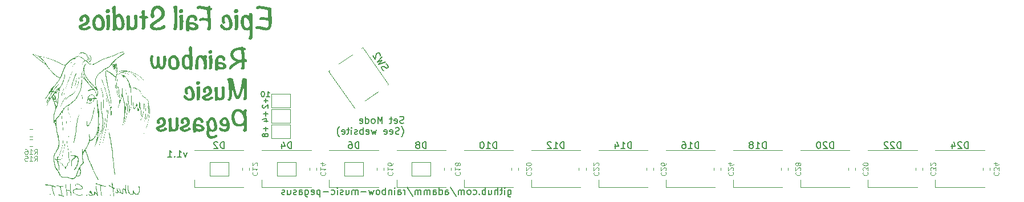
<source format=gbr>
%TF.GenerationSoftware,KiCad,Pcbnew,7.0.5-0*%
%TF.CreationDate,2024-04-07T22:52:52-06:00*%
%TF.ProjectId,rainbow-music-pegasus,7261696e-626f-4772-9d6d-757369632d70,rev?*%
%TF.SameCoordinates,Original*%
%TF.FileFunction,Legend,Bot*%
%TF.FilePolarity,Positive*%
%FSLAX46Y46*%
G04 Gerber Fmt 4.6, Leading zero omitted, Abs format (unit mm)*
G04 Created by KiCad (PCBNEW 7.0.5-0) date 2024-04-07 22:52:52*
%MOMM*%
%LPD*%
G01*
G04 APERTURE LIST*
%ADD10C,0.150000*%
%ADD11C,0.300000*%
%ADD12C,0.120000*%
G04 APERTURE END LIST*
D10*
X110996954Y-98163152D02*
X110758859Y-98829819D01*
X110758859Y-98829819D02*
X110520764Y-98163152D01*
X109616002Y-98829819D02*
X110187430Y-98829819D01*
X109901716Y-98829819D02*
X109901716Y-97829819D01*
X109901716Y-97829819D02*
X109996954Y-97972676D01*
X109996954Y-97972676D02*
X110092192Y-98067914D01*
X110092192Y-98067914D02*
X110187430Y-98115533D01*
X109187430Y-98734580D02*
X109139811Y-98782200D01*
X109139811Y-98782200D02*
X109187430Y-98829819D01*
X109187430Y-98829819D02*
X109235049Y-98782200D01*
X109235049Y-98782200D02*
X109187430Y-98734580D01*
X109187430Y-98734580D02*
X109187430Y-98829819D01*
X108187431Y-98829819D02*
X108758859Y-98829819D01*
X108473145Y-98829819D02*
X108473145Y-97829819D01*
X108473145Y-97829819D02*
X108568383Y-97972676D01*
X108568383Y-97972676D02*
X108663621Y-98067914D01*
X108663621Y-98067914D02*
X108758859Y-98115533D01*
X122739117Y-92046428D02*
X122739117Y-92694048D01*
X123062927Y-92370238D02*
X122415308Y-92370238D01*
X122496260Y-93463095D02*
X123062927Y-93463095D01*
X122172451Y-93260714D02*
X122779593Y-93058333D01*
X122779593Y-93058333D02*
X122779593Y-93584524D01*
X122735033Y-90104286D02*
X122735033Y-90713810D01*
X123039795Y-90409048D02*
X122430271Y-90409048D01*
X122315985Y-91056666D02*
X122277890Y-91094762D01*
X122277890Y-91094762D02*
X122239795Y-91170952D01*
X122239795Y-91170952D02*
X122239795Y-91361428D01*
X122239795Y-91361428D02*
X122277890Y-91437619D01*
X122277890Y-91437619D02*
X122315985Y-91475714D01*
X122315985Y-91475714D02*
X122392176Y-91513809D01*
X122392176Y-91513809D02*
X122468366Y-91513809D01*
X122468366Y-91513809D02*
X122582652Y-91475714D01*
X122582652Y-91475714D02*
X123039795Y-91018571D01*
X123039795Y-91018571D02*
X123039795Y-91513809D01*
D11*
G36*
X119158154Y-82387464D02*
G01*
X119191633Y-82389212D01*
X119221963Y-82392305D01*
X119249144Y-82396742D01*
X119277606Y-82403842D01*
X119305081Y-82414572D01*
X119319491Y-82422254D01*
X119343506Y-82437398D01*
X119365719Y-82453337D01*
X119389932Y-82472294D01*
X119410743Y-82489631D01*
X119432835Y-82508899D01*
X119456207Y-82530099D01*
X119466450Y-82533124D01*
X119497178Y-82542231D01*
X119527907Y-82551385D01*
X119558636Y-82560586D01*
X119589365Y-82569835D01*
X119620094Y-82579131D01*
X119627201Y-82581718D01*
X119653375Y-82594269D01*
X119675939Y-82610348D01*
X119694893Y-82629952D01*
X119710236Y-82653082D01*
X119721969Y-82679739D01*
X119730092Y-82709922D01*
X119734605Y-82743632D01*
X119735621Y-82771228D01*
X119735432Y-82782132D01*
X119732609Y-82812714D01*
X119726396Y-82840095D01*
X119712842Y-82871627D01*
X119693264Y-82897470D01*
X119667662Y-82917626D01*
X119636036Y-82932093D01*
X119608363Y-82939210D01*
X119577302Y-82943128D01*
X119542852Y-82943846D01*
X119504567Y-82943846D01*
X119509966Y-82982276D01*
X119515251Y-83019482D01*
X119520419Y-83055466D01*
X119525473Y-83090228D01*
X119530410Y-83123767D01*
X119535233Y-83156083D01*
X119539940Y-83187176D01*
X119544531Y-83217047D01*
X119549007Y-83245695D01*
X119553368Y-83273121D01*
X119559692Y-83311967D01*
X119565757Y-83348062D01*
X119571562Y-83381406D01*
X119577107Y-83411999D01*
X119578852Y-83427313D01*
X119582231Y-83462177D01*
X119584669Y-83492030D01*
X119587025Y-83525059D01*
X119589297Y-83561265D01*
X119591487Y-83600646D01*
X119592902Y-83628664D01*
X119594279Y-83658094D01*
X119595620Y-83688936D01*
X119596924Y-83721189D01*
X119598191Y-83754854D01*
X119599422Y-83789930D01*
X119600615Y-83826418D01*
X119602481Y-83858891D01*
X119604383Y-83890489D01*
X119606322Y-83921210D01*
X119608298Y-83951054D01*
X119610310Y-83980023D01*
X119612359Y-84008114D01*
X119614445Y-84035330D01*
X119617643Y-84074511D01*
X119620923Y-84111719D01*
X119624286Y-84146956D01*
X119627731Y-84180222D01*
X119631260Y-84211515D01*
X119634870Y-84240837D01*
X119673911Y-84250978D01*
X119710433Y-84261921D01*
X119744436Y-84273667D01*
X119775921Y-84286216D01*
X119804886Y-84299568D01*
X119831333Y-84313723D01*
X119855261Y-84328681D01*
X119886431Y-84352623D01*
X119911933Y-84378371D01*
X119931769Y-84405926D01*
X119945937Y-84435287D01*
X119954437Y-84466455D01*
X119957271Y-84499429D01*
X119957149Y-84504918D01*
X119952879Y-84532071D01*
X119942509Y-84558731D01*
X119926038Y-84584899D01*
X119908470Y-84605479D01*
X119886998Y-84625745D01*
X119861621Y-84645695D01*
X119832341Y-84665331D01*
X119825424Y-84669215D01*
X119797954Y-84683520D01*
X119770799Y-84695851D01*
X119743958Y-84706210D01*
X119717432Y-84714595D01*
X119684718Y-84722302D01*
X119652496Y-84726926D01*
X119620765Y-84728468D01*
X119620671Y-84780815D01*
X119620388Y-84831731D01*
X119619915Y-84881218D01*
X119619254Y-84929275D01*
X119618404Y-84975903D01*
X119617365Y-85021100D01*
X119616137Y-85064867D01*
X119614720Y-85107204D01*
X119613115Y-85148112D01*
X119611320Y-85187589D01*
X119609337Y-85225637D01*
X119607164Y-85262255D01*
X119604803Y-85297443D01*
X119602253Y-85331200D01*
X119599513Y-85363528D01*
X119596585Y-85394426D01*
X119593468Y-85423895D01*
X119586668Y-85478541D01*
X119579111Y-85527468D01*
X119570800Y-85570675D01*
X119561732Y-85608162D01*
X119551909Y-85639930D01*
X119541330Y-85665978D01*
X119524045Y-85694326D01*
X119511131Y-85710268D01*
X119490560Y-85732252D01*
X119468549Y-85751922D01*
X119445097Y-85769277D01*
X119420204Y-85784319D01*
X119393872Y-85797047D01*
X119366098Y-85807460D01*
X119336885Y-85815560D01*
X119306231Y-85821345D01*
X119274136Y-85824816D01*
X119240601Y-85825973D01*
X119224527Y-85825459D01*
X119193404Y-85821351D01*
X119163651Y-85813133D01*
X119135268Y-85800807D01*
X119108255Y-85784372D01*
X119086789Y-85767538D01*
X119074666Y-85756418D01*
X119053996Y-85732443D01*
X119038097Y-85706153D01*
X119026967Y-85677549D01*
X119020607Y-85646632D01*
X119018951Y-85619099D01*
X119025805Y-85594925D01*
X119037989Y-85570840D01*
X119052797Y-85545898D01*
X119067689Y-85522757D01*
X119085289Y-85496782D01*
X119105596Y-85467974D01*
X119117975Y-85440535D01*
X119126502Y-85411806D01*
X119133135Y-85383344D01*
X119139599Y-85350012D01*
X119144338Y-85321818D01*
X119148982Y-85290885D01*
X119153531Y-85257212D01*
X119157986Y-85220800D01*
X119160914Y-85200233D01*
X119164952Y-85170337D01*
X119168565Y-85141585D01*
X119171753Y-85113980D01*
X119175342Y-85078953D01*
X119178176Y-85045963D01*
X119180254Y-85015008D01*
X119181576Y-84986090D01*
X119182166Y-84952805D01*
X119182166Y-84756678D01*
X119175450Y-84756594D01*
X119147240Y-84755334D01*
X119118148Y-84753398D01*
X119090819Y-84751304D01*
X119087522Y-84751304D01*
X119059558Y-84751304D01*
X119032101Y-84751304D01*
X119004174Y-84751304D01*
X118991734Y-84751704D01*
X118964500Y-84754900D01*
X118934128Y-84761291D01*
X118900618Y-84770878D01*
X118863970Y-84783661D01*
X118824184Y-84799639D01*
X118781261Y-84818813D01*
X118735199Y-84841183D01*
X118710991Y-84853566D01*
X118685999Y-84866748D01*
X118660223Y-84880729D01*
X118633662Y-84895509D01*
X118606316Y-84911088D01*
X118578186Y-84927466D01*
X118549272Y-84944642D01*
X118519573Y-84962618D01*
X118489089Y-84981393D01*
X118457821Y-85000966D01*
X118425769Y-85021339D01*
X118392932Y-85042510D01*
X118359310Y-85064480D01*
X118324904Y-85087249D01*
X118289714Y-85110817D01*
X118253739Y-85135184D01*
X118216980Y-85160350D01*
X118180366Y-85185652D01*
X118144830Y-85210510D01*
X118110371Y-85234925D01*
X118076989Y-85258896D01*
X118044684Y-85282424D01*
X118013456Y-85305509D01*
X117983305Y-85328150D01*
X117954232Y-85350348D01*
X117926235Y-85372103D01*
X117899315Y-85393414D01*
X117873472Y-85414281D01*
X117848706Y-85434705D01*
X117825017Y-85454686D01*
X117802406Y-85474224D01*
X117780871Y-85493318D01*
X117741033Y-85530175D01*
X117705503Y-85565260D01*
X117674281Y-85598570D01*
X117647367Y-85630107D01*
X117624761Y-85659870D01*
X117606463Y-85687860D01*
X117592473Y-85714076D01*
X117579567Y-85750075D01*
X117568524Y-85763638D01*
X117549174Y-85783280D01*
X117524396Y-85801958D01*
X117497917Y-85815300D01*
X117469739Y-85823305D01*
X117439860Y-85825973D01*
X117407533Y-85823366D01*
X117376878Y-85815544D01*
X117347896Y-85802507D01*
X117320586Y-85784256D01*
X117299943Y-85765901D01*
X117280370Y-85744208D01*
X117261868Y-85719178D01*
X117261868Y-85694998D01*
X117261959Y-85672932D01*
X117264452Y-85629142D01*
X117270024Y-85585809D01*
X117278677Y-85542933D01*
X117290411Y-85500513D01*
X117305224Y-85458549D01*
X117323118Y-85417042D01*
X117344092Y-85375992D01*
X117368146Y-85335398D01*
X117395280Y-85295260D01*
X117425495Y-85255579D01*
X117458789Y-85216355D01*
X117495164Y-85177587D01*
X117514507Y-85158375D01*
X117534620Y-85139276D01*
X117555502Y-85120291D01*
X117577155Y-85101421D01*
X117599578Y-85082665D01*
X117622771Y-85064023D01*
X117646734Y-85045495D01*
X117688899Y-85018290D01*
X117731101Y-84991079D01*
X117773340Y-84963864D01*
X117815616Y-84936643D01*
X117857929Y-84909417D01*
X117900278Y-84882185D01*
X117942664Y-84854949D01*
X117985086Y-84827707D01*
X118027546Y-84800460D01*
X118070042Y-84773207D01*
X118112575Y-84745949D01*
X118155144Y-84718687D01*
X118197750Y-84691418D01*
X118240394Y-84664145D01*
X118283073Y-84636866D01*
X118325790Y-84609583D01*
X118299262Y-84595688D01*
X118273242Y-84581879D01*
X118247732Y-84568155D01*
X118222731Y-84554516D01*
X118198239Y-84540963D01*
X118174255Y-84527495D01*
X118127816Y-84500814D01*
X118083412Y-84474475D01*
X118041045Y-84448477D01*
X118000713Y-84422820D01*
X117962418Y-84397503D01*
X117926158Y-84372528D01*
X117891934Y-84347894D01*
X117859747Y-84323602D01*
X117829595Y-84299650D01*
X117801480Y-84276039D01*
X117775400Y-84252770D01*
X117751356Y-84229841D01*
X117729349Y-84207254D01*
X117699011Y-84173964D01*
X117670630Y-84139583D01*
X117644207Y-84104111D01*
X117619741Y-84067547D01*
X117597232Y-84029891D01*
X117576681Y-83991144D01*
X117558087Y-83951306D01*
X117541450Y-83910376D01*
X117526770Y-83868355D01*
X117514048Y-83825242D01*
X117503283Y-83781038D01*
X117494475Y-83735743D01*
X117487624Y-83689356D01*
X117482731Y-83641877D01*
X117479795Y-83593307D01*
X117478817Y-83543646D01*
X117479292Y-83511144D01*
X117479669Y-83502674D01*
X117921446Y-83502674D01*
X117922367Y-83540489D01*
X117925129Y-83577701D01*
X117929734Y-83614310D01*
X117936180Y-83650315D01*
X117944469Y-83685717D01*
X117954599Y-83720515D01*
X117966571Y-83754709D01*
X117980385Y-83788301D01*
X117996040Y-83821289D01*
X118013538Y-83853673D01*
X118032877Y-83885454D01*
X118054058Y-83916631D01*
X118077081Y-83947205D01*
X118101946Y-83977176D01*
X118128653Y-84006543D01*
X118157201Y-84035307D01*
X118182924Y-84059681D01*
X118209549Y-84083268D01*
X118237077Y-84106068D01*
X118265508Y-84128081D01*
X118294841Y-84149306D01*
X118325076Y-84169745D01*
X118356214Y-84189397D01*
X118388255Y-84208261D01*
X118421198Y-84226338D01*
X118455044Y-84243629D01*
X118489792Y-84260132D01*
X118525443Y-84275848D01*
X118561996Y-84290776D01*
X118599452Y-84304918D01*
X118637811Y-84318273D01*
X118677072Y-84330840D01*
X118697385Y-84336842D01*
X118729168Y-84345533D01*
X118758360Y-84352584D01*
X118789971Y-84358881D01*
X118817850Y-84362817D01*
X118845661Y-84364424D01*
X118854886Y-84364046D01*
X118885203Y-84359796D01*
X118916918Y-84352995D01*
X118945057Y-84345911D01*
X118976927Y-84337127D01*
X119012528Y-84326642D01*
X119038335Y-84318708D01*
X119065800Y-84310019D01*
X119094923Y-84300573D01*
X119125704Y-84290372D01*
X119158144Y-84279416D01*
X119192241Y-84267704D01*
X119190991Y-84237080D01*
X119189675Y-84206920D01*
X119188294Y-84177223D01*
X119186847Y-84147989D01*
X119185334Y-84119218D01*
X119183756Y-84090911D01*
X119182112Y-84063066D01*
X119180403Y-84035684D01*
X119176788Y-83982310D01*
X119172910Y-83930789D01*
X119168770Y-83881119D01*
X119164367Y-83833302D01*
X119159702Y-83787338D01*
X119154775Y-83743225D01*
X119149585Y-83700966D01*
X119144133Y-83660558D01*
X119138419Y-83622003D01*
X119132442Y-83585300D01*
X119126203Y-83550449D01*
X119119701Y-83517451D01*
X119108089Y-83465205D01*
X119097263Y-83414927D01*
X119087225Y-83366617D01*
X119077974Y-83320274D01*
X119069510Y-83275899D01*
X119061833Y-83233493D01*
X119054943Y-83193053D01*
X119048840Y-83154582D01*
X119043525Y-83118079D01*
X119038996Y-83083543D01*
X119035255Y-83050975D01*
X119032300Y-83020374D01*
X119030133Y-82991742D01*
X119028358Y-82952483D01*
X119028354Y-82917651D01*
X119008419Y-82915862D01*
X118980268Y-82913394D01*
X118946003Y-82910508D01*
X118915473Y-82908084D01*
X118882566Y-82905703D01*
X118850782Y-82903798D01*
X118821481Y-82902875D01*
X118779675Y-82903386D01*
X118738551Y-82904921D01*
X118698109Y-82907479D01*
X118658349Y-82911061D01*
X118619272Y-82915665D01*
X118580877Y-82921293D01*
X118543164Y-82927944D01*
X118506133Y-82935618D01*
X118469784Y-82944316D01*
X118434117Y-82954037D01*
X118399133Y-82964781D01*
X118364830Y-82976548D01*
X118331210Y-82989339D01*
X118298272Y-83003152D01*
X118266017Y-83017990D01*
X118234443Y-83033850D01*
X118196541Y-83054336D01*
X118161084Y-83075997D01*
X118128073Y-83098834D01*
X118097507Y-83122846D01*
X118069386Y-83148033D01*
X118043710Y-83174396D01*
X118020480Y-83201935D01*
X117999695Y-83230648D01*
X117981355Y-83260538D01*
X117965461Y-83291602D01*
X117952012Y-83323842D01*
X117941008Y-83357258D01*
X117932450Y-83391849D01*
X117926336Y-83427615D01*
X117922668Y-83464557D01*
X117921446Y-83502674D01*
X117479669Y-83502674D01*
X117480716Y-83479126D01*
X117483091Y-83447593D01*
X117486415Y-83416543D01*
X117490689Y-83385978D01*
X117495913Y-83355896D01*
X117502086Y-83326299D01*
X117509210Y-83297186D01*
X117517283Y-83268556D01*
X117526306Y-83240411D01*
X117536278Y-83212750D01*
X117547201Y-83185573D01*
X117559073Y-83158880D01*
X117571895Y-83132672D01*
X117585667Y-83106947D01*
X117600389Y-83081706D01*
X117616060Y-83056950D01*
X117632681Y-83032677D01*
X117650252Y-83008889D01*
X117668773Y-82985584D01*
X117688243Y-82962764D01*
X117708663Y-82940428D01*
X117730034Y-82918575D01*
X117752353Y-82897207D01*
X117775623Y-82876323D01*
X117799842Y-82855923D01*
X117825012Y-82836008D01*
X117851131Y-82816576D01*
X117878199Y-82797628D01*
X117906218Y-82779164D01*
X117935186Y-82761185D01*
X117965104Y-82743689D01*
X117989911Y-82729681D01*
X118015046Y-82716117D01*
X118040511Y-82702998D01*
X118066306Y-82690323D01*
X118092429Y-82678093D01*
X118118882Y-82666308D01*
X118145664Y-82654968D01*
X118172775Y-82644073D01*
X118200216Y-82633622D01*
X118227986Y-82623616D01*
X118256085Y-82614054D01*
X118284514Y-82604937D01*
X118313271Y-82596265D01*
X118342358Y-82588038D01*
X118371775Y-82580256D01*
X118401520Y-82572918D01*
X118431595Y-82566025D01*
X118461999Y-82559576D01*
X118492733Y-82553573D01*
X118523795Y-82548014D01*
X118555187Y-82542899D01*
X118586909Y-82538230D01*
X118618959Y-82534005D01*
X118651339Y-82530225D01*
X118684048Y-82526889D01*
X118717086Y-82523999D01*
X118750454Y-82521553D01*
X118784151Y-82519552D01*
X118818177Y-82517995D01*
X118852532Y-82516883D01*
X118887217Y-82516216D01*
X118922231Y-82515994D01*
X118929628Y-82515964D01*
X118963090Y-82514908D01*
X118995495Y-82511649D01*
X119022617Y-82505102D01*
X119042459Y-82485097D01*
X119042544Y-82479064D01*
X119045505Y-82451771D01*
X119054644Y-82425340D01*
X119073005Y-82403218D01*
X119099659Y-82390481D01*
X119129105Y-82387034D01*
X119158154Y-82387464D01*
G37*
G36*
X116102354Y-83677323D02*
G01*
X116135124Y-83679386D01*
X116167296Y-83682823D01*
X116198870Y-83687634D01*
X116229845Y-83693821D01*
X116260222Y-83701383D01*
X116290001Y-83710319D01*
X116319182Y-83720630D01*
X116347765Y-83732316D01*
X116375749Y-83745377D01*
X116403135Y-83759813D01*
X116429923Y-83775623D01*
X116456113Y-83792808D01*
X116481705Y-83811368D01*
X116506698Y-83831303D01*
X116531093Y-83852613D01*
X116554355Y-83874990D01*
X116576116Y-83898129D01*
X116596376Y-83922028D01*
X116615136Y-83946688D01*
X116632395Y-83972109D01*
X116648152Y-83998291D01*
X116662410Y-84025234D01*
X116675166Y-84052938D01*
X116686422Y-84081402D01*
X116696177Y-84110628D01*
X116704431Y-84140614D01*
X116711184Y-84171361D01*
X116716437Y-84202869D01*
X116720189Y-84235138D01*
X116722440Y-84268168D01*
X116723190Y-84301959D01*
X116723104Y-84307157D01*
X116718948Y-84338043D01*
X116708558Y-84368410D01*
X116695138Y-84393319D01*
X116677388Y-84417867D01*
X116655310Y-84442054D01*
X116634530Y-84461144D01*
X116623393Y-84470253D01*
X116601291Y-84486709D01*
X116573988Y-84503973D01*
X116547045Y-84517564D01*
X116520464Y-84527482D01*
X116494243Y-84533726D01*
X116463255Y-84536371D01*
X116431770Y-84534503D01*
X116404484Y-84528898D01*
X116376279Y-84516639D01*
X116354634Y-84498542D01*
X116339547Y-84474607D01*
X116331020Y-84444835D01*
X116328921Y-84416814D01*
X116327436Y-84374032D01*
X116322981Y-84334010D01*
X116315556Y-84296748D01*
X116305161Y-84262246D01*
X116291796Y-84230505D01*
X116275461Y-84201523D01*
X116256156Y-84175302D01*
X116233880Y-84151841D01*
X116208635Y-84131140D01*
X116180420Y-84113199D01*
X116149234Y-84098018D01*
X116115079Y-84085598D01*
X116077954Y-84075937D01*
X116037858Y-84069037D01*
X115994793Y-84064897D01*
X115948757Y-84063517D01*
X115912012Y-84065566D01*
X115877676Y-84071713D01*
X115845748Y-84081959D01*
X115816229Y-84096302D01*
X115789118Y-84114744D01*
X115764416Y-84137285D01*
X115742122Y-84163923D01*
X115722237Y-84194660D01*
X115704761Y-84229495D01*
X115689693Y-84268428D01*
X115677034Y-84311459D01*
X115666783Y-84358589D01*
X115658941Y-84409816D01*
X115655923Y-84436967D01*
X115653507Y-84465142D01*
X115651693Y-84494342D01*
X115650482Y-84524567D01*
X115649872Y-84555816D01*
X115649865Y-84588089D01*
X115649865Y-84708318D01*
X116058911Y-84708318D01*
X116089768Y-84709021D01*
X116120883Y-84711130D01*
X116152254Y-84714646D01*
X116183883Y-84719568D01*
X116215769Y-84725897D01*
X116247912Y-84733631D01*
X116280312Y-84742772D01*
X116312969Y-84753319D01*
X116345884Y-84765273D01*
X116379055Y-84778633D01*
X116412484Y-84793399D01*
X116446169Y-84809572D01*
X116480112Y-84827150D01*
X116514312Y-84846136D01*
X116548769Y-84866527D01*
X116583483Y-84888325D01*
X116620816Y-84913292D01*
X116655740Y-84938490D01*
X116688256Y-84963919D01*
X116718363Y-84989579D01*
X116746061Y-85015469D01*
X116771351Y-85041591D01*
X116794232Y-85067943D01*
X116814705Y-85094527D01*
X116832769Y-85121341D01*
X116848425Y-85148386D01*
X116861672Y-85175662D01*
X116872511Y-85203169D01*
X116880940Y-85230907D01*
X116886962Y-85258875D01*
X116890575Y-85287075D01*
X116891779Y-85315505D01*
X116890727Y-85344398D01*
X116887571Y-85372639D01*
X116882310Y-85400230D01*
X116874945Y-85427170D01*
X116865476Y-85453460D01*
X116853903Y-85479099D01*
X116840226Y-85504087D01*
X116824444Y-85528424D01*
X116806559Y-85552111D01*
X116786569Y-85575147D01*
X116764474Y-85597532D01*
X116740276Y-85619267D01*
X116713973Y-85640351D01*
X116685566Y-85660785D01*
X116655055Y-85680567D01*
X116622440Y-85699699D01*
X116594054Y-85714990D01*
X116565485Y-85729295D01*
X116536732Y-85742613D01*
X116507795Y-85754944D01*
X116478674Y-85766289D01*
X116449370Y-85776647D01*
X116419882Y-85786019D01*
X116390211Y-85794405D01*
X116360356Y-85801803D01*
X116330317Y-85808216D01*
X116300095Y-85813642D01*
X116269689Y-85818081D01*
X116239099Y-85821534D01*
X116208325Y-85824000D01*
X116177368Y-85825480D01*
X116146228Y-85825973D01*
X116113809Y-85825393D01*
X116081538Y-85823654D01*
X116049413Y-85820754D01*
X116017435Y-85816696D01*
X115985605Y-85811477D01*
X115953921Y-85805099D01*
X115922384Y-85797561D01*
X115890994Y-85788863D01*
X115859751Y-85779006D01*
X115828655Y-85767989D01*
X115797706Y-85755813D01*
X115766903Y-85742476D01*
X115736248Y-85727980D01*
X115705740Y-85712325D01*
X115675378Y-85695509D01*
X115645163Y-85677534D01*
X115647609Y-85711126D01*
X115647724Y-85742550D01*
X115645510Y-85771807D01*
X115640966Y-85798896D01*
X115629781Y-85835468D01*
X115613354Y-85867162D01*
X115591685Y-85893981D01*
X115564773Y-85915924D01*
X115532620Y-85932991D01*
X115495224Y-85945181D01*
X115467381Y-85950599D01*
X115437209Y-85953850D01*
X115404706Y-85954933D01*
X115372685Y-85953605D01*
X115343367Y-85949620D01*
X115316753Y-85942979D01*
X115285473Y-85929992D01*
X115259000Y-85912282D01*
X115237333Y-85889849D01*
X115220473Y-85862694D01*
X115208420Y-85830816D01*
X115202534Y-85803808D01*
X115200179Y-85787327D01*
X115195692Y-85752195D01*
X115191505Y-85714172D01*
X115187617Y-85673258D01*
X115184027Y-85629453D01*
X115180737Y-85582756D01*
X115177746Y-85533168D01*
X115175054Y-85480689D01*
X115173821Y-85453365D01*
X115172662Y-85425319D01*
X115171577Y-85396549D01*
X115170568Y-85367057D01*
X115169633Y-85336841D01*
X115168773Y-85305903D01*
X115167988Y-85274242D01*
X115167278Y-85241859D01*
X115166642Y-85208752D01*
X115166081Y-85174923D01*
X115165595Y-85140371D01*
X115165184Y-85105096D01*
X115165173Y-85103930D01*
X115649865Y-85103930D01*
X115651388Y-85130965D01*
X115658157Y-85165708D01*
X115670342Y-85198961D01*
X115683034Y-85222923D01*
X115698772Y-85246046D01*
X115717557Y-85268331D01*
X115739387Y-85289778D01*
X115764264Y-85310387D01*
X115792187Y-85330157D01*
X115823155Y-85349089D01*
X115841283Y-85359988D01*
X115868759Y-85375018D01*
X115896577Y-85388465D01*
X115924738Y-85400331D01*
X115953241Y-85410615D01*
X115982087Y-85419316D01*
X116011275Y-85426436D01*
X116040805Y-85431973D01*
X116070678Y-85435928D01*
X116100893Y-85438301D01*
X116131451Y-85439092D01*
X116147732Y-85438945D01*
X116178745Y-85437764D01*
X116207689Y-85435403D01*
X116247230Y-85429647D01*
X116282118Y-85421235D01*
X116312355Y-85410166D01*
X116337940Y-85396441D01*
X116364818Y-85374008D01*
X116383425Y-85346853D01*
X116393762Y-85314975D01*
X116396088Y-85287967D01*
X116393737Y-85254213D01*
X116386685Y-85222637D01*
X116374931Y-85193238D01*
X116358475Y-85166017D01*
X116337317Y-85140974D01*
X116311458Y-85118109D01*
X116280897Y-85097421D01*
X116245635Y-85078910D01*
X116205670Y-85062578D01*
X116161004Y-85048423D01*
X116111637Y-85036446D01*
X116085190Y-85031274D01*
X116057568Y-85026646D01*
X116028770Y-85022563D01*
X115998797Y-85019024D01*
X115967648Y-85016030D01*
X115935324Y-85013580D01*
X115901825Y-85011675D01*
X115867150Y-85010314D01*
X115831299Y-85009497D01*
X115794274Y-85009225D01*
X115776787Y-85009595D01*
X115745197Y-85012554D01*
X115718121Y-85018473D01*
X115690621Y-85030034D01*
X115666929Y-85050011D01*
X115653391Y-85076647D01*
X115649865Y-85103930D01*
X115165173Y-85103930D01*
X115164848Y-85069098D01*
X115164586Y-85032377D01*
X115164399Y-84994934D01*
X115164287Y-84956767D01*
X115164249Y-84917878D01*
X115165133Y-84841513D01*
X115167783Y-84767571D01*
X115172201Y-84696055D01*
X115178386Y-84626962D01*
X115186338Y-84560294D01*
X115196056Y-84496050D01*
X115207542Y-84434230D01*
X115220795Y-84374835D01*
X115235815Y-84317864D01*
X115252603Y-84263317D01*
X115271157Y-84211194D01*
X115291478Y-84161496D01*
X115313566Y-84114222D01*
X115337422Y-84069373D01*
X115363044Y-84026947D01*
X115390433Y-83986946D01*
X115419590Y-83949370D01*
X115450514Y-83914217D01*
X115483204Y-83881489D01*
X115517662Y-83851186D01*
X115553887Y-83823306D01*
X115591879Y-83797851D01*
X115631638Y-83774820D01*
X115673164Y-83754214D01*
X115716457Y-83736031D01*
X115761517Y-83720273D01*
X115808344Y-83706940D01*
X115856938Y-83696030D01*
X115907300Y-83687545D01*
X115959428Y-83681485D01*
X116013323Y-83677848D01*
X116068986Y-83676636D01*
X116102354Y-83677323D01*
G37*
G36*
X114203093Y-83212513D02*
G01*
X114204864Y-83245759D01*
X114210177Y-83277070D01*
X114219032Y-83306445D01*
X114231429Y-83333886D01*
X114247368Y-83359392D01*
X114266849Y-83382962D01*
X114275633Y-83391849D01*
X114298912Y-83411973D01*
X114323830Y-83428686D01*
X114350389Y-83441988D01*
X114378587Y-83451879D01*
X114408425Y-83458360D01*
X114439903Y-83461429D01*
X114452953Y-83461702D01*
X114484081Y-83460306D01*
X114514663Y-83456119D01*
X114544699Y-83449140D01*
X114574189Y-83439369D01*
X114603134Y-83426807D01*
X114631533Y-83411453D01*
X114659386Y-83393308D01*
X114686693Y-83372370D01*
X114712038Y-83349240D01*
X114734004Y-83324850D01*
X114752590Y-83299201D01*
X114767797Y-83272292D01*
X114779625Y-83244124D01*
X114788073Y-83214696D01*
X114793142Y-83184010D01*
X114794832Y-83152063D01*
X114793012Y-83118818D01*
X114787551Y-83087507D01*
X114778450Y-83058132D01*
X114765709Y-83030691D01*
X114749327Y-83005185D01*
X114729305Y-82981615D01*
X114720277Y-82972728D01*
X114696093Y-82952604D01*
X114670138Y-82935891D01*
X114642412Y-82922589D01*
X114612915Y-82912698D01*
X114581647Y-82906217D01*
X114548608Y-82903147D01*
X114534897Y-82902875D01*
X114502940Y-82904239D01*
X114471886Y-82908332D01*
X114441734Y-82915154D01*
X114412485Y-82924704D01*
X114384139Y-82936983D01*
X114356695Y-82951990D01*
X114330153Y-82969727D01*
X114304515Y-82990191D01*
X114280744Y-83012766D01*
X114260142Y-83036830D01*
X114242711Y-83062385D01*
X114228448Y-83089430D01*
X114217355Y-83117966D01*
X114209432Y-83147991D01*
X114204677Y-83179507D01*
X114203093Y-83212513D01*
G37*
G36*
X114246079Y-83880823D02*
G01*
X114247030Y-83910090D01*
X114249884Y-83942900D01*
X114253536Y-83971698D01*
X114258406Y-84002762D01*
X114264493Y-84036094D01*
X114269857Y-84062580D01*
X114275906Y-84090341D01*
X114282639Y-84119378D01*
X114285036Y-84129340D01*
X114291878Y-84158796D01*
X114298047Y-84186964D01*
X114303543Y-84213846D01*
X114309824Y-84247687D01*
X114314909Y-84279239D01*
X114318797Y-84308504D01*
X114321489Y-84335481D01*
X114323172Y-84365985D01*
X114323321Y-84377185D01*
X114323321Y-85379314D01*
X114322026Y-85410693D01*
X114319124Y-85439575D01*
X114314564Y-85471815D01*
X114308346Y-85507414D01*
X114302594Y-85536316D01*
X114295909Y-85567108D01*
X114288292Y-85599789D01*
X114279742Y-85634359D01*
X114270259Y-85670818D01*
X114288457Y-85697107D01*
X114307117Y-85719891D01*
X114326239Y-85739170D01*
X114350790Y-85758340D01*
X114376063Y-85772032D01*
X114402057Y-85780248D01*
X114428773Y-85782986D01*
X114465649Y-85781790D01*
X114500379Y-85778201D01*
X114532963Y-85772219D01*
X114563400Y-85763844D01*
X114591692Y-85753076D01*
X114617837Y-85739916D01*
X114641836Y-85724362D01*
X114663689Y-85706416D01*
X114683396Y-85686077D01*
X114700956Y-85663345D01*
X114716370Y-85638221D01*
X114729638Y-85610703D01*
X114740760Y-85580793D01*
X114749736Y-85548490D01*
X114756565Y-85513794D01*
X114761249Y-85476706D01*
X114764224Y-85441383D01*
X114767105Y-85406613D01*
X114769891Y-85372396D01*
X114772583Y-85338730D01*
X114775180Y-85305617D01*
X114777683Y-85273057D01*
X114780092Y-85241048D01*
X114782406Y-85209592D01*
X114784626Y-85178688D01*
X114786751Y-85148336D01*
X114788782Y-85118537D01*
X114790718Y-85089290D01*
X114792560Y-85060595D01*
X114794307Y-85032453D01*
X114795960Y-85004862D01*
X114797519Y-84977824D01*
X114800352Y-84925405D01*
X114802808Y-84875196D01*
X114804886Y-84827195D01*
X114806586Y-84781404D01*
X114807909Y-84737821D01*
X114808853Y-84696448D01*
X114809420Y-84657284D01*
X114809609Y-84620329D01*
X114809571Y-84590382D01*
X114809457Y-84560740D01*
X114809266Y-84531401D01*
X114809000Y-84502368D01*
X114808658Y-84473638D01*
X114808239Y-84445213D01*
X114807745Y-84417092D01*
X114807174Y-84389275D01*
X114806527Y-84361763D01*
X114805804Y-84334556D01*
X114805005Y-84307652D01*
X114803179Y-84254758D01*
X114801049Y-84203082D01*
X114798614Y-84152623D01*
X114795875Y-84103381D01*
X114792831Y-84055357D01*
X114789484Y-84008550D01*
X114785831Y-83962961D01*
X114781875Y-83918589D01*
X114777614Y-83875434D01*
X114773049Y-83833497D01*
X114770652Y-83812984D01*
X114774454Y-83785569D01*
X114775354Y-83763953D01*
X114770607Y-83734279D01*
X114756369Y-83710744D01*
X114732637Y-83693349D01*
X114705610Y-83683543D01*
X114671990Y-83678000D01*
X114640348Y-83676636D01*
X114610291Y-83677392D01*
X114580234Y-83679658D01*
X114550177Y-83683437D01*
X114520120Y-83688726D01*
X114490063Y-83695527D01*
X114460006Y-83703838D01*
X114429948Y-83713662D01*
X114399891Y-83724996D01*
X114372403Y-83735496D01*
X114347619Y-83746846D01*
X114318780Y-83763302D01*
X114294746Y-83781269D01*
X114275520Y-83800748D01*
X114258246Y-83827221D01*
X114248483Y-83856055D01*
X114246079Y-83880823D01*
G37*
G36*
X112258614Y-85713133D02*
G01*
X112277117Y-85739580D01*
X112296689Y-85762500D01*
X112317333Y-85781895D01*
X112339047Y-85797763D01*
X112367694Y-85812639D01*
X112398014Y-85822006D01*
X112430007Y-85825863D01*
X112436606Y-85825973D01*
X112464788Y-85823874D01*
X112498119Y-85817577D01*
X112528491Y-85809517D01*
X112562158Y-85798770D01*
X112589571Y-85788947D01*
X112618838Y-85777613D01*
X112649959Y-85764767D01*
X112682933Y-85750410D01*
X112705945Y-85740000D01*
X112705945Y-85681564D01*
X112705840Y-85653270D01*
X112705525Y-85621786D01*
X112705001Y-85587111D01*
X112704469Y-85559011D01*
X112703820Y-85529117D01*
X112703052Y-85497428D01*
X112702167Y-85463944D01*
X112701163Y-85428666D01*
X112700042Y-85391593D01*
X112699228Y-85365881D01*
X112697908Y-85327700D01*
X112696718Y-85291491D01*
X112695657Y-85257253D01*
X112694726Y-85224988D01*
X112693925Y-85194694D01*
X112693254Y-85166372D01*
X112692562Y-85131676D01*
X112692100Y-85100485D01*
X112691869Y-85072800D01*
X112691840Y-85060272D01*
X112692141Y-84996303D01*
X112693044Y-84934365D01*
X112694550Y-84874458D01*
X112696657Y-84816582D01*
X112699367Y-84760737D01*
X112702679Y-84706922D01*
X112706592Y-84655138D01*
X112711109Y-84605385D01*
X112716227Y-84557662D01*
X112721947Y-84511970D01*
X112728269Y-84468309D01*
X112735194Y-84426679D01*
X112742721Y-84387079D01*
X112750850Y-84349511D01*
X112759581Y-84313973D01*
X112768914Y-84280465D01*
X112778849Y-84248989D01*
X112789387Y-84219543D01*
X112800526Y-84192128D01*
X112812268Y-84166744D01*
X112837558Y-84122067D01*
X112865256Y-84085514D01*
X112895363Y-84057083D01*
X112927879Y-84036776D01*
X112962803Y-84024591D01*
X113000136Y-84020530D01*
X113027786Y-84023891D01*
X113056585Y-84033976D01*
X113080450Y-84046885D01*
X113105050Y-84064096D01*
X113130384Y-84085611D01*
X113149867Y-84104570D01*
X113169763Y-84125950D01*
X113190073Y-84149750D01*
X113196934Y-84158222D01*
X113217968Y-84184753D01*
X113238334Y-84211619D01*
X113258032Y-84238822D01*
X113277062Y-84266360D01*
X113295425Y-84294234D01*
X113313120Y-84322445D01*
X113330147Y-84350990D01*
X113346506Y-84379872D01*
X113362198Y-84409090D01*
X113377222Y-84438643D01*
X113391578Y-84468532D01*
X113405267Y-84498757D01*
X113418288Y-84529318D01*
X113430641Y-84560215D01*
X113442326Y-84591448D01*
X113453343Y-84623016D01*
X113463693Y-84654920D01*
X113473375Y-84687160D01*
X113482390Y-84719736D01*
X113490736Y-84752648D01*
X113498415Y-84785895D01*
X113505427Y-84819479D01*
X113511770Y-84853398D01*
X113517446Y-84887653D01*
X113522454Y-84922244D01*
X113526794Y-84957171D01*
X113530467Y-84992433D01*
X113533471Y-85028032D01*
X113535808Y-85063966D01*
X113537478Y-85100236D01*
X113538479Y-85136842D01*
X113538813Y-85173784D01*
X113538059Y-85201795D01*
X113535796Y-85233774D01*
X113532899Y-85262215D01*
X113529037Y-85293196D01*
X113524210Y-85326717D01*
X113519955Y-85353524D01*
X113515158Y-85381759D01*
X113509817Y-85411423D01*
X113507916Y-85421629D01*
X113502275Y-85451649D01*
X113497188Y-85480253D01*
X113492656Y-85507440D01*
X113487477Y-85541485D01*
X113483284Y-85573011D01*
X113480078Y-85602019D01*
X113477458Y-85634737D01*
X113476379Y-85663519D01*
X113476348Y-85668803D01*
X113479337Y-85697848D01*
X113488304Y-85724451D01*
X113503250Y-85748612D01*
X113524173Y-85770330D01*
X113538813Y-85781643D01*
X113562568Y-85796708D01*
X113586984Y-85808657D01*
X113616306Y-85818657D01*
X113646527Y-85824415D01*
X113673147Y-85825973D01*
X113708121Y-85824514D01*
X113740838Y-85820138D01*
X113771299Y-85812844D01*
X113799504Y-85802633D01*
X113825453Y-85789504D01*
X113849145Y-85773457D01*
X113870580Y-85754493D01*
X113889760Y-85732611D01*
X113906682Y-85707812D01*
X113921349Y-85680095D01*
X113933759Y-85649461D01*
X113943913Y-85615909D01*
X113951810Y-85579439D01*
X113957451Y-85540052D01*
X113960836Y-85497748D01*
X113961964Y-85452526D01*
X113961964Y-84424874D01*
X113961046Y-84396918D01*
X113958989Y-84369359D01*
X113956225Y-84341457D01*
X113953139Y-84314726D01*
X113952561Y-84310019D01*
X113949365Y-84282604D01*
X113946472Y-84253902D01*
X113944268Y-84225430D01*
X113943166Y-84196333D01*
X113943157Y-84193820D01*
X113943961Y-84165390D01*
X113945928Y-84136928D01*
X113949077Y-84104688D01*
X113952603Y-84074935D01*
X113956948Y-84042558D01*
X113959949Y-84021873D01*
X113963884Y-83994576D01*
X113968066Y-83963023D01*
X113971428Y-83934323D01*
X113974379Y-83903649D01*
X113976331Y-83873056D01*
X113976741Y-83854628D01*
X113973624Y-83825418D01*
X113964273Y-83796728D01*
X113948688Y-83768557D01*
X113930939Y-83745479D01*
X113908860Y-83722761D01*
X113888080Y-83704846D01*
X113866010Y-83688159D01*
X113839160Y-83670430D01*
X113813129Y-83656176D01*
X113787919Y-83645399D01*
X113758748Y-83637056D01*
X113730759Y-83633719D01*
X113726209Y-83633649D01*
X113693124Y-83636666D01*
X113666467Y-83643425D01*
X113639642Y-83654046D01*
X113612649Y-83668529D01*
X113585489Y-83686874D01*
X113558160Y-83709081D01*
X113537554Y-83728270D01*
X113516853Y-83749633D01*
X113509931Y-83757236D01*
X113524036Y-83954706D01*
X113501467Y-83915828D01*
X113478258Y-83879459D01*
X113454409Y-83845597D01*
X113429919Y-83814244D01*
X113404789Y-83785399D01*
X113379019Y-83759062D01*
X113352609Y-83735234D01*
X113325559Y-83713913D01*
X113297868Y-83695102D01*
X113269537Y-83678798D01*
X113240566Y-83665002D01*
X113210955Y-83653715D01*
X113180704Y-83644936D01*
X113149813Y-83638666D01*
X113118281Y-83634903D01*
X113086109Y-83633649D01*
X113054333Y-83634688D01*
X113022227Y-83637805D01*
X112989790Y-83643000D01*
X112957023Y-83650273D01*
X112923925Y-83659624D01*
X112890496Y-83671053D01*
X112856737Y-83684560D01*
X112822647Y-83700144D01*
X112788227Y-83717807D01*
X112753476Y-83737548D01*
X112730125Y-83751863D01*
X112707094Y-83766674D01*
X112674024Y-83789332D01*
X112642724Y-83812523D01*
X112613196Y-83836244D01*
X112585438Y-83860497D01*
X112559452Y-83885281D01*
X112535236Y-83910597D01*
X112512792Y-83936443D01*
X112492119Y-83962822D01*
X112473216Y-83989731D01*
X112456085Y-84017172D01*
X112432172Y-84064776D01*
X112420795Y-84089271D01*
X112409803Y-84114228D01*
X112399196Y-84139646D01*
X112388976Y-84165526D01*
X112379141Y-84191868D01*
X112369691Y-84218672D01*
X112360628Y-84245937D01*
X112351950Y-84273665D01*
X112343658Y-84301854D01*
X112335751Y-84330505D01*
X112328230Y-84359617D01*
X112321095Y-84389192D01*
X112314346Y-84419228D01*
X112307982Y-84449726D01*
X112302004Y-84480685D01*
X112296411Y-84512107D01*
X112291205Y-84543990D01*
X112286384Y-84576335D01*
X112281948Y-84609142D01*
X112277899Y-84642410D01*
X112274235Y-84676141D01*
X112270956Y-84710333D01*
X112268064Y-84744987D01*
X112265557Y-84780102D01*
X112263435Y-84815680D01*
X112261700Y-84851719D01*
X112260350Y-84888220D01*
X112259386Y-84925182D01*
X112258807Y-84962607D01*
X112258614Y-85000493D01*
X112258614Y-85713133D01*
G37*
G36*
X111558944Y-82345847D02*
G01*
X111585603Y-82353450D01*
X111592208Y-82352411D01*
X111624384Y-82351286D01*
X111655150Y-82356950D01*
X111684506Y-82369402D01*
X111706976Y-82384253D01*
X111728542Y-82403448D01*
X111749207Y-82426987D01*
X111768968Y-82454872D01*
X111840837Y-85175799D01*
X111840837Y-85195277D01*
X111840459Y-85226761D01*
X111839326Y-85261100D01*
X111837980Y-85288728D01*
X111836209Y-85317961D01*
X111834013Y-85348800D01*
X111831392Y-85381245D01*
X111828345Y-85415295D01*
X111824874Y-85450951D01*
X111820978Y-85488213D01*
X111816657Y-85527081D01*
X111815132Y-85542826D01*
X111811999Y-85573078D01*
X111808756Y-85601676D01*
X111803685Y-85641474D01*
X111798366Y-85677553D01*
X111792800Y-85709914D01*
X111786985Y-85738554D01*
X111778846Y-85770957D01*
X111768053Y-85802163D01*
X111754192Y-85825973D01*
X111732961Y-85846123D01*
X111710239Y-85863586D01*
X111686028Y-85878363D01*
X111660326Y-85890453D01*
X111633134Y-85899856D01*
X111604452Y-85906573D01*
X111574279Y-85910603D01*
X111542616Y-85911946D01*
X111510807Y-85910500D01*
X111482127Y-85906161D01*
X111448753Y-85895876D01*
X111420942Y-85880449D01*
X111398693Y-85859879D01*
X111382006Y-85834167D01*
X111370882Y-85803312D01*
X111366189Y-85776796D01*
X111364624Y-85747388D01*
X111364739Y-85737828D01*
X111366282Y-85709838D01*
X111369326Y-85682236D01*
X111352633Y-85688435D01*
X111320088Y-85700241D01*
X111288667Y-85711261D01*
X111258368Y-85721493D01*
X111229193Y-85730939D01*
X111201140Y-85739597D01*
X111174211Y-85747468D01*
X111135922Y-85757799D01*
X111100159Y-85766359D01*
X111066923Y-85773147D01*
X111036214Y-85778165D01*
X111008032Y-85781412D01*
X110974385Y-85782986D01*
X110950230Y-85782602D01*
X110903071Y-85779527D01*
X110857450Y-85773377D01*
X110813367Y-85764152D01*
X110770821Y-85751852D01*
X110729812Y-85736477D01*
X110690341Y-85718027D01*
X110652408Y-85696502D01*
X110616012Y-85671903D01*
X110581153Y-85644228D01*
X110547832Y-85613478D01*
X110516049Y-85579653D01*
X110485803Y-85542753D01*
X110457094Y-85502779D01*
X110429923Y-85459729D01*
X110404290Y-85413604D01*
X110392049Y-85389389D01*
X110373993Y-85350592D01*
X110357102Y-85310772D01*
X110341375Y-85269929D01*
X110326814Y-85228063D01*
X110313417Y-85185173D01*
X110301185Y-85141260D01*
X110290119Y-85096324D01*
X110280217Y-85050365D01*
X110271480Y-85003382D01*
X110263908Y-84955376D01*
X110257501Y-84906347D01*
X110252259Y-84856295D01*
X110248181Y-84805219D01*
X110245269Y-84753120D01*
X110243522Y-84699998D01*
X110243085Y-84673053D01*
X110242939Y-84645853D01*
X110242977Y-84628666D01*
X110243276Y-84594946D01*
X110243474Y-84584059D01*
X110690942Y-84584059D01*
X110691285Y-84634019D01*
X110692314Y-84682393D01*
X110694029Y-84729181D01*
X110696430Y-84774383D01*
X110699518Y-84817998D01*
X110703291Y-84860028D01*
X110707751Y-84900472D01*
X110712897Y-84939329D01*
X110718729Y-84976601D01*
X110725246Y-85012287D01*
X110732451Y-85046386D01*
X110740341Y-85078900D01*
X110748917Y-85109827D01*
X110758179Y-85139169D01*
X110768128Y-85166925D01*
X110778762Y-85193094D01*
X110802089Y-85240675D01*
X110828161Y-85281912D01*
X110856977Y-85316804D01*
X110888538Y-85345353D01*
X110922843Y-85367557D01*
X110959892Y-85383417D01*
X110999686Y-85392934D01*
X111042224Y-85396106D01*
X111086470Y-85393755D01*
X111127862Y-85386702D01*
X111166398Y-85374948D01*
X111202081Y-85358492D01*
X111234909Y-85337335D01*
X111264882Y-85311475D01*
X111292000Y-85280915D01*
X111316264Y-85245652D01*
X111337674Y-85205688D01*
X111356229Y-85161022D01*
X111371929Y-85111654D01*
X111378708Y-85085207D01*
X111384774Y-85057585D01*
X111390127Y-85028787D01*
X111394766Y-84998814D01*
X111398691Y-84967665D01*
X111401902Y-84935341D01*
X111404400Y-84901842D01*
X111406184Y-84867167D01*
X111407254Y-84831317D01*
X111407611Y-84794291D01*
X111407254Y-84759162D01*
X111406184Y-84724301D01*
X111404400Y-84689708D01*
X111401902Y-84655382D01*
X111398691Y-84621324D01*
X111394766Y-84587533D01*
X111390127Y-84554010D01*
X111384774Y-84520754D01*
X111378708Y-84487767D01*
X111371929Y-84455046D01*
X111364436Y-84422594D01*
X111356229Y-84390409D01*
X111347308Y-84358492D01*
X111337674Y-84326842D01*
X111327326Y-84295460D01*
X111316264Y-84264345D01*
X111300803Y-84224410D01*
X111284476Y-84187051D01*
X111267282Y-84152269D01*
X111249223Y-84120063D01*
X111230299Y-84090433D01*
X111210508Y-84063380D01*
X111189852Y-84038904D01*
X111168329Y-84017004D01*
X111145941Y-83997680D01*
X111122688Y-83980933D01*
X111098568Y-83966762D01*
X111073582Y-83955168D01*
X111047731Y-83946151D01*
X111021014Y-83939709D01*
X110993431Y-83935845D01*
X110964982Y-83934556D01*
X110948122Y-83935191D01*
X110916008Y-83940265D01*
X110886035Y-83950413D01*
X110858203Y-83965636D01*
X110832511Y-83985933D01*
X110808961Y-84011304D01*
X110787552Y-84041750D01*
X110768283Y-84077269D01*
X110751156Y-84117863D01*
X110736169Y-84163531D01*
X110723323Y-84214274D01*
X110717703Y-84241548D01*
X110712619Y-84270091D01*
X110708069Y-84299902D01*
X110704055Y-84330981D01*
X110700576Y-84363330D01*
X110697632Y-84396947D01*
X110695223Y-84431832D01*
X110693350Y-84467986D01*
X110692012Y-84505408D01*
X110691209Y-84544100D01*
X110690942Y-84584059D01*
X110243474Y-84584059D01*
X110243874Y-84562097D01*
X110244771Y-84530120D01*
X110245968Y-84499013D01*
X110247463Y-84468778D01*
X110249258Y-84439413D01*
X110251351Y-84410920D01*
X110253744Y-84383297D01*
X110257894Y-84343497D01*
X110262717Y-84305657D01*
X110268213Y-84269776D01*
X110274382Y-84235856D01*
X110281224Y-84203895D01*
X110289696Y-84170204D01*
X110299328Y-84137138D01*
X110310119Y-84104696D01*
X110322070Y-84072878D01*
X110335181Y-84041685D01*
X110349451Y-84011116D01*
X110364881Y-83981172D01*
X110381471Y-83951852D01*
X110399220Y-83923156D01*
X110418129Y-83895085D01*
X110438198Y-83867639D01*
X110459426Y-83840817D01*
X110481814Y-83814619D01*
X110505362Y-83789046D01*
X110530069Y-83764097D01*
X110555936Y-83739773D01*
X110582591Y-83716511D01*
X110609659Y-83694750D01*
X110637143Y-83674490D01*
X110665040Y-83655730D01*
X110693353Y-83638472D01*
X110722080Y-83622714D01*
X110751221Y-83608456D01*
X110780777Y-83595700D01*
X110810748Y-83584444D01*
X110841133Y-83574689D01*
X110871932Y-83566435D01*
X110903147Y-83559682D01*
X110934775Y-83554429D01*
X110966819Y-83550677D01*
X110999276Y-83548426D01*
X111032149Y-83547676D01*
X111059535Y-83548381D01*
X111099414Y-83552087D01*
X111137853Y-83558968D01*
X111174851Y-83569025D01*
X111210408Y-83582259D01*
X111244526Y-83598668D01*
X111277203Y-83618253D01*
X111308439Y-83641015D01*
X111338235Y-83666952D01*
X111357299Y-83686008D01*
X111375723Y-83706475D01*
X111393506Y-83728354D01*
X111392748Y-83708921D01*
X111390971Y-83676159D01*
X111388427Y-83639065D01*
X111386304Y-83611928D01*
X111383840Y-83582865D01*
X111381036Y-83551876D01*
X111377890Y-83518962D01*
X111374403Y-83484122D01*
X111370575Y-83447356D01*
X111366406Y-83408664D01*
X111361896Y-83368047D01*
X111357045Y-83325503D01*
X111351852Y-83281034D01*
X111346319Y-83234639D01*
X111340444Y-83186318D01*
X111338089Y-83165043D01*
X111333602Y-83123300D01*
X111329415Y-83082633D01*
X111325527Y-83043041D01*
X111321937Y-83004525D01*
X111318647Y-82967085D01*
X111315656Y-82930721D01*
X111312964Y-82895432D01*
X111310572Y-82861219D01*
X111308478Y-82828081D01*
X111306683Y-82796020D01*
X111305188Y-82765034D01*
X111303991Y-82735124D01*
X111303094Y-82706289D01*
X111302496Y-82678530D01*
X111302159Y-82638909D01*
X111303979Y-82610488D01*
X111309440Y-82581476D01*
X111318541Y-82551874D01*
X111331282Y-82521682D01*
X111344097Y-82497103D01*
X111359241Y-82472147D01*
X111376714Y-82446812D01*
X111390800Y-82428447D01*
X111409911Y-82406770D01*
X111434331Y-82384190D01*
X111459341Y-82366627D01*
X111484942Y-82354083D01*
X111511133Y-82346556D01*
X111537915Y-82344047D01*
X111558944Y-82345847D01*
G37*
G36*
X109100102Y-83635418D02*
G01*
X109148309Y-83640723D01*
X109195352Y-83649565D01*
X109241231Y-83661943D01*
X109285944Y-83677859D01*
X109329492Y-83697311D01*
X109371875Y-83720300D01*
X109413094Y-83746825D01*
X109453147Y-83776888D01*
X109492035Y-83810487D01*
X109529759Y-83847623D01*
X109548184Y-83867517D01*
X109566318Y-83888295D01*
X109584160Y-83909958D01*
X109601712Y-83932505D01*
X109618972Y-83955936D01*
X109635940Y-83980251D01*
X109652618Y-84005450D01*
X109669004Y-84031534D01*
X109685099Y-84058501D01*
X109700903Y-84086353D01*
X109714209Y-84110243D01*
X109727093Y-84134225D01*
X109739554Y-84158299D01*
X109751593Y-84182465D01*
X109774404Y-84231071D01*
X109795524Y-84280046D01*
X109814956Y-84329387D01*
X109832697Y-84379096D01*
X109848749Y-84429172D01*
X109863111Y-84479615D01*
X109875783Y-84530425D01*
X109886766Y-84581603D01*
X109896059Y-84633149D01*
X109903663Y-84685061D01*
X109909577Y-84737341D01*
X109913801Y-84789988D01*
X109916335Y-84843003D01*
X109917180Y-84896385D01*
X109916409Y-84949913D01*
X109914095Y-85002025D01*
X109910238Y-85052721D01*
X109904838Y-85101999D01*
X109897896Y-85149861D01*
X109889411Y-85196305D01*
X109879383Y-85241333D01*
X109867813Y-85284945D01*
X109854699Y-85327139D01*
X109840043Y-85367917D01*
X109823845Y-85407277D01*
X109806103Y-85445221D01*
X109786819Y-85481748D01*
X109765992Y-85516859D01*
X109743622Y-85550552D01*
X109719710Y-85582829D01*
X109691865Y-85617478D01*
X109662398Y-85649891D01*
X109631309Y-85680069D01*
X109598600Y-85708011D01*
X109564269Y-85733718D01*
X109528316Y-85757190D01*
X109490742Y-85778426D01*
X109451547Y-85797427D01*
X109410730Y-85814193D01*
X109368291Y-85828723D01*
X109324231Y-85841017D01*
X109278550Y-85851077D01*
X109231247Y-85858900D01*
X109182323Y-85864489D01*
X109131778Y-85867842D01*
X109079610Y-85868960D01*
X109028530Y-85867601D01*
X108978724Y-85863523D01*
X108930193Y-85856728D01*
X108882938Y-85847214D01*
X108836957Y-85834983D01*
X108792252Y-85820033D01*
X108748822Y-85802365D01*
X108706667Y-85781979D01*
X108665787Y-85758874D01*
X108626182Y-85733052D01*
X108587853Y-85704511D01*
X108550798Y-85673253D01*
X108515019Y-85639276D01*
X108480514Y-85602580D01*
X108447285Y-85563167D01*
X108415331Y-85521036D01*
X108389141Y-85482433D01*
X108364641Y-85442860D01*
X108341831Y-85402316D01*
X108320710Y-85360801D01*
X108301279Y-85318315D01*
X108283537Y-85274859D01*
X108267485Y-85230432D01*
X108253123Y-85185034D01*
X108240451Y-85138665D01*
X108229468Y-85091326D01*
X108220175Y-85043016D01*
X108212571Y-84993735D01*
X108206657Y-84943483D01*
X108202433Y-84892260D01*
X108199899Y-84840067D01*
X108199054Y-84786903D01*
X108199299Y-84766081D01*
X108622205Y-84766081D01*
X108622294Y-84782923D01*
X108623008Y-84816149D01*
X108624435Y-84848767D01*
X108626576Y-84880776D01*
X108629430Y-84912177D01*
X108632999Y-84942969D01*
X108637280Y-84973152D01*
X108642276Y-85002726D01*
X108647985Y-85031692D01*
X108654408Y-85060049D01*
X108661544Y-85087797D01*
X108669395Y-85114936D01*
X108677958Y-85141467D01*
X108687236Y-85167390D01*
X108697227Y-85192703D01*
X108713551Y-85229532D01*
X108729071Y-85260114D01*
X108745571Y-85288723D01*
X108763053Y-85315359D01*
X108781516Y-85340021D01*
X108800960Y-85362711D01*
X108821386Y-85383428D01*
X108842792Y-85402172D01*
X108865181Y-85418942D01*
X108888550Y-85433740D01*
X108912900Y-85446565D01*
X108938232Y-85457416D01*
X108964545Y-85466295D01*
X108991840Y-85473200D01*
X109020115Y-85478133D01*
X109049372Y-85481093D01*
X109079610Y-85482079D01*
X109125646Y-85479694D01*
X109168711Y-85472539D01*
X109208807Y-85460615D01*
X109245932Y-85443920D01*
X109280088Y-85422455D01*
X109311273Y-85396221D01*
X109339488Y-85365217D01*
X109364733Y-85329443D01*
X109387009Y-85288898D01*
X109406314Y-85243584D01*
X109422649Y-85193501D01*
X109429703Y-85166670D01*
X109436014Y-85138647D01*
X109441583Y-85109431D01*
X109446409Y-85079023D01*
X109450493Y-85047423D01*
X109453834Y-85014630D01*
X109456433Y-84980644D01*
X109458289Y-84945466D01*
X109459403Y-84909096D01*
X109459774Y-84871533D01*
X109459399Y-84836168D01*
X109458274Y-84801270D01*
X109456398Y-84766839D01*
X109453771Y-84732876D01*
X109450395Y-84699379D01*
X109446268Y-84666349D01*
X109441390Y-84633786D01*
X109435762Y-84601690D01*
X109429384Y-84570062D01*
X109422256Y-84538900D01*
X109414377Y-84508205D01*
X109405747Y-84477978D01*
X109396367Y-84448217D01*
X109386237Y-84418923D01*
X109375357Y-84390097D01*
X109363726Y-84361737D01*
X109346950Y-84325624D01*
X109329198Y-84291842D01*
X109310470Y-84260389D01*
X109290766Y-84231266D01*
X109270086Y-84204472D01*
X109248430Y-84180009D01*
X109225798Y-84157875D01*
X109202190Y-84138072D01*
X109177606Y-84120598D01*
X109152046Y-84105454D01*
X109125510Y-84092640D01*
X109097997Y-84082155D01*
X109069509Y-84074001D01*
X109040045Y-84068176D01*
X109009605Y-84064682D01*
X108978189Y-84063517D01*
X108935081Y-84066261D01*
X108894755Y-84074494D01*
X108857210Y-84088216D01*
X108822446Y-84107427D01*
X108790463Y-84132126D01*
X108761261Y-84162315D01*
X108734840Y-84197992D01*
X108711201Y-84239158D01*
X108690342Y-84285812D01*
X108680956Y-84311198D01*
X108672265Y-84337956D01*
X108664269Y-84366086D01*
X108656969Y-84395588D01*
X108650364Y-84426463D01*
X108644454Y-84458709D01*
X108639239Y-84492328D01*
X108634720Y-84527319D01*
X108630896Y-84563682D01*
X108627767Y-84601418D01*
X108625333Y-84640525D01*
X108623595Y-84681005D01*
X108622552Y-84722857D01*
X108622205Y-84766081D01*
X108199299Y-84766081D01*
X108199581Y-84742044D01*
X108201161Y-84697975D01*
X108203794Y-84654696D01*
X108207481Y-84612206D01*
X108212222Y-84570506D01*
X108218015Y-84529596D01*
X108224863Y-84489476D01*
X108232763Y-84450145D01*
X108241717Y-84411605D01*
X108251725Y-84373853D01*
X108262786Y-84336892D01*
X108274900Y-84300720D01*
X108288068Y-84265338D01*
X108302289Y-84230746D01*
X108317563Y-84196944D01*
X108333891Y-84163931D01*
X108351273Y-84131708D01*
X108369707Y-84100275D01*
X108389196Y-84069631D01*
X108409737Y-84039777D01*
X108431332Y-84010713D01*
X108453981Y-83982439D01*
X108477683Y-83954954D01*
X108502438Y-83928259D01*
X108528247Y-83902354D01*
X108555109Y-83877239D01*
X108583024Y-83852913D01*
X108611993Y-83829377D01*
X108642016Y-83806631D01*
X108673091Y-83784675D01*
X108705221Y-83763508D01*
X108738403Y-83743131D01*
X108772991Y-83723565D01*
X108806480Y-83705924D01*
X108838872Y-83690208D01*
X108870166Y-83676416D01*
X108900361Y-83664548D01*
X108929459Y-83654605D01*
X108957458Y-83646586D01*
X108984360Y-83640492D01*
X109018520Y-83635360D01*
X109050729Y-83633649D01*
X109100102Y-83635418D01*
G37*
G36*
X105538578Y-84218672D02*
G01*
X105538732Y-84246113D01*
X105539197Y-84273612D01*
X105539971Y-84301169D01*
X105541054Y-84328783D01*
X105542448Y-84356456D01*
X105544150Y-84384186D01*
X105546163Y-84411973D01*
X105548485Y-84439818D01*
X105551116Y-84467722D01*
X105554058Y-84495682D01*
X105557308Y-84523701D01*
X105560869Y-84551777D01*
X105564739Y-84579911D01*
X105568918Y-84608103D01*
X105573407Y-84636352D01*
X105578206Y-84664659D01*
X105583314Y-84693024D01*
X105588732Y-84721447D01*
X105594460Y-84749927D01*
X105600497Y-84778465D01*
X105606844Y-84807061D01*
X105613500Y-84835714D01*
X105620466Y-84864425D01*
X105627742Y-84893194D01*
X105635327Y-84922021D01*
X105643221Y-84950905D01*
X105651426Y-84979847D01*
X105659940Y-85008847D01*
X105668763Y-85037905D01*
X105677896Y-85067020D01*
X105687339Y-85096193D01*
X105697091Y-85125423D01*
X105710193Y-85163234D01*
X105723557Y-85199845D01*
X105737181Y-85235255D01*
X105751066Y-85269465D01*
X105765212Y-85302474D01*
X105779620Y-85334283D01*
X105794288Y-85364892D01*
X105809218Y-85394300D01*
X105824408Y-85422509D01*
X105839860Y-85449516D01*
X105855573Y-85475324D01*
X105871546Y-85499931D01*
X105887781Y-85523337D01*
X105904277Y-85545544D01*
X105921034Y-85566550D01*
X105955331Y-85604961D01*
X105990672Y-85638570D01*
X106027058Y-85667379D01*
X106064488Y-85691386D01*
X106102962Y-85710591D01*
X106142480Y-85724995D01*
X106183042Y-85734598D01*
X106224649Y-85739399D01*
X106245844Y-85740000D01*
X106285792Y-85738478D01*
X106324870Y-85733913D01*
X106363076Y-85726304D01*
X106400411Y-85715652D01*
X106436876Y-85701956D01*
X106472469Y-85685217D01*
X106507191Y-85665434D01*
X106541042Y-85642608D01*
X106574022Y-85616738D01*
X106606131Y-85587825D01*
X106637369Y-85555868D01*
X106667735Y-85520868D01*
X106697231Y-85482824D01*
X106725855Y-85441737D01*
X106753609Y-85397606D01*
X106767159Y-85374400D01*
X106780491Y-85350432D01*
X106789682Y-85377044D01*
X106799201Y-85402812D01*
X106819228Y-85451812D01*
X106840572Y-85497433D01*
X106863233Y-85539675D01*
X106887211Y-85578537D01*
X106912506Y-85614020D01*
X106939118Y-85646123D01*
X106967047Y-85674848D01*
X106996294Y-85700193D01*
X107026857Y-85722158D01*
X107058738Y-85740745D01*
X107091935Y-85755952D01*
X107126450Y-85767779D01*
X107162282Y-85776228D01*
X107199431Y-85781297D01*
X107237897Y-85782986D01*
X107286926Y-85780835D01*
X107334271Y-85774380D01*
X107379931Y-85763623D01*
X107423907Y-85748563D01*
X107466199Y-85729200D01*
X107506806Y-85705535D01*
X107545728Y-85677566D01*
X107582967Y-85645294D01*
X107618520Y-85608720D01*
X107652390Y-85567843D01*
X107668693Y-85545790D01*
X107684575Y-85522662D01*
X107700036Y-85498459D01*
X107715075Y-85473179D01*
X107729694Y-85446824D01*
X107743891Y-85419394D01*
X107757668Y-85390887D01*
X107771023Y-85361305D01*
X107783957Y-85330647D01*
X107796470Y-85298913D01*
X107808562Y-85266104D01*
X107820233Y-85232219D01*
X107835362Y-85184525D01*
X107849514Y-85135813D01*
X107862690Y-85086084D01*
X107874890Y-85035336D01*
X107886114Y-84983570D01*
X107896363Y-84930787D01*
X107901121Y-84904013D01*
X107905635Y-84876985D01*
X107909905Y-84849702D01*
X107913931Y-84822165D01*
X107917713Y-84794374D01*
X107921251Y-84766328D01*
X107924545Y-84738027D01*
X107927595Y-84709472D01*
X107930401Y-84680663D01*
X107932963Y-84651599D01*
X107935281Y-84622280D01*
X107937355Y-84592707D01*
X107939185Y-84562879D01*
X107940771Y-84532797D01*
X107942113Y-84502461D01*
X107943211Y-84471870D01*
X107944065Y-84441024D01*
X107944675Y-84409924D01*
X107945041Y-84378569D01*
X107945163Y-84346960D01*
X107945069Y-84307552D01*
X107944786Y-84269089D01*
X107944313Y-84231570D01*
X107943652Y-84194996D01*
X107942802Y-84159366D01*
X107941763Y-84124680D01*
X107940535Y-84090940D01*
X107939118Y-84058143D01*
X107937513Y-84026292D01*
X107935718Y-83995384D01*
X107933735Y-83965422D01*
X107931562Y-83936403D01*
X107929201Y-83908330D01*
X107926651Y-83881201D01*
X107922471Y-83842278D01*
X107920983Y-83829776D01*
X107903510Y-83804903D01*
X107884671Y-83783347D01*
X107864469Y-83765107D01*
X107837297Y-83746971D01*
X107807994Y-83734016D01*
X107776558Y-83726244D01*
X107742991Y-83723653D01*
X107712911Y-83725178D01*
X107682699Y-83729753D01*
X107652356Y-83737378D01*
X107621881Y-83748053D01*
X107591276Y-83761778D01*
X107566697Y-83774955D01*
X107548208Y-83786118D01*
X107525067Y-83801944D01*
X107500479Y-83822789D01*
X107480713Y-83844815D01*
X107465768Y-83868022D01*
X107454197Y-83897428D01*
X107449569Y-83928535D01*
X107449473Y-83933885D01*
X107450983Y-83964042D01*
X107454683Y-83994393D01*
X107459461Y-84022860D01*
X107465781Y-84054213D01*
X107471947Y-84081374D01*
X107479099Y-84110381D01*
X107481041Y-84117922D01*
X107488282Y-84147391D01*
X107494558Y-84175013D01*
X107501045Y-84206944D01*
X107506024Y-84235988D01*
X107510007Y-84267032D01*
X107511817Y-84293920D01*
X107511938Y-84301959D01*
X107511717Y-84366630D01*
X107511054Y-84429248D01*
X107509948Y-84489812D01*
X107508401Y-84548324D01*
X107506412Y-84604783D01*
X107503980Y-84659189D01*
X107501106Y-84711542D01*
X107497791Y-84761841D01*
X107494033Y-84810088D01*
X107489833Y-84856281D01*
X107485191Y-84900422D01*
X107480107Y-84942509D01*
X107474581Y-84982544D01*
X107468613Y-85020525D01*
X107462202Y-85056454D01*
X107455350Y-85090329D01*
X107448055Y-85122151D01*
X107440319Y-85151920D01*
X107432140Y-85179636D01*
X107423519Y-85205299D01*
X107404951Y-85250466D01*
X107384615Y-85287421D01*
X107362510Y-85316164D01*
X107338637Y-85336694D01*
X107312996Y-85349013D01*
X107285586Y-85353119D01*
X107256756Y-85350841D01*
X107229208Y-85344009D01*
X107202939Y-85332622D01*
X107177951Y-85316681D01*
X107154243Y-85296184D01*
X107131816Y-85271133D01*
X107110669Y-85241528D01*
X107090802Y-85207367D01*
X107072216Y-85168652D01*
X107054910Y-85125381D01*
X107038884Y-85077557D01*
X107024139Y-85025177D01*
X107017247Y-84997279D01*
X107010674Y-84968243D01*
X107004422Y-84938067D01*
X106998490Y-84906754D01*
X106992878Y-84874301D01*
X106987586Y-84840710D01*
X106982614Y-84805980D01*
X106977962Y-84770111D01*
X106975034Y-84741368D01*
X106972295Y-84710049D01*
X106969744Y-84676154D01*
X106967383Y-84639682D01*
X106965211Y-84600633D01*
X106963227Y-84559008D01*
X106961432Y-84514807D01*
X106959827Y-84468029D01*
X106958410Y-84418674D01*
X106957182Y-84366743D01*
X106956639Y-84339811D01*
X106956143Y-84312236D01*
X106955694Y-84284016D01*
X106955293Y-84255152D01*
X106954939Y-84225644D01*
X106954632Y-84195491D01*
X106954372Y-84164695D01*
X106954160Y-84133255D01*
X106953994Y-84101170D01*
X106953876Y-84068441D01*
X106953805Y-84035068D01*
X106953782Y-84001051D01*
X106951916Y-83968642D01*
X106946320Y-83939421D01*
X106936993Y-83913387D01*
X106918753Y-83883634D01*
X106893880Y-83859549D01*
X106870873Y-83845204D01*
X106844135Y-83834046D01*
X106813666Y-83826077D01*
X106779466Y-83821295D01*
X106741535Y-83819701D01*
X106712986Y-83820727D01*
X106686280Y-83823805D01*
X106649673Y-83832268D01*
X106617211Y-83845348D01*
X106588892Y-83863044D01*
X106564718Y-83885357D01*
X106544688Y-83912286D01*
X106528802Y-83943831D01*
X106517061Y-83979993D01*
X106511535Y-84006666D01*
X106507851Y-84035390D01*
X106506010Y-84066166D01*
X106505779Y-84082323D01*
X106507626Y-84111205D01*
X106511436Y-84139037D01*
X106513168Y-84149490D01*
X106517374Y-84176186D01*
X106520296Y-84203381D01*
X106520556Y-84211284D01*
X106520556Y-84751304D01*
X106520340Y-84788330D01*
X106519690Y-84824180D01*
X106518608Y-84858855D01*
X106517093Y-84892355D01*
X106515145Y-84924679D01*
X106512764Y-84955827D01*
X106509950Y-84985800D01*
X106506703Y-85014598D01*
X106503023Y-85042221D01*
X106494365Y-85093939D01*
X106483975Y-85140956D01*
X106471854Y-85183271D01*
X106458000Y-85220884D01*
X106442416Y-85253796D01*
X106425099Y-85282006D01*
X106406051Y-85305514D01*
X106385271Y-85324321D01*
X106350855Y-85343715D01*
X106312542Y-85352531D01*
X106298906Y-85353119D01*
X106264566Y-85349170D01*
X106231820Y-85337322D01*
X106200668Y-85317575D01*
X106171110Y-85289930D01*
X106152291Y-85267111D01*
X106134179Y-85240782D01*
X106116776Y-85210943D01*
X106100081Y-85177593D01*
X106084095Y-85140733D01*
X106068817Y-85100362D01*
X106054248Y-85056480D01*
X106040387Y-85009088D01*
X106027234Y-84958186D01*
X106020924Y-84931418D01*
X106014790Y-84903773D01*
X106006087Y-84864709D01*
X105997946Y-84825765D01*
X105990366Y-84786942D01*
X105983348Y-84748240D01*
X105976891Y-84709658D01*
X105970995Y-84671198D01*
X105965661Y-84632857D01*
X105960889Y-84594638D01*
X105956678Y-84556539D01*
X105953028Y-84518561D01*
X105949940Y-84480704D01*
X105947413Y-84442967D01*
X105945448Y-84405351D01*
X105944045Y-84367856D01*
X105943202Y-84330481D01*
X105942922Y-84293227D01*
X105943016Y-84262309D01*
X105943300Y-84233029D01*
X105943772Y-84205385D01*
X105944834Y-84166990D01*
X105946322Y-84132279D01*
X105948235Y-84101251D01*
X105950572Y-84073906D01*
X105954351Y-84043178D01*
X105960136Y-84013976D01*
X105967102Y-83995006D01*
X105984419Y-83973831D01*
X106003563Y-83953565D01*
X106020163Y-83936571D01*
X106035394Y-83912683D01*
X106045632Y-83887466D01*
X106049045Y-83863360D01*
X106047176Y-83836290D01*
X106039997Y-83804931D01*
X106029903Y-83779737D01*
X106016069Y-83755396D01*
X105998497Y-83731907D01*
X105977186Y-83709271D01*
X105972475Y-83704846D01*
X105948107Y-83684335D01*
X105923281Y-83667301D01*
X105897995Y-83653743D01*
X105872250Y-83643661D01*
X105846045Y-83637056D01*
X105813994Y-83633719D01*
X105808588Y-83633649D01*
X105776841Y-83637301D01*
X105746753Y-83648258D01*
X105718322Y-83666519D01*
X105698088Y-83685008D01*
X105678786Y-83707606D01*
X105660416Y-83734313D01*
X105642980Y-83765128D01*
X105626476Y-83800052D01*
X105615992Y-83825618D01*
X105605922Y-83853009D01*
X105601043Y-83867390D01*
X105589880Y-83901178D01*
X105579814Y-83934790D01*
X105570847Y-83968224D01*
X105562978Y-84001482D01*
X105556207Y-84034562D01*
X105550534Y-84067465D01*
X105545959Y-84100191D01*
X105542482Y-84132740D01*
X105540103Y-84165112D01*
X105538822Y-84197307D01*
X105538578Y-84218672D01*
G37*
G36*
X116978424Y-87258237D02*
G01*
X116980481Y-87285942D01*
X116987869Y-87314929D01*
X117000631Y-87341061D01*
X117018766Y-87364339D01*
X117021411Y-87367048D01*
X117042423Y-87390382D01*
X117063266Y-87413492D01*
X117081554Y-87433708D01*
X117098653Y-87452349D01*
X117111288Y-87480183D01*
X117120314Y-87508958D01*
X117127534Y-87537315D01*
X117134755Y-87570416D01*
X117140170Y-87598355D01*
X117145585Y-87628961D01*
X117151001Y-87662236D01*
X117156416Y-87698180D01*
X117163813Y-87758440D01*
X117170975Y-87818655D01*
X117177902Y-87878826D01*
X117184595Y-87938952D01*
X117191052Y-87999033D01*
X117197275Y-88059070D01*
X117203263Y-88119062D01*
X117209016Y-88179010D01*
X117214534Y-88238913D01*
X117219818Y-88298772D01*
X117224867Y-88358585D01*
X117229680Y-88418355D01*
X117234259Y-88478079D01*
X117238604Y-88537759D01*
X117242713Y-88597395D01*
X117246588Y-88656986D01*
X117250227Y-88716532D01*
X117253632Y-88776034D01*
X117256802Y-88835491D01*
X117259738Y-88894903D01*
X117262438Y-88954271D01*
X117264904Y-89013594D01*
X117267134Y-89072873D01*
X117269130Y-89132107D01*
X117270892Y-89191296D01*
X117272418Y-89250441D01*
X117273709Y-89309541D01*
X117274766Y-89368597D01*
X117275588Y-89427608D01*
X117276175Y-89486574D01*
X117276527Y-89545496D01*
X117276645Y-89604373D01*
X117276456Y-89637001D01*
X117275892Y-89668725D01*
X117274950Y-89699545D01*
X117273633Y-89729461D01*
X117271938Y-89758473D01*
X117269868Y-89786581D01*
X117267420Y-89813786D01*
X117261396Y-89865483D01*
X117253866Y-89913565D01*
X117244830Y-89958032D01*
X117234288Y-89998883D01*
X117222240Y-90036119D01*
X117208686Y-90069739D01*
X117193626Y-90099743D01*
X117177060Y-90126133D01*
X117158988Y-90148906D01*
X117139410Y-90168065D01*
X117107219Y-90190023D01*
X117083876Y-90200143D01*
X117083876Y-90327759D01*
X117099293Y-90355466D01*
X117116662Y-90379478D01*
X117135983Y-90399796D01*
X117157256Y-90416420D01*
X117186592Y-90432004D01*
X117212257Y-90440316D01*
X117239874Y-90444934D01*
X117261868Y-90445973D01*
X117292124Y-90444362D01*
X117321436Y-90439529D01*
X117349804Y-90431474D01*
X117377227Y-90420198D01*
X117403705Y-90405699D01*
X117429239Y-90387979D01*
X117453829Y-90367036D01*
X117477473Y-90342872D01*
X117500174Y-90315486D01*
X117521929Y-90284878D01*
X117542741Y-90251048D01*
X117562607Y-90213996D01*
X117581529Y-90173722D01*
X117599507Y-90130226D01*
X117616540Y-90083508D01*
X117632629Y-90033569D01*
X117643690Y-89996939D01*
X117654038Y-89960095D01*
X117663672Y-89923035D01*
X117672593Y-89885760D01*
X117680800Y-89848270D01*
X117688293Y-89810565D01*
X117695073Y-89772644D01*
X117701139Y-89734509D01*
X117706491Y-89696158D01*
X117711130Y-89657592D01*
X117715055Y-89618811D01*
X117718266Y-89579815D01*
X117720764Y-89540604D01*
X117722548Y-89501178D01*
X117723619Y-89461536D01*
X117723975Y-89421680D01*
X117723938Y-89378163D01*
X117723826Y-89335100D01*
X117723639Y-89292489D01*
X117723377Y-89250331D01*
X117723041Y-89208625D01*
X117722629Y-89167372D01*
X117722143Y-89126571D01*
X117721583Y-89086223D01*
X117720947Y-89046328D01*
X117720237Y-89006885D01*
X117719452Y-88967895D01*
X117718592Y-88929358D01*
X117717657Y-88891273D01*
X117716647Y-88853640D01*
X117715563Y-88816460D01*
X117714404Y-88779733D01*
X117713170Y-88743458D01*
X117711862Y-88707636D01*
X117710478Y-88672267D01*
X117709020Y-88637350D01*
X117707487Y-88602886D01*
X117705880Y-88568874D01*
X117704197Y-88535315D01*
X117702440Y-88502208D01*
X117700608Y-88469554D01*
X117698701Y-88437353D01*
X117696720Y-88405604D01*
X117694663Y-88374308D01*
X117692532Y-88343464D01*
X117690326Y-88313073D01*
X117688046Y-88283135D01*
X117685690Y-88253649D01*
X117694720Y-88288329D01*
X117703760Y-88323017D01*
X117712808Y-88357715D01*
X117721866Y-88392422D01*
X117730933Y-88427138D01*
X117740009Y-88461864D01*
X117749094Y-88496598D01*
X117758189Y-88531342D01*
X117767292Y-88566095D01*
X117776405Y-88600857D01*
X117785527Y-88635628D01*
X117794658Y-88670409D01*
X117803798Y-88705198D01*
X117812948Y-88739997D01*
X117822106Y-88774805D01*
X117831274Y-88809622D01*
X117840451Y-88844449D01*
X117849638Y-88879284D01*
X117858833Y-88914129D01*
X117868038Y-88948983D01*
X117877251Y-88983846D01*
X117886474Y-89018718D01*
X117895707Y-89053600D01*
X117904948Y-89088490D01*
X117914198Y-89123390D01*
X117923458Y-89158299D01*
X117932727Y-89193217D01*
X117942005Y-89228145D01*
X117951292Y-89263081D01*
X117960589Y-89298027D01*
X117969894Y-89332982D01*
X117979209Y-89367946D01*
X117996025Y-89421047D01*
X118012803Y-89472461D01*
X118029545Y-89522190D01*
X118046250Y-89570234D01*
X118062918Y-89616591D01*
X118079550Y-89661263D01*
X118096145Y-89704249D01*
X118112703Y-89745549D01*
X118129225Y-89785164D01*
X118145709Y-89823093D01*
X118162157Y-89859336D01*
X118178569Y-89893894D01*
X118194943Y-89926765D01*
X118211281Y-89957951D01*
X118227582Y-89987451D01*
X118243846Y-90015266D01*
X118260074Y-90041395D01*
X118276265Y-90065838D01*
X118292419Y-90088595D01*
X118324617Y-90129053D01*
X118356668Y-90162767D01*
X118388572Y-90189739D01*
X118420330Y-90209968D01*
X118451940Y-90223453D01*
X118483403Y-90230196D01*
X118499080Y-90231039D01*
X118534330Y-90229019D01*
X118569049Y-90222958D01*
X118603238Y-90212857D01*
X118636898Y-90198715D01*
X118670027Y-90180533D01*
X118702627Y-90158310D01*
X118734696Y-90132047D01*
X118766236Y-90101743D01*
X118797246Y-90067399D01*
X118827725Y-90029014D01*
X118857675Y-89986589D01*
X118872451Y-89963861D01*
X118887094Y-89940123D01*
X118901605Y-89915375D01*
X118915984Y-89889617D01*
X118930230Y-89862849D01*
X118944343Y-89835070D01*
X118958324Y-89806282D01*
X118972173Y-89776483D01*
X118985889Y-89745674D01*
X118999473Y-89713855D01*
X119012198Y-89683888D01*
X119025101Y-89652676D01*
X119038183Y-89620216D01*
X119051443Y-89586511D01*
X119064882Y-89551559D01*
X119078499Y-89515361D01*
X119092294Y-89477917D01*
X119106268Y-89439227D01*
X119120420Y-89399290D01*
X119134751Y-89358107D01*
X119149260Y-89315678D01*
X119163947Y-89272003D01*
X119178813Y-89227081D01*
X119193858Y-89180913D01*
X119209080Y-89133499D01*
X119224481Y-89084838D01*
X119240061Y-89034931D01*
X119255819Y-88983778D01*
X119271755Y-88931379D01*
X119287870Y-88877734D01*
X119304163Y-88822842D01*
X119320635Y-88766704D01*
X119337285Y-88709319D01*
X119354113Y-88650689D01*
X119371120Y-88590812D01*
X119388305Y-88529689D01*
X119405669Y-88467320D01*
X119423211Y-88403704D01*
X119440932Y-88338842D01*
X119458830Y-88272734D01*
X119476908Y-88205380D01*
X119495163Y-88136779D01*
X119498661Y-88177470D01*
X119501933Y-88218271D01*
X119504979Y-88259183D01*
X119507799Y-88300204D01*
X119510394Y-88341336D01*
X119512763Y-88382578D01*
X119514907Y-88423930D01*
X119516825Y-88465392D01*
X119518517Y-88506965D01*
X119519984Y-88548648D01*
X119521225Y-88590441D01*
X119522240Y-88632344D01*
X119523030Y-88674357D01*
X119523594Y-88716481D01*
X119523932Y-88758715D01*
X119524045Y-88801058D01*
X119524008Y-88844632D01*
X119523896Y-88887449D01*
X119523709Y-88929509D01*
X119523447Y-88970812D01*
X119523111Y-89011358D01*
X119522699Y-89051147D01*
X119522213Y-89090179D01*
X119521652Y-89128455D01*
X119521017Y-89165973D01*
X119520306Y-89202734D01*
X119519521Y-89238739D01*
X119518661Y-89273986D01*
X119517727Y-89308477D01*
X119516717Y-89342210D01*
X119515633Y-89375187D01*
X119514474Y-89407407D01*
X119513240Y-89438869D01*
X119511932Y-89469575D01*
X119510548Y-89499524D01*
X119509090Y-89528716D01*
X119507557Y-89557151D01*
X119505950Y-89584829D01*
X119504267Y-89611750D01*
X119500678Y-89663322D01*
X119496790Y-89711866D01*
X119492602Y-89757382D01*
X119488116Y-89799870D01*
X119485760Y-89819979D01*
X119481256Y-89848299D01*
X119473967Y-89877894D01*
X119465476Y-89906309D01*
X119454788Y-89938134D01*
X119444655Y-89966051D01*
X119433116Y-89996150D01*
X119430012Y-90004016D01*
X119418205Y-90034734D01*
X119407973Y-90063752D01*
X119399314Y-90091070D01*
X119390705Y-90122827D01*
X119384556Y-90151927D01*
X119380424Y-90183340D01*
X119379637Y-90202158D01*
X119381963Y-90230366D01*
X119392300Y-90263660D01*
X119410907Y-90292023D01*
X119437784Y-90315452D01*
X119463369Y-90329788D01*
X119493606Y-90341348D01*
X119528495Y-90350134D01*
X119568036Y-90356146D01*
X119596980Y-90358612D01*
X119627992Y-90359845D01*
X119644274Y-90360000D01*
X119682176Y-90356754D01*
X119717632Y-90347017D01*
X119750644Y-90330790D01*
X119781210Y-90308071D01*
X119809331Y-90278862D01*
X119835006Y-90243161D01*
X119858237Y-90200969D01*
X119879022Y-90152286D01*
X119888497Y-90125511D01*
X119897361Y-90097112D01*
X119905614Y-90067091D01*
X119913256Y-90035448D01*
X119920286Y-90002181D01*
X119926705Y-89967292D01*
X119932512Y-89930779D01*
X119937709Y-89892645D01*
X119942294Y-89852887D01*
X119946267Y-89811507D01*
X119949629Y-89768503D01*
X119952380Y-89723878D01*
X119954520Y-89677629D01*
X119956048Y-89629758D01*
X119956965Y-89580263D01*
X119957271Y-89529146D01*
X119957121Y-89485701D01*
X119956673Y-89439657D01*
X119955925Y-89391016D01*
X119954878Y-89339778D01*
X119953532Y-89285942D01*
X119952747Y-89258050D01*
X119951887Y-89229509D01*
X119950952Y-89200318D01*
X119949943Y-89170478D01*
X119948859Y-89139989D01*
X119947700Y-89108850D01*
X119946466Y-89077062D01*
X119945157Y-89044625D01*
X119943774Y-89011538D01*
X119942316Y-88977802D01*
X119940783Y-88943416D01*
X119939175Y-88908381D01*
X119937493Y-88872697D01*
X119935736Y-88836363D01*
X119933904Y-88799380D01*
X119931997Y-88761748D01*
X119930015Y-88723466D01*
X119927959Y-88684535D01*
X119925828Y-88644954D01*
X119923622Y-88604724D01*
X119921341Y-88563845D01*
X119918986Y-88522316D01*
X119916589Y-88480792D01*
X119914268Y-88439927D01*
X119912024Y-88399720D01*
X119909855Y-88360172D01*
X119907763Y-88321282D01*
X119905747Y-88283050D01*
X119903806Y-88245478D01*
X119901942Y-88208563D01*
X119900154Y-88172308D01*
X119898442Y-88136711D01*
X119896806Y-88101772D01*
X119895247Y-88067492D01*
X119893763Y-88033871D01*
X119892355Y-88000908D01*
X119891024Y-87968604D01*
X119889768Y-87936958D01*
X119888589Y-87905971D01*
X119887486Y-87875642D01*
X119886459Y-87845972D01*
X119885507Y-87816960D01*
X119884632Y-87788607D01*
X119883834Y-87760913D01*
X119883111Y-87733877D01*
X119881893Y-87681780D01*
X119880980Y-87632318D01*
X119880372Y-87585491D01*
X119880067Y-87541297D01*
X119880029Y-87520188D01*
X119884632Y-87493694D01*
X119896806Y-87468506D01*
X119914268Y-87444940D01*
X119918986Y-87439588D01*
X119935736Y-87418430D01*
X119949943Y-87392928D01*
X119956934Y-87366087D01*
X119957271Y-87358988D01*
X119955392Y-87326779D01*
X119949757Y-87296648D01*
X119940364Y-87268596D01*
X119927214Y-87242621D01*
X119910307Y-87218725D01*
X119889642Y-87196906D01*
X119865221Y-87177165D01*
X119837042Y-87159502D01*
X119805107Y-87143917D01*
X119769414Y-87130411D01*
X119729964Y-87118982D01*
X119686757Y-87109631D01*
X119639792Y-87102358D01*
X119589071Y-87097163D01*
X119534592Y-87094046D01*
X119505944Y-87093267D01*
X119476357Y-87093007D01*
X119447968Y-87095159D01*
X119418216Y-87101613D01*
X119387098Y-87112370D01*
X119354617Y-87127430D01*
X119329361Y-87141549D01*
X119303337Y-87158088D01*
X119276545Y-87177048D01*
X119248987Y-87198428D01*
X119220661Y-87222228D01*
X119211048Y-87230699D01*
X119208232Y-87259619D01*
X119205074Y-87291220D01*
X119201573Y-87325501D01*
X119197730Y-87362461D01*
X119193545Y-87402102D01*
X119190564Y-87430018D01*
X119187431Y-87459126D01*
X119184147Y-87489424D01*
X119180709Y-87520914D01*
X119177120Y-87553595D01*
X119173379Y-87587467D01*
X119169485Y-87622530D01*
X119165440Y-87658784D01*
X119163360Y-87677358D01*
X119156808Y-87730640D01*
X119153153Y-87758076D01*
X119149244Y-87786042D01*
X119145082Y-87814538D01*
X119140667Y-87843564D01*
X119135999Y-87873120D01*
X119131078Y-87903206D01*
X119125903Y-87933822D01*
X119120475Y-87964968D01*
X119114794Y-87996644D01*
X119108860Y-88028850D01*
X119102673Y-88061586D01*
X119096232Y-88094852D01*
X119089538Y-88128648D01*
X119082592Y-88162974D01*
X119075391Y-88197830D01*
X119067938Y-88233216D01*
X119060232Y-88269132D01*
X119052272Y-88305578D01*
X119044059Y-88342553D01*
X119035593Y-88380059D01*
X119026874Y-88418095D01*
X119017902Y-88456661D01*
X119008676Y-88495757D01*
X118999197Y-88535382D01*
X118989465Y-88575538D01*
X118979480Y-88616224D01*
X118969242Y-88657440D01*
X118958750Y-88699185D01*
X118948005Y-88741461D01*
X118937008Y-88784267D01*
X118922334Y-88838896D01*
X118907782Y-88891791D01*
X118893352Y-88942952D01*
X118879045Y-88992379D01*
X118864859Y-89040071D01*
X118850795Y-89086029D01*
X118836854Y-89130253D01*
X118823034Y-89172743D01*
X118809336Y-89213498D01*
X118795761Y-89252519D01*
X118782307Y-89289806D01*
X118768975Y-89325358D01*
X118755765Y-89359176D01*
X118742678Y-89391260D01*
X118729712Y-89421610D01*
X118716868Y-89450225D01*
X118704147Y-89477107D01*
X118691547Y-89502253D01*
X118666714Y-89547344D01*
X118642368Y-89585498D01*
X118618511Y-89616715D01*
X118595142Y-89640995D01*
X118572260Y-89658338D01*
X118538853Y-89671345D01*
X118527962Y-89672212D01*
X118501672Y-89657781D01*
X118483632Y-89635270D01*
X118467299Y-89608574D01*
X118453383Y-89582022D01*
X118438711Y-89550852D01*
X118427212Y-89524445D01*
X118412123Y-89487681D01*
X118397081Y-89449092D01*
X118382087Y-89408676D01*
X118367139Y-89366435D01*
X118352239Y-89322367D01*
X118337387Y-89276473D01*
X118322581Y-89228753D01*
X118307823Y-89179207D01*
X118293112Y-89127835D01*
X118285774Y-89101465D01*
X118278448Y-89074637D01*
X118271133Y-89047353D01*
X118263831Y-89019613D01*
X118256540Y-88991416D01*
X118249262Y-88962762D01*
X118241995Y-88933653D01*
X118234739Y-88904086D01*
X118227496Y-88874063D01*
X118220264Y-88843583D01*
X118213045Y-88812647D01*
X118205837Y-88781255D01*
X118198641Y-88749406D01*
X118191456Y-88717100D01*
X118180626Y-88665130D01*
X118169795Y-88613159D01*
X118158964Y-88561189D01*
X118148134Y-88509219D01*
X118137303Y-88457248D01*
X118126472Y-88405278D01*
X118115642Y-88353308D01*
X118104811Y-88301338D01*
X118093980Y-88249367D01*
X118083150Y-88197397D01*
X118072319Y-88145427D01*
X118061489Y-88093456D01*
X118050658Y-88041486D01*
X118039827Y-87989516D01*
X118028997Y-87937546D01*
X118018166Y-87885575D01*
X118010318Y-87847410D01*
X118004483Y-87820281D01*
X117998165Y-87791803D01*
X117991365Y-87761977D01*
X117984081Y-87730802D01*
X117976315Y-87698279D01*
X117968066Y-87664407D01*
X117959335Y-87629186D01*
X117950120Y-87592617D01*
X117940423Y-87554699D01*
X117930243Y-87515433D01*
X117919580Y-87474818D01*
X117908435Y-87432855D01*
X117896807Y-87389543D01*
X117884696Y-87344882D01*
X117878459Y-87322046D01*
X117864918Y-87289105D01*
X117849651Y-87258290D01*
X117832657Y-87229600D01*
X117813937Y-87203035D01*
X117793490Y-87178595D01*
X117771318Y-87156280D01*
X117747418Y-87136091D01*
X117721793Y-87118027D01*
X117694440Y-87102088D01*
X117665362Y-87088274D01*
X117634557Y-87076585D01*
X117602026Y-87067022D01*
X117567768Y-87059584D01*
X117531784Y-87054271D01*
X117494073Y-87051083D01*
X117454637Y-87050020D01*
X117425010Y-87050829D01*
X117393893Y-87053253D01*
X117361285Y-87057293D01*
X117327188Y-87062950D01*
X117300636Y-87068253D01*
X117273247Y-87074465D01*
X117245019Y-87081587D01*
X117215953Y-87089617D01*
X117186049Y-87098557D01*
X117175894Y-87101739D01*
X117140604Y-87114413D01*
X117108785Y-87127501D01*
X117080438Y-87141002D01*
X117055561Y-87154916D01*
X117027792Y-87174111D01*
X117006193Y-87194041D01*
X116987873Y-87219986D01*
X116979196Y-87247079D01*
X116978424Y-87258237D01*
G37*
G36*
X115097083Y-88640530D02*
G01*
X115097401Y-88669690D01*
X115098358Y-88701507D01*
X115099952Y-88735981D01*
X115102183Y-88773111D01*
X115105052Y-88812897D01*
X115107319Y-88840897D01*
X115109869Y-88870078D01*
X115112703Y-88900440D01*
X115115820Y-88931982D01*
X115119220Y-88964705D01*
X115122904Y-88998608D01*
X115126871Y-89033692D01*
X115131121Y-89069957D01*
X115133353Y-89088532D01*
X115137663Y-89125324D01*
X115141696Y-89160978D01*
X115145450Y-89195493D01*
X115148927Y-89228869D01*
X115152125Y-89261106D01*
X115155045Y-89292205D01*
X115157687Y-89322165D01*
X115160051Y-89350987D01*
X115162137Y-89378669D01*
X115164745Y-89418058D01*
X115166726Y-89454885D01*
X115168082Y-89489150D01*
X115168812Y-89520853D01*
X115168951Y-89540565D01*
X115168762Y-89576205D01*
X115168372Y-89605635D01*
X115167770Y-89637379D01*
X115166956Y-89671438D01*
X115165928Y-89707810D01*
X115164689Y-89746497D01*
X115163744Y-89773573D01*
X115162705Y-89801678D01*
X115161572Y-89830812D01*
X115160344Y-89860974D01*
X115159022Y-89892164D01*
X115157605Y-89924384D01*
X115156861Y-89940879D01*
X115155397Y-89973512D01*
X115154027Y-90005086D01*
X115152752Y-90035600D01*
X115151572Y-90065053D01*
X115150485Y-90093447D01*
X115149494Y-90120781D01*
X115148183Y-90159794D01*
X115147085Y-90196422D01*
X115146200Y-90230665D01*
X115145527Y-90262524D01*
X115145066Y-90291997D01*
X115144818Y-90319085D01*
X115144771Y-90335819D01*
X115149362Y-90367553D01*
X115163137Y-90393908D01*
X115186094Y-90414885D01*
X115211072Y-90427793D01*
X115241927Y-90437260D01*
X115268925Y-90442100D01*
X115299228Y-90445005D01*
X115332838Y-90445973D01*
X115367634Y-90444415D01*
X115399986Y-90439739D01*
X115429895Y-90431947D01*
X115457359Y-90421037D01*
X115482379Y-90407011D01*
X115504955Y-90389868D01*
X115525088Y-90369607D01*
X115542776Y-90346230D01*
X115558020Y-90319736D01*
X115570821Y-90290125D01*
X115577997Y-90268653D01*
X115600797Y-90284920D01*
X115623523Y-90300137D01*
X115657475Y-90320996D01*
X115691262Y-90339493D01*
X115724883Y-90355628D01*
X115758340Y-90369403D01*
X115791630Y-90380816D01*
X115824756Y-90389868D01*
X115857716Y-90396558D01*
X115890511Y-90400887D01*
X115923141Y-90402855D01*
X115933981Y-90402986D01*
X115969516Y-90401811D01*
X115996967Y-90399387D01*
X116025102Y-90395640D01*
X116053922Y-90390571D01*
X116083427Y-90384180D01*
X116113616Y-90376466D01*
X116144491Y-90367430D01*
X116176050Y-90357071D01*
X116208294Y-90345391D01*
X116241223Y-90332388D01*
X116252351Y-90327759D01*
X116284792Y-90313257D01*
X116315367Y-90298211D01*
X116344077Y-90282623D01*
X116370922Y-90266491D01*
X116395901Y-90249816D01*
X116419014Y-90232598D01*
X116440262Y-90214837D01*
X116465691Y-90190310D01*
X116487804Y-90164818D01*
X116502212Y-90145066D01*
X116519129Y-90118572D01*
X116534955Y-90090136D01*
X116549690Y-90059759D01*
X116563333Y-90027440D01*
X116575885Y-89993180D01*
X116587346Y-89956978D01*
X116597714Y-89918834D01*
X116606992Y-89878750D01*
X116615178Y-89836723D01*
X116622272Y-89792755D01*
X116628275Y-89746845D01*
X116633187Y-89698994D01*
X116637007Y-89649202D01*
X116639736Y-89597468D01*
X116641373Y-89543792D01*
X116641782Y-89516226D01*
X116641919Y-89488175D01*
X116641836Y-89457023D01*
X116641588Y-89421750D01*
X116641175Y-89382357D01*
X116640807Y-89353806D01*
X116640367Y-89323424D01*
X116639852Y-89291210D01*
X116639265Y-89257165D01*
X116638604Y-89221288D01*
X116637869Y-89183581D01*
X116637061Y-89144041D01*
X116636179Y-89102671D01*
X116635224Y-89059469D01*
X116634196Y-89014436D01*
X116633094Y-88967571D01*
X116632515Y-88943452D01*
X116630744Y-88900885D01*
X116629125Y-88859494D01*
X116627659Y-88819277D01*
X116626344Y-88780237D01*
X116625182Y-88742371D01*
X116624172Y-88705682D01*
X116623314Y-88670167D01*
X116622608Y-88635828D01*
X116622054Y-88602665D01*
X116621653Y-88570676D01*
X116621404Y-88539864D01*
X116621307Y-88510226D01*
X116621362Y-88481764D01*
X116621569Y-88454478D01*
X116622165Y-88415752D01*
X116622440Y-88403431D01*
X116595789Y-88384346D01*
X116569987Y-88367137D01*
X116545036Y-88351806D01*
X116520934Y-88338353D01*
X116490122Y-88323335D01*
X116460820Y-88311654D01*
X116433030Y-88303311D01*
X116400417Y-88297575D01*
X116381983Y-88296636D01*
X116354004Y-88297525D01*
X116315420Y-88302195D01*
X116280897Y-88310867D01*
X116250436Y-88323541D01*
X116224036Y-88340218D01*
X116201698Y-88360898D01*
X116183421Y-88385579D01*
X116169206Y-88414264D01*
X116159052Y-88446950D01*
X116152960Y-88483640D01*
X116150929Y-88524331D01*
X116151685Y-88556036D01*
X116153469Y-88586642D01*
X116155652Y-88613865D01*
X116158507Y-88643524D01*
X116162033Y-88675617D01*
X116166231Y-88710145D01*
X116169820Y-88737638D01*
X116172423Y-88756728D01*
X116176264Y-88785135D01*
X116179727Y-88812172D01*
X116183757Y-88846092D01*
X116187115Y-88877576D01*
X116189802Y-88906626D01*
X116192216Y-88939514D01*
X116193580Y-88968598D01*
X116193916Y-88989125D01*
X116193916Y-89671540D01*
X116192940Y-89700747D01*
X116190012Y-89730269D01*
X116185132Y-89760106D01*
X116178300Y-89790257D01*
X116169516Y-89820724D01*
X116158779Y-89851505D01*
X116146091Y-89882601D01*
X116131451Y-89914012D01*
X116116720Y-89939939D01*
X116101494Y-89963317D01*
X116080420Y-89990519D01*
X116058465Y-90013188D01*
X116035628Y-90031323D01*
X116011910Y-90044924D01*
X115981022Y-90055550D01*
X115948757Y-90059092D01*
X115910895Y-90056760D01*
X115874887Y-90049765D01*
X115840732Y-90038106D01*
X115808431Y-90021783D01*
X115777984Y-90000797D01*
X115749390Y-89975147D01*
X115722650Y-89944833D01*
X115705853Y-89922033D01*
X115689880Y-89897161D01*
X115674731Y-89870215D01*
X115660405Y-89841197D01*
X115646904Y-89810106D01*
X115640462Y-89793784D01*
X115628458Y-89758844D01*
X115617636Y-89722534D01*
X115607993Y-89684855D01*
X115599532Y-89645807D01*
X115594547Y-89619013D01*
X115590087Y-89591612D01*
X115586151Y-89563601D01*
X115582740Y-89534982D01*
X115579854Y-89505753D01*
X115577493Y-89475917D01*
X115575656Y-89445471D01*
X115574345Y-89414417D01*
X115573557Y-89382754D01*
X115573295Y-89350483D01*
X115573295Y-88772177D01*
X115574198Y-88743641D01*
X115576905Y-88713448D01*
X115581418Y-88681596D01*
X115587736Y-88648086D01*
X115593659Y-88621865D01*
X115600597Y-88594712D01*
X115608551Y-88566626D01*
X115617520Y-88537607D01*
X115627505Y-88507656D01*
X115631058Y-88497465D01*
X115608598Y-88477659D01*
X115586303Y-88459801D01*
X115564174Y-88443892D01*
X115534925Y-88425710D01*
X115505970Y-88410991D01*
X115477308Y-88399735D01*
X115448941Y-88391943D01*
X115420867Y-88387613D01*
X115400005Y-88386639D01*
X115371469Y-88387762D01*
X115343627Y-88391131D01*
X115316477Y-88396746D01*
X115290019Y-88404607D01*
X115264254Y-88414713D01*
X115239182Y-88427065D01*
X115214803Y-88441664D01*
X115191116Y-88458508D01*
X115169077Y-88477073D01*
X115149976Y-88496835D01*
X115130233Y-88523220D01*
X115115081Y-88551474D01*
X115104521Y-88581597D01*
X115098552Y-88613590D01*
X115097083Y-88640530D01*
G37*
G36*
X113243951Y-89887817D02*
G01*
X113244704Y-89914888D01*
X113248657Y-89954689D01*
X113255999Y-89993521D01*
X113266729Y-90031385D01*
X113280848Y-90068281D01*
X113298355Y-90104208D01*
X113311909Y-90127622D01*
X113326970Y-90150606D01*
X113343536Y-90173159D01*
X113361608Y-90195282D01*
X113381186Y-90216975D01*
X113402270Y-90238237D01*
X113424860Y-90259070D01*
X113436720Y-90269324D01*
X113463731Y-90290715D01*
X113491870Y-90310726D01*
X113521137Y-90329357D01*
X113551533Y-90346608D01*
X113583057Y-90362479D01*
X113615709Y-90376970D01*
X113649489Y-90390080D01*
X113684397Y-90401811D01*
X113720434Y-90412161D01*
X113757598Y-90421132D01*
X113795891Y-90428722D01*
X113835313Y-90434932D01*
X113875862Y-90439763D01*
X113917539Y-90443213D01*
X113960345Y-90445283D01*
X114004279Y-90445973D01*
X114033451Y-90446229D01*
X114063037Y-90445233D01*
X114093036Y-90442986D01*
X114123448Y-90439487D01*
X114154273Y-90434737D01*
X114185511Y-90428735D01*
X114217163Y-90421482D01*
X114249228Y-90412977D01*
X114281706Y-90403221D01*
X114314597Y-90392213D01*
X114336755Y-90384180D01*
X114372293Y-90370826D01*
X114406702Y-90357630D01*
X114439984Y-90344594D01*
X114472138Y-90331716D01*
X114503163Y-90318997D01*
X114533060Y-90306437D01*
X114561829Y-90294035D01*
X114589470Y-90281792D01*
X114615982Y-90269708D01*
X114641366Y-90257783D01*
X114665623Y-90246016D01*
X114710750Y-90222959D01*
X114751365Y-90200537D01*
X114787467Y-90178750D01*
X114819057Y-90157597D01*
X114846133Y-90137080D01*
X114868697Y-90117197D01*
X114894081Y-90088564D01*
X114909312Y-90061360D01*
X114914389Y-90035584D01*
X114911721Y-89998133D01*
X114903716Y-89964366D01*
X114890374Y-89934283D01*
X114871696Y-89907883D01*
X114847681Y-89885167D01*
X114818330Y-89866135D01*
X114783642Y-89850786D01*
X114757552Y-89842600D01*
X114729090Y-89836051D01*
X114698256Y-89831140D01*
X114665051Y-89827865D01*
X114629473Y-89826228D01*
X114610795Y-89826024D01*
X114583404Y-89826483D01*
X114554963Y-89827860D01*
X114525472Y-89830156D01*
X114519448Y-89830725D01*
X114512753Y-89863301D01*
X114499718Y-89894198D01*
X114480345Y-89923415D01*
X114461655Y-89944227D01*
X114439399Y-89964093D01*
X114413578Y-89983015D01*
X114384191Y-90000993D01*
X114351239Y-90018026D01*
X114314721Y-90034115D01*
X114288394Y-90044316D01*
X114253382Y-90057035D01*
X114218617Y-90068244D01*
X114184100Y-90077941D01*
X114149832Y-90086127D01*
X114115811Y-90092802D01*
X114082038Y-90097965D01*
X114048513Y-90101617D01*
X114015236Y-90103758D01*
X113982206Y-90104388D01*
X113949425Y-90103506D01*
X113927709Y-90102079D01*
X113894965Y-90098490D01*
X113866587Y-90092424D01*
X113837254Y-90081358D01*
X113814743Y-90066423D01*
X113796734Y-90043392D01*
X113788548Y-90014788D01*
X113788002Y-90004016D01*
X113791819Y-89976453D01*
X113795390Y-89961700D01*
X113800631Y-89935139D01*
X113802107Y-89917370D01*
X113823774Y-89901223D01*
X113853858Y-89888535D01*
X113881076Y-89878554D01*
X113914024Y-89867356D01*
X113942496Y-89858159D01*
X113974191Y-89848277D01*
X113985472Y-89844830D01*
X114022649Y-89833824D01*
X114056603Y-89823728D01*
X114087334Y-89814540D01*
X114114842Y-89806262D01*
X114146505Y-89796638D01*
X114172437Y-89788631D01*
X114200592Y-89779650D01*
X114215854Y-89774305D01*
X114249615Y-89754320D01*
X114282305Y-89734079D01*
X114313922Y-89713580D01*
X114344468Y-89692823D01*
X114373942Y-89671810D01*
X114402344Y-89650540D01*
X114429675Y-89629012D01*
X114455934Y-89607228D01*
X114481121Y-89585186D01*
X114505236Y-89562887D01*
X114528279Y-89540331D01*
X114550250Y-89517518D01*
X114571150Y-89494448D01*
X114590978Y-89471121D01*
X114609734Y-89447536D01*
X114627419Y-89423695D01*
X114644031Y-89399596D01*
X114659572Y-89375240D01*
X114674041Y-89350627D01*
X114687439Y-89325757D01*
X114699764Y-89300630D01*
X114711018Y-89275245D01*
X114721200Y-89249604D01*
X114730310Y-89223705D01*
X114738348Y-89197550D01*
X114745315Y-89171137D01*
X114751210Y-89144467D01*
X114756033Y-89117540D01*
X114759784Y-89090356D01*
X114762463Y-89062914D01*
X114764071Y-89035216D01*
X114764607Y-89007260D01*
X114763988Y-88973504D01*
X114762130Y-88940073D01*
X114759034Y-88906967D01*
X114754700Y-88874186D01*
X114749127Y-88841731D01*
X114742316Y-88809601D01*
X114734266Y-88777797D01*
X114724979Y-88746318D01*
X114714452Y-88715164D01*
X114702688Y-88684335D01*
X114689685Y-88653832D01*
X114675443Y-88623654D01*
X114659963Y-88593802D01*
X114643245Y-88564275D01*
X114625288Y-88535073D01*
X114606093Y-88506196D01*
X114583425Y-88475614D01*
X114560084Y-88447006D01*
X114536072Y-88420370D01*
X114511388Y-88395707D01*
X114486033Y-88373017D01*
X114460006Y-88352300D01*
X114433307Y-88333557D01*
X114405936Y-88316786D01*
X114377894Y-88301988D01*
X114349180Y-88289164D01*
X114319795Y-88278312D01*
X114289738Y-88269433D01*
X114259009Y-88262528D01*
X114227609Y-88257595D01*
X114195536Y-88254636D01*
X114162793Y-88253649D01*
X114125403Y-88254966D01*
X114087033Y-88258915D01*
X114047684Y-88265497D01*
X114020906Y-88271348D01*
X113993693Y-88278369D01*
X113966044Y-88286560D01*
X113937960Y-88295922D01*
X113909441Y-88306453D01*
X113880485Y-88318155D01*
X113851095Y-88331027D01*
X113821269Y-88345069D01*
X113791007Y-88360281D01*
X113760309Y-88376663D01*
X113729177Y-88394216D01*
X113713447Y-88403431D01*
X113682558Y-88422164D01*
X113653196Y-88441086D01*
X113625361Y-88460198D01*
X113599053Y-88479497D01*
X113574273Y-88498986D01*
X113551019Y-88518664D01*
X113529292Y-88538531D01*
X113509092Y-88558586D01*
X113490419Y-88578831D01*
X113465273Y-88609552D01*
X113443562Y-88640698D01*
X113425288Y-88672269D01*
X113410449Y-88704265D01*
X113402465Y-88725832D01*
X113393492Y-88755563D01*
X113385715Y-88783973D01*
X113379135Y-88811060D01*
X113372592Y-88843059D01*
X113367918Y-88872993D01*
X113365114Y-88900860D01*
X113364180Y-88926660D01*
X113365030Y-88957177D01*
X113367580Y-88985757D01*
X113371830Y-89012400D01*
X113378938Y-89041037D01*
X113388360Y-89067039D01*
X113399190Y-89093258D01*
X113410021Y-89119523D01*
X113420852Y-89145837D01*
X113431682Y-89172197D01*
X113442513Y-89198604D01*
X113446123Y-89207418D01*
X113468960Y-89221585D01*
X113497506Y-89236639D01*
X113526051Y-89248741D01*
X113554597Y-89257891D01*
X113583143Y-89264089D01*
X113611689Y-89267336D01*
X113628817Y-89267868D01*
X113657069Y-89264425D01*
X113683602Y-89257326D01*
X113709213Y-89248451D01*
X113738005Y-89236887D01*
X113763329Y-89225699D01*
X113790689Y-89212791D01*
X113817136Y-89199253D01*
X113845235Y-89182979D01*
X113867825Y-89167427D01*
X113890195Y-89146866D01*
X113903088Y-89122509D01*
X113903529Y-89117414D01*
X113893996Y-89090034D01*
X113880965Y-89064363D01*
X113865396Y-89036271D01*
X113849319Y-89008568D01*
X113845765Y-89002559D01*
X113832680Y-88978417D01*
X113821660Y-88952872D01*
X113814281Y-88926744D01*
X113812182Y-88905839D01*
X113813064Y-88873711D01*
X113815708Y-88843657D01*
X113820116Y-88815675D01*
X113830034Y-88777589D01*
X113843918Y-88744166D01*
X113861770Y-88715407D01*
X113883589Y-88691312D01*
X113909374Y-88671880D01*
X113939127Y-88657112D01*
X113972847Y-88647007D01*
X114010534Y-88641566D01*
X114037862Y-88640530D01*
X114070627Y-88643143D01*
X114101419Y-88650983D01*
X114130238Y-88664049D01*
X114157083Y-88682341D01*
X114181956Y-88705860D01*
X114199316Y-88726929D01*
X114215566Y-88750938D01*
X114230706Y-88777887D01*
X114244736Y-88807775D01*
X114257172Y-88840645D01*
X114267951Y-88874102D01*
X114277071Y-88908148D01*
X114284532Y-88942780D01*
X114290336Y-88978001D01*
X114293601Y-89004802D01*
X114295932Y-89031934D01*
X114297331Y-89059396D01*
X114297798Y-89087189D01*
X114295389Y-89121749D01*
X114288164Y-89155660D01*
X114276121Y-89188921D01*
X114259261Y-89221533D01*
X114237584Y-89253496D01*
X114220456Y-89274443D01*
X114201188Y-89295102D01*
X114179778Y-89315473D01*
X114156228Y-89335555D01*
X114130537Y-89355348D01*
X114102705Y-89374852D01*
X114072731Y-89394068D01*
X114040617Y-89412996D01*
X114023757Y-89422351D01*
X113992422Y-89435719D01*
X113961051Y-89449123D01*
X113929643Y-89462565D01*
X113898197Y-89476043D01*
X113866716Y-89489557D01*
X113835197Y-89503109D01*
X113803642Y-89516697D01*
X113772050Y-89530322D01*
X113740421Y-89543983D01*
X113708756Y-89557682D01*
X113677053Y-89571417D01*
X113645315Y-89585189D01*
X113613539Y-89598997D01*
X113581726Y-89612843D01*
X113549877Y-89626725D01*
X113517991Y-89640643D01*
X113484807Y-89655855D01*
X113453763Y-89671099D01*
X113424861Y-89686374D01*
X113398099Y-89701681D01*
X113373478Y-89717019D01*
X113350998Y-89732389D01*
X113321293Y-89755502D01*
X113296404Y-89778687D01*
X113276333Y-89801942D01*
X113261079Y-89825268D01*
X113248233Y-89856480D01*
X113243951Y-89887817D01*
G37*
G36*
X112373469Y-87832513D02*
G01*
X112375240Y-87865759D01*
X112380553Y-87897070D01*
X112389408Y-87926445D01*
X112401805Y-87953886D01*
X112417744Y-87979392D01*
X112437225Y-88002962D01*
X112446010Y-88011849D01*
X112469288Y-88031973D01*
X112494207Y-88048686D01*
X112520765Y-88061988D01*
X112548964Y-88071879D01*
X112578802Y-88078360D01*
X112610280Y-88081429D01*
X112623330Y-88081702D01*
X112654458Y-88080306D01*
X112685039Y-88076119D01*
X112715076Y-88069140D01*
X112744566Y-88059369D01*
X112773511Y-88046807D01*
X112801910Y-88031453D01*
X112829763Y-88013308D01*
X112857070Y-87992370D01*
X112882415Y-87969240D01*
X112904381Y-87944850D01*
X112922967Y-87919201D01*
X112938174Y-87892292D01*
X112950002Y-87864124D01*
X112958450Y-87834696D01*
X112963519Y-87804010D01*
X112965209Y-87772063D01*
X112963389Y-87738818D01*
X112957928Y-87707507D01*
X112948827Y-87678132D01*
X112936086Y-87650691D01*
X112919704Y-87625185D01*
X112899682Y-87601615D01*
X112890654Y-87592728D01*
X112866470Y-87572604D01*
X112840515Y-87555891D01*
X112812789Y-87542589D01*
X112783292Y-87532698D01*
X112752024Y-87526217D01*
X112718985Y-87523147D01*
X112705273Y-87522875D01*
X112673317Y-87524239D01*
X112642263Y-87528332D01*
X112612111Y-87535154D01*
X112582862Y-87544704D01*
X112554515Y-87556983D01*
X112527072Y-87571990D01*
X112500530Y-87589727D01*
X112474891Y-87610191D01*
X112451121Y-87632766D01*
X112430519Y-87656830D01*
X112413087Y-87682385D01*
X112398825Y-87709430D01*
X112387732Y-87737966D01*
X112379808Y-87767991D01*
X112375054Y-87799507D01*
X112373469Y-87832513D01*
G37*
G36*
X112416456Y-88500823D02*
G01*
X112417407Y-88530090D01*
X112420261Y-88562900D01*
X112423913Y-88591698D01*
X112428782Y-88622762D01*
X112434869Y-88656094D01*
X112440234Y-88682580D01*
X112446282Y-88710341D01*
X112453016Y-88739378D01*
X112455413Y-88749340D01*
X112462255Y-88778796D01*
X112468424Y-88806964D01*
X112473920Y-88833846D01*
X112480201Y-88867687D01*
X112485286Y-88899239D01*
X112489174Y-88928504D01*
X112491866Y-88955481D01*
X112493548Y-88985985D01*
X112493698Y-88997185D01*
X112493698Y-89999314D01*
X112492403Y-90030693D01*
X112489501Y-90059575D01*
X112484941Y-90091815D01*
X112478723Y-90127414D01*
X112472971Y-90156316D01*
X112466286Y-90187108D01*
X112458669Y-90219789D01*
X112450119Y-90254359D01*
X112440636Y-90290818D01*
X112458834Y-90317107D01*
X112477494Y-90339891D01*
X112496616Y-90359170D01*
X112521167Y-90378340D01*
X112546440Y-90392032D01*
X112572434Y-90400248D01*
X112599150Y-90402986D01*
X112636026Y-90401790D01*
X112670756Y-90398201D01*
X112703340Y-90392219D01*
X112733777Y-90383844D01*
X112762069Y-90373076D01*
X112788214Y-90359916D01*
X112812213Y-90344362D01*
X112834066Y-90326416D01*
X112853772Y-90306077D01*
X112871333Y-90283345D01*
X112886747Y-90258221D01*
X112900015Y-90230703D01*
X112911137Y-90200793D01*
X112920113Y-90168490D01*
X112926942Y-90133794D01*
X112931625Y-90096706D01*
X112934601Y-90061383D01*
X112937482Y-90026613D01*
X112940268Y-89992396D01*
X112942960Y-89958730D01*
X112945557Y-89925617D01*
X112948060Y-89893057D01*
X112950469Y-89861048D01*
X112952783Y-89829592D01*
X112955003Y-89798688D01*
X112957128Y-89768336D01*
X112959159Y-89738537D01*
X112961095Y-89709290D01*
X112962937Y-89680595D01*
X112964684Y-89652453D01*
X112966337Y-89624862D01*
X112967896Y-89597824D01*
X112970729Y-89545405D01*
X112973185Y-89495196D01*
X112975263Y-89447195D01*
X112976963Y-89401404D01*
X112978285Y-89357821D01*
X112979230Y-89316448D01*
X112979797Y-89277284D01*
X112979986Y-89240329D01*
X112979947Y-89210382D01*
X112979833Y-89180740D01*
X112979643Y-89151401D01*
X112979377Y-89122368D01*
X112979034Y-89093638D01*
X112978616Y-89065213D01*
X112978121Y-89037092D01*
X112977551Y-89009275D01*
X112976904Y-88981763D01*
X112976181Y-88954556D01*
X112975382Y-88927652D01*
X112973556Y-88874758D01*
X112971426Y-88823082D01*
X112968991Y-88772623D01*
X112966252Y-88723381D01*
X112963208Y-88675357D01*
X112959860Y-88628550D01*
X112956208Y-88582961D01*
X112952252Y-88538589D01*
X112947991Y-88495434D01*
X112943426Y-88453497D01*
X112941029Y-88432984D01*
X112944831Y-88405569D01*
X112945730Y-88383953D01*
X112940984Y-88354279D01*
X112926745Y-88330744D01*
X112903014Y-88313349D01*
X112875987Y-88303543D01*
X112842367Y-88298000D01*
X112810725Y-88296636D01*
X112780668Y-88297392D01*
X112750611Y-88299658D01*
X112720554Y-88303437D01*
X112690497Y-88308726D01*
X112660440Y-88315527D01*
X112630382Y-88323838D01*
X112600325Y-88333662D01*
X112570268Y-88344996D01*
X112542780Y-88355496D01*
X112517996Y-88366846D01*
X112489156Y-88383302D01*
X112465123Y-88401269D01*
X112445897Y-88420748D01*
X112428623Y-88447221D01*
X112418860Y-88476055D01*
X112416456Y-88500823D01*
G37*
G36*
X110491456Y-89814605D02*
G01*
X110493446Y-89842898D01*
X110499414Y-89872112D01*
X110509361Y-89902246D01*
X110523287Y-89933302D01*
X110541192Y-89965278D01*
X110563075Y-89998175D01*
X110579875Y-90020618D01*
X110598443Y-90043471D01*
X110618779Y-90066733D01*
X110640884Y-90090404D01*
X110664757Y-90114484D01*
X110690398Y-90138974D01*
X110717808Y-90163872D01*
X110742920Y-90186670D01*
X110767711Y-90208381D01*
X110792182Y-90229006D01*
X110816334Y-90248545D01*
X110840165Y-90266997D01*
X110863676Y-90284363D01*
X110886867Y-90300643D01*
X110909737Y-90315837D01*
X110943443Y-90336591D01*
X110976429Y-90354902D01*
X111008695Y-90370768D01*
X111040240Y-90384190D01*
X111071066Y-90395168D01*
X111081181Y-90398285D01*
X111111258Y-90406807D01*
X111141040Y-90414491D01*
X111170527Y-90421337D01*
X111199719Y-90427345D01*
X111228616Y-90432514D01*
X111257218Y-90436845D01*
X111285524Y-90440338D01*
X111313536Y-90442992D01*
X111341252Y-90444809D01*
X111368673Y-90445787D01*
X111386789Y-90445973D01*
X111433662Y-90445052D01*
X111479238Y-90442289D01*
X111523518Y-90437685D01*
X111566503Y-90431238D01*
X111608191Y-90422950D01*
X111648582Y-90412820D01*
X111687678Y-90400848D01*
X111725478Y-90387034D01*
X111761982Y-90371378D01*
X111797189Y-90353881D01*
X111831100Y-90334542D01*
X111863716Y-90313361D01*
X111895035Y-90290338D01*
X111925058Y-90265473D01*
X111953785Y-90238766D01*
X111981215Y-90210218D01*
X112007161Y-90180216D01*
X112031433Y-90149148D01*
X112054031Y-90117016D01*
X112074955Y-90083818D01*
X112094205Y-90049555D01*
X112111781Y-90014227D01*
X112127684Y-89977834D01*
X112141912Y-89940375D01*
X112154466Y-89901851D01*
X112165347Y-89862262D01*
X112174553Y-89821608D01*
X112182086Y-89779888D01*
X112187945Y-89737104D01*
X112192130Y-89693254D01*
X112194641Y-89648339D01*
X112195478Y-89602358D01*
X112194706Y-89556606D01*
X112192392Y-89510193D01*
X112188535Y-89463118D01*
X112183136Y-89415383D01*
X112176193Y-89366986D01*
X112167708Y-89317928D01*
X112157680Y-89268209D01*
X112146110Y-89217828D01*
X112132997Y-89166787D01*
X112118341Y-89115084D01*
X112110434Y-89088985D01*
X112102142Y-89062720D01*
X112093464Y-89036290D01*
X112084400Y-89009695D01*
X112074951Y-88982935D01*
X112065116Y-88956009D01*
X112054896Y-88928918D01*
X112044289Y-88901662D01*
X112033297Y-88874240D01*
X112021920Y-88846653D01*
X112010156Y-88818901D01*
X111998007Y-88790983D01*
X111983197Y-88757925D01*
X111968236Y-88725916D01*
X111953124Y-88694956D01*
X111937861Y-88665046D01*
X111922448Y-88636185D01*
X111906883Y-88608374D01*
X111891168Y-88581612D01*
X111875302Y-88555900D01*
X111859285Y-88531237D01*
X111843117Y-88507624D01*
X111826798Y-88485060D01*
X111810328Y-88463545D01*
X111776937Y-88423665D01*
X111742941Y-88387983D01*
X111708343Y-88356498D01*
X111673140Y-88329212D01*
X111637335Y-88306123D01*
X111600926Y-88287233D01*
X111563913Y-88272540D01*
X111526297Y-88262045D01*
X111488077Y-88255748D01*
X111449255Y-88253649D01*
X111416131Y-88254794D01*
X111381744Y-88258230D01*
X111346094Y-88263956D01*
X111309180Y-88271973D01*
X111271003Y-88282280D01*
X111244850Y-88290424D01*
X111218136Y-88299586D01*
X111190860Y-88309766D01*
X111163022Y-88320964D01*
X111134623Y-88333180D01*
X111105663Y-88346414D01*
X111076141Y-88360666D01*
X111046058Y-88375936D01*
X111030806Y-88383953D01*
X110999158Y-88402085D01*
X110969201Y-88420212D01*
X110940933Y-88438334D01*
X110914355Y-88456451D01*
X110889467Y-88474562D01*
X110866268Y-88492668D01*
X110844759Y-88510769D01*
X110815663Y-88537911D01*
X110790369Y-88565041D01*
X110768877Y-88592159D01*
X110751187Y-88619265D01*
X110737298Y-88646359D01*
X110727212Y-88673442D01*
X110718239Y-88705514D01*
X110710462Y-88738593D01*
X110703882Y-88772681D01*
X110698498Y-88807775D01*
X110695245Y-88834757D01*
X110692665Y-88862306D01*
X110690759Y-88890422D01*
X110689525Y-88919104D01*
X110688964Y-88948353D01*
X110688927Y-88958229D01*
X110689476Y-88985636D01*
X110691123Y-89013704D01*
X110693868Y-89042434D01*
X110697711Y-89071825D01*
X110702652Y-89101876D01*
X110708691Y-89132590D01*
X110715828Y-89163964D01*
X110724063Y-89195999D01*
X110733396Y-89228696D01*
X110743828Y-89262053D01*
X110751392Y-89284659D01*
X110761196Y-89312882D01*
X110771300Y-89339285D01*
X110787017Y-89375474D01*
X110803407Y-89407567D01*
X110820469Y-89435562D01*
X110838205Y-89459461D01*
X110856613Y-89479263D01*
X110882205Y-89499292D01*
X110908993Y-89512038D01*
X110936977Y-89517500D01*
X110944160Y-89517728D01*
X110974535Y-89516146D01*
X111004201Y-89511400D01*
X111033159Y-89503489D01*
X111061408Y-89492415D01*
X111088949Y-89478176D01*
X111097972Y-89472726D01*
X111122934Y-89456636D01*
X111143664Y-89439432D01*
X111162956Y-89417314D01*
X111176156Y-89393590D01*
X111183856Y-89363883D01*
X111184617Y-89350483D01*
X111175172Y-89325266D01*
X111164299Y-89299255D01*
X111151706Y-89269746D01*
X111141631Y-89246374D01*
X111132209Y-89219101D01*
X111126896Y-89190332D01*
X111123496Y-89161744D01*
X111120851Y-89128203D01*
X111119363Y-89099796D01*
X111118301Y-89068603D01*
X111117663Y-89034623D01*
X111117451Y-88997857D01*
X111117575Y-88967532D01*
X111117947Y-88939272D01*
X111118828Y-88904808D01*
X111120150Y-88874016D01*
X111121914Y-88846897D01*
X111124737Y-88818164D01*
X111129035Y-88791261D01*
X111131556Y-88780908D01*
X111139983Y-88748007D01*
X111150824Y-88719493D01*
X111164079Y-88695365D01*
X111184042Y-88671375D01*
X111207777Y-88654239D01*
X111235283Y-88643957D01*
X111266561Y-88640530D01*
X111295618Y-88642052D01*
X111323852Y-88646617D01*
X111351262Y-88654226D01*
X111377848Y-88664878D01*
X111403610Y-88678574D01*
X111428548Y-88695313D01*
X111452663Y-88715095D01*
X111475953Y-88737922D01*
X111498420Y-88763791D01*
X111520063Y-88792705D01*
X111540882Y-88824661D01*
X111560877Y-88859661D01*
X111580049Y-88897705D01*
X111598396Y-88938792D01*
X111615920Y-88982923D01*
X111632620Y-89030097D01*
X111644251Y-89066215D01*
X111655131Y-89102364D01*
X111665261Y-89138545D01*
X111674641Y-89174758D01*
X111683270Y-89211001D01*
X111691149Y-89247277D01*
X111698278Y-89283584D01*
X111704656Y-89319922D01*
X111710284Y-89356292D01*
X111715162Y-89392693D01*
X111719289Y-89429126D01*
X111722665Y-89465590D01*
X111725292Y-89502086D01*
X111727168Y-89538613D01*
X111728293Y-89575171D01*
X111728668Y-89611762D01*
X111728349Y-89641928D01*
X111727391Y-89671136D01*
X111725793Y-89699387D01*
X111723557Y-89726680D01*
X111717169Y-89778393D01*
X111708224Y-89826275D01*
X111696725Y-89870327D01*
X111682670Y-89910549D01*
X111666059Y-89946940D01*
X111646893Y-89979500D01*
X111625171Y-90008229D01*
X111600894Y-90033128D01*
X111574061Y-90054196D01*
X111544673Y-90071434D01*
X111512730Y-90084841D01*
X111478231Y-90094418D01*
X111441176Y-90100164D01*
X111401566Y-90102079D01*
X111368392Y-90100043D01*
X111334022Y-90093935D01*
X111307459Y-90086682D01*
X111280223Y-90077138D01*
X111252314Y-90065304D01*
X111223732Y-90051179D01*
X111194477Y-90034764D01*
X111164549Y-90016058D01*
X111133948Y-89995062D01*
X111102674Y-89971775D01*
X111074637Y-89948945D01*
X111048206Y-89926044D01*
X111023380Y-89903073D01*
X111000161Y-89880030D01*
X110978547Y-89856916D01*
X110958538Y-89833732D01*
X110940136Y-89810477D01*
X110923339Y-89787151D01*
X110908147Y-89763754D01*
X110894562Y-89740286D01*
X110886397Y-89724602D01*
X110871619Y-89697954D01*
X110856251Y-89673928D01*
X110834841Y-89645969D01*
X110812382Y-89622671D01*
X110788874Y-89604032D01*
X110764316Y-89590053D01*
X110738709Y-89580734D01*
X110712052Y-89576074D01*
X110698330Y-89575491D01*
X110671545Y-89578443D01*
X110645090Y-89587298D01*
X110618966Y-89602056D01*
X110597448Y-89618865D01*
X110576160Y-89639772D01*
X110559295Y-89659450D01*
X110539751Y-89685198D01*
X110523521Y-89710389D01*
X110510602Y-89735022D01*
X110499472Y-89763846D01*
X110493112Y-89791868D01*
X110491456Y-89814605D01*
G37*
G36*
X118630689Y-91670424D02*
G01*
X118660548Y-91671634D01*
X118690079Y-91673651D01*
X118719282Y-91676475D01*
X118748157Y-91680105D01*
X118776705Y-91684543D01*
X118804924Y-91689787D01*
X118832815Y-91695838D01*
X118860378Y-91702695D01*
X118887614Y-91710360D01*
X118914521Y-91718831D01*
X118941101Y-91728109D01*
X118967352Y-91738194D01*
X118993275Y-91749086D01*
X119018871Y-91760784D01*
X119044139Y-91773289D01*
X119069078Y-91786601D01*
X119093690Y-91800720D01*
X119117973Y-91815646D01*
X119141929Y-91831378D01*
X119165557Y-91847917D01*
X119188857Y-91865263D01*
X119211829Y-91883416D01*
X119234472Y-91902376D01*
X119256788Y-91922142D01*
X119278776Y-91942715D01*
X119300436Y-91964095D01*
X119321768Y-91986282D01*
X119342772Y-92009275D01*
X119363448Y-92033075D01*
X119383797Y-92057682D01*
X119403817Y-92083096D01*
X119402715Y-92075047D01*
X119400015Y-92047039D01*
X119399115Y-92019288D01*
X119400322Y-91987835D01*
X119403943Y-91957620D01*
X119409977Y-91928644D01*
X119418425Y-91900906D01*
X119429288Y-91874407D01*
X119442564Y-91849146D01*
X119458253Y-91825123D01*
X119476357Y-91802339D01*
X119496339Y-91781402D01*
X119518000Y-91763256D01*
X119541341Y-91747902D01*
X119566360Y-91735340D01*
X119593059Y-91725569D01*
X119621437Y-91718590D01*
X119651494Y-91714403D01*
X119683230Y-91713007D01*
X119704134Y-91714023D01*
X119732391Y-91718535D01*
X119761090Y-91726658D01*
X119790228Y-91738391D01*
X119819808Y-91753735D01*
X119849828Y-91772689D01*
X119872633Y-91789273D01*
X119895685Y-91807888D01*
X119918986Y-91828534D01*
X119913130Y-91858990D01*
X119907651Y-91887557D01*
X119900142Y-91926865D01*
X119893484Y-91961923D01*
X119887675Y-91992731D01*
X119881252Y-92027196D01*
X119875348Y-92059651D01*
X119870626Y-92089141D01*
X119870626Y-92523710D01*
X119870838Y-92550317D01*
X119871476Y-92579509D01*
X119872538Y-92611286D01*
X119874026Y-92645649D01*
X119875939Y-92682598D01*
X119878277Y-92722133D01*
X119880071Y-92749926D01*
X119882055Y-92778868D01*
X119884227Y-92808959D01*
X119886588Y-92840200D01*
X119889139Y-92872589D01*
X119891878Y-92906128D01*
X119894806Y-92940816D01*
X119897713Y-92975543D01*
X119900389Y-93009200D01*
X119902834Y-93041787D01*
X119905049Y-93073302D01*
X119907032Y-93103748D01*
X119908785Y-93133123D01*
X119910307Y-93161427D01*
X119912156Y-93201877D01*
X119913487Y-93239918D01*
X119914297Y-93275551D01*
X119914589Y-93308774D01*
X119914360Y-93339590D01*
X119913613Y-93367997D01*
X119913613Y-93695771D01*
X119913699Y-93706906D01*
X119914673Y-93737406D01*
X119916232Y-93764546D01*
X119918483Y-93794120D01*
X119921427Y-93826129D01*
X119925063Y-93860573D01*
X119928245Y-93888004D01*
X119931816Y-93916804D01*
X119935778Y-93946974D01*
X119939619Y-93976983D01*
X119943082Y-94005551D01*
X119947112Y-94041401D01*
X119950470Y-94074691D01*
X119953157Y-94105420D01*
X119955172Y-94133588D01*
X119956746Y-94165197D01*
X119957271Y-94192805D01*
X119957234Y-94219147D01*
X119957041Y-94257951D01*
X119956683Y-94295906D01*
X119956160Y-94333010D01*
X119955471Y-94369265D01*
X119954617Y-94404669D01*
X119953598Y-94439223D01*
X119952413Y-94472927D01*
X119951063Y-94505781D01*
X119949548Y-94537785D01*
X119947868Y-94568939D01*
X119945910Y-94599715D01*
X119943733Y-94629242D01*
X119941335Y-94657520D01*
X119938716Y-94684550D01*
X119934375Y-94722752D01*
X119929538Y-94758144D01*
X119924206Y-94790727D01*
X119918377Y-94820499D01*
X119909834Y-94855825D01*
X119900410Y-94886155D01*
X119890104Y-94911489D01*
X119879906Y-94930196D01*
X119862572Y-94955994D01*
X119842794Y-94979076D01*
X119820571Y-94999442D01*
X119795905Y-95017093D01*
X119768795Y-95032029D01*
X119739241Y-95044249D01*
X119707243Y-95053753D01*
X119672801Y-95060542D01*
X119635915Y-95064615D01*
X119596585Y-95065973D01*
X119584582Y-95065682D01*
X119555331Y-95062405D01*
X119527162Y-95055489D01*
X119500076Y-95044932D01*
X119474072Y-95030734D01*
X119449150Y-95012896D01*
X119425310Y-94991418D01*
X119416282Y-94982083D01*
X119396260Y-94957873D01*
X119379878Y-94932416D01*
X119367137Y-94905713D01*
X119358036Y-94877764D01*
X119352575Y-94848569D01*
X119350755Y-94818128D01*
X119351112Y-94814441D01*
X119359675Y-94788099D01*
X119370826Y-94762213D01*
X119382958Y-94736286D01*
X119397945Y-94705720D01*
X119411058Y-94679751D01*
X119425777Y-94651173D01*
X119442102Y-94619986D01*
X119449648Y-94603724D01*
X119459982Y-94576281D01*
X119469136Y-94545179D01*
X119477110Y-94510416D01*
X119483903Y-94471993D01*
X119487775Y-94444344D01*
X119491123Y-94415069D01*
X119493946Y-94384167D01*
X119496244Y-94351639D01*
X119498018Y-94317483D01*
X119499267Y-94281701D01*
X119499991Y-94244292D01*
X119500191Y-94205257D01*
X119499865Y-94164595D01*
X119499865Y-94060486D01*
X119477821Y-94074743D01*
X119433197Y-94101898D01*
X119387859Y-94127243D01*
X119341808Y-94150778D01*
X119295043Y-94172502D01*
X119247565Y-94192416D01*
X119199373Y-94210519D01*
X119150467Y-94226813D01*
X119100847Y-94241295D01*
X119050514Y-94253968D01*
X118999467Y-94264830D01*
X118947707Y-94273882D01*
X118895233Y-94281123D01*
X118842045Y-94286554D01*
X118815184Y-94288591D01*
X118788144Y-94290175D01*
X118760926Y-94291306D01*
X118733529Y-94291985D01*
X118705954Y-94292212D01*
X118652463Y-94291126D01*
X118600297Y-94287869D01*
X118549456Y-94282442D01*
X118499941Y-94274843D01*
X118451750Y-94265073D01*
X118404884Y-94253132D01*
X118359343Y-94239019D01*
X118315127Y-94222736D01*
X118272236Y-94204282D01*
X118230670Y-94183656D01*
X118190429Y-94160859D01*
X118151513Y-94135891D01*
X118113922Y-94108753D01*
X118077656Y-94079442D01*
X118042715Y-94047961D01*
X118009098Y-94014309D01*
X117976807Y-93978486D01*
X117945841Y-93940491D01*
X117916200Y-93900326D01*
X117887883Y-93857989D01*
X117860892Y-93813481D01*
X117835226Y-93766802D01*
X117810884Y-93717952D01*
X117787868Y-93666931D01*
X117766176Y-93613739D01*
X117745810Y-93558375D01*
X117726768Y-93500841D01*
X117709052Y-93441135D01*
X117692660Y-93379258D01*
X117677594Y-93315210D01*
X117663852Y-93248991D01*
X117651435Y-93180601D01*
X117650568Y-93175498D01*
X117645939Y-93143856D01*
X117642840Y-93116153D01*
X117640430Y-93087236D01*
X117638708Y-93057106D01*
X117637675Y-93025763D01*
X117637330Y-92993206D01*
X117637587Y-92976874D01*
X117638847Y-92947856D01*
X117640610Y-92919824D01*
X117641249Y-92911263D01*
X118070556Y-92911263D01*
X118070900Y-92912073D01*
X118075529Y-92938593D01*
X118079868Y-92965256D01*
X118084661Y-92995221D01*
X118090086Y-93022534D01*
X118100996Y-93075554D01*
X118111984Y-93126432D01*
X118123050Y-93175170D01*
X118134196Y-93221767D01*
X118145420Y-93266223D01*
X118156723Y-93308538D01*
X118168105Y-93348712D01*
X118179565Y-93386746D01*
X118191104Y-93422638D01*
X118202722Y-93456389D01*
X118214418Y-93488000D01*
X118226193Y-93517469D01*
X118238047Y-93544798D01*
X118249980Y-93569985D01*
X118268026Y-93603752D01*
X118289850Y-93640271D01*
X118313175Y-93674435D01*
X118338001Y-93706242D01*
X118364327Y-93735693D01*
X118392154Y-93762788D01*
X118421481Y-93787527D01*
X118452310Y-93809910D01*
X118484639Y-93829936D01*
X118518469Y-93847607D01*
X118553800Y-93862921D01*
X118590632Y-93875880D01*
X118628964Y-93886482D01*
X118668797Y-93894729D01*
X118710131Y-93900619D01*
X118752965Y-93904153D01*
X118797301Y-93905331D01*
X118838748Y-93904701D01*
X118878879Y-93902810D01*
X118917695Y-93899658D01*
X118955195Y-93895245D01*
X118991379Y-93889572D01*
X119026248Y-93882639D01*
X119059800Y-93874444D01*
X119092037Y-93864989D01*
X119122958Y-93854273D01*
X119152563Y-93842297D01*
X119180852Y-93829059D01*
X119207826Y-93814561D01*
X119233484Y-93798803D01*
X119257826Y-93781783D01*
X119280852Y-93763503D01*
X119302563Y-93743963D01*
X119322957Y-93723161D01*
X119342036Y-93701099D01*
X119359799Y-93677777D01*
X119376247Y-93653193D01*
X119391378Y-93627349D01*
X119405194Y-93600244D01*
X119417694Y-93571879D01*
X119428878Y-93542253D01*
X119438747Y-93511366D01*
X119447299Y-93479218D01*
X119454536Y-93445810D01*
X119460457Y-93411141D01*
X119465062Y-93375211D01*
X119468352Y-93338021D01*
X119470326Y-93299570D01*
X119470983Y-93259858D01*
X119470753Y-93235767D01*
X119468911Y-93187611D01*
X119465228Y-93139493D01*
X119459702Y-93091411D01*
X119452335Y-93043365D01*
X119443126Y-92995357D01*
X119432075Y-92947385D01*
X119419182Y-92899450D01*
X119404447Y-92851552D01*
X119387870Y-92803690D01*
X119369452Y-92755865D01*
X119349192Y-92708077D01*
X119327090Y-92660326D01*
X119303146Y-92612611D01*
X119290483Y-92588768D01*
X119277360Y-92564933D01*
X119263777Y-92541108D01*
X119249733Y-92517292D01*
X119235228Y-92493485D01*
X119218585Y-92466625D01*
X119201734Y-92440618D01*
X119184676Y-92415463D01*
X119167411Y-92391161D01*
X119149938Y-92367711D01*
X119132258Y-92345115D01*
X119114371Y-92323371D01*
X119096277Y-92302480D01*
X119059466Y-92263255D01*
X119021827Y-92227442D01*
X118983358Y-92195039D01*
X118944060Y-92166047D01*
X118903933Y-92140466D01*
X118862977Y-92118296D01*
X118821192Y-92099536D01*
X118778578Y-92084188D01*
X118735135Y-92072250D01*
X118690862Y-92063723D01*
X118645761Y-92058607D01*
X118599830Y-92056901D01*
X118564311Y-92058098D01*
X118529956Y-92061687D01*
X118496766Y-92067669D01*
X118464741Y-92076044D01*
X118433881Y-92086811D01*
X118404186Y-92099972D01*
X118375656Y-92115525D01*
X118348291Y-92133471D01*
X118322090Y-92153810D01*
X118297055Y-92176542D01*
X118273185Y-92201667D01*
X118250479Y-92229184D01*
X118228938Y-92259094D01*
X118208563Y-92291397D01*
X118189352Y-92326093D01*
X118171306Y-92363182D01*
X118159106Y-92392006D01*
X118147693Y-92421554D01*
X118137067Y-92451826D01*
X118127228Y-92482822D01*
X118118176Y-92514543D01*
X118109912Y-92546988D01*
X118102434Y-92580157D01*
X118095744Y-92614050D01*
X118089840Y-92648667D01*
X118084724Y-92684008D01*
X118080395Y-92720073D01*
X118076853Y-92756863D01*
X118074098Y-92794377D01*
X118072130Y-92832614D01*
X118070950Y-92871576D01*
X118070556Y-92911263D01*
X117641249Y-92911263D01*
X117642704Y-92891784D01*
X117642704Y-92875517D01*
X117642704Y-92846132D01*
X117642704Y-92818091D01*
X117642704Y-92791034D01*
X117642934Y-92761725D01*
X117643625Y-92732735D01*
X117644776Y-92704066D01*
X117646387Y-92675717D01*
X117648459Y-92647688D01*
X117650992Y-92619979D01*
X117653985Y-92592590D01*
X117657438Y-92565522D01*
X117665727Y-92512344D01*
X117675857Y-92460448D01*
X117687829Y-92409831D01*
X117701642Y-92360495D01*
X117717298Y-92312439D01*
X117734796Y-92265664D01*
X117754135Y-92220169D01*
X117775316Y-92175954D01*
X117798339Y-92133020D01*
X117823204Y-92091366D01*
X117849911Y-92050993D01*
X117878459Y-92011899D01*
X117895187Y-91990866D01*
X117929773Y-91950802D01*
X117965864Y-91913409D01*
X118003462Y-91878687D01*
X118042566Y-91846636D01*
X118083175Y-91817255D01*
X118125291Y-91790546D01*
X118168913Y-91766508D01*
X118214040Y-91745140D01*
X118260674Y-91726444D01*
X118308814Y-91710418D01*
X118358459Y-91697064D01*
X118409611Y-91686380D01*
X118462269Y-91678367D01*
X118489163Y-91675362D01*
X118516433Y-91673025D01*
X118544079Y-91671356D01*
X118572102Y-91670354D01*
X118600502Y-91670020D01*
X118630689Y-91670424D01*
G37*
G36*
X116761557Y-92875738D02*
G01*
X116797231Y-92882003D01*
X116832229Y-92892445D01*
X116866549Y-92907065D01*
X116900193Y-92925861D01*
X116933160Y-92948834D01*
X116965450Y-92975984D01*
X116997063Y-93007311D01*
X117027999Y-93042815D01*
X117058258Y-93082496D01*
X117087840Y-93126354D01*
X117102378Y-93149849D01*
X117116746Y-93174388D01*
X117130945Y-93199972D01*
X117144974Y-93226600D01*
X117158835Y-93254272D01*
X117172526Y-93282989D01*
X117186048Y-93312749D01*
X117199400Y-93343554D01*
X117212584Y-93375403D01*
X117225598Y-93408297D01*
X117235970Y-93435423D01*
X117246013Y-93462395D01*
X117255727Y-93489214D01*
X117265111Y-93515879D01*
X117274166Y-93542391D01*
X117282892Y-93568749D01*
X117291288Y-93594954D01*
X117299355Y-93621006D01*
X117314502Y-93672648D01*
X117328332Y-93723676D01*
X117340844Y-93774091D01*
X117352039Y-93823891D01*
X117361918Y-93873078D01*
X117370479Y-93921650D01*
X117377723Y-93969609D01*
X117383650Y-94016954D01*
X117388260Y-94063685D01*
X117391552Y-94109801D01*
X117393528Y-94155304D01*
X117394187Y-94200193D01*
X117393463Y-94253459D01*
X117391293Y-94305034D01*
X117387675Y-94354917D01*
X117382611Y-94403110D01*
X117376099Y-94449612D01*
X117368141Y-94494423D01*
X117358736Y-94537543D01*
X117347883Y-94578972D01*
X117335584Y-94618710D01*
X117321838Y-94656757D01*
X117306645Y-94693113D01*
X117290005Y-94727778D01*
X117271917Y-94760752D01*
X117252383Y-94792035D01*
X117231402Y-94821627D01*
X117208974Y-94849528D01*
X117185099Y-94875738D01*
X117159777Y-94900257D01*
X117133008Y-94923085D01*
X117104792Y-94944223D01*
X117075129Y-94963669D01*
X117044019Y-94981424D01*
X117011462Y-94997488D01*
X116977459Y-95011862D01*
X116942008Y-95024544D01*
X116905110Y-95035535D01*
X116866765Y-95044836D01*
X116826974Y-95052445D01*
X116785735Y-95058364D01*
X116743049Y-95062591D01*
X116698917Y-95065127D01*
X116653337Y-95065973D01*
X116618505Y-95065540D01*
X116583861Y-95064241D01*
X116549407Y-95062077D01*
X116515141Y-95059046D01*
X116481065Y-95055150D01*
X116447177Y-95050388D01*
X116413478Y-95044760D01*
X116379968Y-95038267D01*
X116346647Y-95030907D01*
X116313515Y-95022682D01*
X116280572Y-95013591D01*
X116247817Y-95003634D01*
X116215252Y-94992811D01*
X116182876Y-94981122D01*
X116150688Y-94968568D01*
X116118689Y-94955148D01*
X116079079Y-94937084D01*
X116042025Y-94918154D01*
X116007526Y-94898358D01*
X115975582Y-94877696D01*
X115946194Y-94856169D01*
X115919361Y-94833775D01*
X115895084Y-94810516D01*
X115873363Y-94786391D01*
X115854196Y-94761400D01*
X115837586Y-94735544D01*
X115823531Y-94708821D01*
X115812031Y-94681233D01*
X115803087Y-94652779D01*
X115796698Y-94623459D01*
X115792865Y-94593274D01*
X115791587Y-94562222D01*
X115792395Y-94547582D01*
X115801486Y-94515114D01*
X115820679Y-94488549D01*
X115843306Y-94471547D01*
X115872397Y-94458323D01*
X115898458Y-94450885D01*
X115928156Y-94445572D01*
X115961490Y-94442385D01*
X115998461Y-94441322D01*
X116006256Y-94441786D01*
X116036536Y-94448752D01*
X116062469Y-94458040D01*
X116092998Y-94471043D01*
X116118912Y-94483234D01*
X116147411Y-94497514D01*
X116178496Y-94513884D01*
X116212167Y-94532343D01*
X116236050Y-94545811D01*
X116261083Y-94560207D01*
X116273852Y-94567521D01*
X116299433Y-94581453D01*
X116325072Y-94594456D01*
X116350768Y-94606531D01*
X116376523Y-94617676D01*
X116402335Y-94627893D01*
X116428204Y-94637181D01*
X116454132Y-94645540D01*
X116480117Y-94652970D01*
X116519203Y-94662374D01*
X116558419Y-94669688D01*
X116597764Y-94674913D01*
X116637240Y-94678047D01*
X116676845Y-94679092D01*
X116707178Y-94677316D01*
X116735711Y-94671987D01*
X116762444Y-94663106D01*
X116787377Y-94650672D01*
X116810510Y-94634686D01*
X116831843Y-94615147D01*
X116851377Y-94592056D01*
X116869110Y-94565413D01*
X116885044Y-94535216D01*
X116899178Y-94501468D01*
X116911512Y-94464166D01*
X116922046Y-94423313D01*
X116930780Y-94378907D01*
X116937715Y-94330948D01*
X116942849Y-94279437D01*
X116944742Y-94252349D01*
X116946184Y-94224373D01*
X116936945Y-94228547D01*
X116910187Y-94240273D01*
X116876750Y-94254053D01*
X116845875Y-94265712D01*
X116817560Y-94275252D01*
X116785767Y-94284196D01*
X116757975Y-94289827D01*
X116729907Y-94292212D01*
X116686962Y-94291545D01*
X116644773Y-94289546D01*
X116603340Y-94286214D01*
X116562662Y-94281549D01*
X116522739Y-94275551D01*
X116483573Y-94268221D01*
X116445162Y-94259557D01*
X116407506Y-94249561D01*
X116370607Y-94238232D01*
X116334463Y-94225570D01*
X116299074Y-94211575D01*
X116264441Y-94196247D01*
X116230564Y-94179587D01*
X116197442Y-94161593D01*
X116165076Y-94142267D01*
X116133466Y-94121608D01*
X116099061Y-94097334D01*
X116066876Y-94072031D01*
X116036911Y-94045699D01*
X116009165Y-94018339D01*
X115983639Y-93989951D01*
X115960333Y-93960534D01*
X115939246Y-93930088D01*
X115920379Y-93898614D01*
X115903732Y-93866112D01*
X115889304Y-93832581D01*
X115877096Y-93798022D01*
X115867108Y-93762434D01*
X115859339Y-93725817D01*
X115853790Y-93688172D01*
X115850460Y-93649499D01*
X115849351Y-93609797D01*
X115849525Y-93605095D01*
X116316160Y-93605095D01*
X116317532Y-93641452D01*
X116321648Y-93675463D01*
X116328509Y-93707129D01*
X116338115Y-93736448D01*
X116350465Y-93763423D01*
X116365559Y-93788051D01*
X116383397Y-93810335D01*
X116403980Y-93830272D01*
X116427308Y-93847864D01*
X116453379Y-93863110D01*
X116482195Y-93876011D01*
X116513756Y-93886566D01*
X116548061Y-93894776D01*
X116585110Y-93900640D01*
X116624904Y-93904158D01*
X116667442Y-93905331D01*
X116690929Y-93904407D01*
X116718813Y-93900656D01*
X116745056Y-93894018D01*
X116774384Y-93882242D01*
X116801350Y-93866311D01*
X116825956Y-93846224D01*
X116840596Y-93830912D01*
X116858896Y-93805937D01*
X116872804Y-93778554D01*
X116882321Y-93748762D01*
X116886896Y-93722095D01*
X116888421Y-93693756D01*
X116888350Y-93683346D01*
X116887298Y-93652637D01*
X116884982Y-93622707D01*
X116881402Y-93593556D01*
X116876560Y-93565185D01*
X116870454Y-93537593D01*
X116863084Y-93510780D01*
X116854452Y-93484746D01*
X116844556Y-93459492D01*
X116833396Y-93435017D01*
X116816552Y-93403595D01*
X116799669Y-93378028D01*
X116781510Y-93354975D01*
X116762076Y-93334438D01*
X116741367Y-93316415D01*
X116711772Y-93296296D01*
X116679910Y-93280648D01*
X116654525Y-93271847D01*
X116627866Y-93265559D01*
X116599931Y-93261787D01*
X116570722Y-93260530D01*
X116556541Y-93260963D01*
X116529233Y-93264426D01*
X116497076Y-93273625D01*
X116467117Y-93288236D01*
X116444732Y-93303821D01*
X116423752Y-93322869D01*
X116404180Y-93345380D01*
X116386013Y-93371355D01*
X116369641Y-93399250D01*
X116355452Y-93427523D01*
X116343446Y-93456174D01*
X116333623Y-93485203D01*
X116325983Y-93514609D01*
X116320525Y-93544393D01*
X116317251Y-93574556D01*
X116316160Y-93605095D01*
X115849525Y-93605095D01*
X115850544Y-93577552D01*
X115854126Y-93545464D01*
X115860095Y-93513533D01*
X115868451Y-93481760D01*
X115879195Y-93450145D01*
X115892327Y-93418687D01*
X115907846Y-93387386D01*
X115925753Y-93356243D01*
X115946047Y-93325257D01*
X115968729Y-93294428D01*
X115993798Y-93263757D01*
X116021255Y-93233243D01*
X116051100Y-93202887D01*
X116083332Y-93172688D01*
X116117952Y-93142647D01*
X116154959Y-93112763D01*
X116193000Y-93083808D01*
X116230721Y-93056721D01*
X116268122Y-93031502D01*
X116305203Y-93008151D01*
X116341964Y-92986668D01*
X116378404Y-92967053D01*
X116414525Y-92949306D01*
X116450325Y-92933428D01*
X116485806Y-92919417D01*
X116520966Y-92907275D01*
X116555806Y-92897000D01*
X116590326Y-92888594D01*
X116624526Y-92882056D01*
X116658406Y-92877385D01*
X116691966Y-92874583D01*
X116725205Y-92873649D01*
X116761557Y-92875738D01*
G37*
G36*
X114804427Y-92875948D02*
G01*
X114844798Y-92882843D01*
X114884376Y-92894334D01*
X114923163Y-92910423D01*
X114961156Y-92931108D01*
X114998358Y-92956390D01*
X115034767Y-92986269D01*
X115070384Y-93020744D01*
X115105208Y-93059817D01*
X115122323Y-93081076D01*
X115139240Y-93103486D01*
X115155959Y-93127044D01*
X115172480Y-93151751D01*
X115188803Y-93177608D01*
X115204927Y-93204614D01*
X115220854Y-93232768D01*
X115236582Y-93262073D01*
X115252113Y-93292526D01*
X115267445Y-93324128D01*
X115282579Y-93356880D01*
X115297515Y-93390781D01*
X115312253Y-93425831D01*
X115326793Y-93462030D01*
X115338322Y-93491925D01*
X115349485Y-93521664D01*
X115360283Y-93551247D01*
X115370714Y-93580674D01*
X115380779Y-93609945D01*
X115390478Y-93639059D01*
X115399811Y-93668018D01*
X115408778Y-93696820D01*
X115417380Y-93725466D01*
X115425615Y-93753956D01*
X115433484Y-93782290D01*
X115440987Y-93810468D01*
X115448124Y-93838490D01*
X115454895Y-93866356D01*
X115461300Y-93894065D01*
X115467339Y-93921619D01*
X115473013Y-93949016D01*
X115478320Y-93976258D01*
X115483261Y-94003343D01*
X115487836Y-94030272D01*
X115492045Y-94057045D01*
X115495888Y-94083661D01*
X115502476Y-94136427D01*
X115507600Y-94188568D01*
X115511260Y-94240084D01*
X115513456Y-94290976D01*
X115514188Y-94341243D01*
X115513606Y-94382409D01*
X115511858Y-94422284D01*
X115508946Y-94460868D01*
X115504869Y-94498162D01*
X115499627Y-94534164D01*
X115493220Y-94568876D01*
X115485648Y-94602297D01*
X115476911Y-94634426D01*
X115467009Y-94665265D01*
X115455942Y-94694814D01*
X115443710Y-94723071D01*
X115430314Y-94750037D01*
X115415752Y-94775713D01*
X115400026Y-94800097D01*
X115383134Y-94823191D01*
X115365078Y-94844994D01*
X115344645Y-94866960D01*
X115321965Y-94888191D01*
X115297040Y-94908687D01*
X115269869Y-94928449D01*
X115240452Y-94947476D01*
X115216916Y-94961264D01*
X115192116Y-94974639D01*
X115166052Y-94987601D01*
X115138726Y-95000150D01*
X115111022Y-95011913D01*
X115083825Y-95022519D01*
X115057136Y-95031968D01*
X115030955Y-95040261D01*
X114996836Y-95049517D01*
X114963620Y-95056717D01*
X114931307Y-95061859D01*
X114899896Y-95064944D01*
X114869387Y-95065973D01*
X114833602Y-95065393D01*
X114798453Y-95063654D01*
X114763938Y-95060754D01*
X114730058Y-95056696D01*
X114696813Y-95051477D01*
X114664203Y-95045099D01*
X114632228Y-95037561D01*
X114600888Y-95028863D01*
X114570183Y-95019006D01*
X114540112Y-95007989D01*
X114510677Y-94995813D01*
X114481877Y-94982476D01*
X114453711Y-94967980D01*
X114426181Y-94952325D01*
X114399285Y-94935509D01*
X114373025Y-94917534D01*
X114370504Y-94938218D01*
X114367529Y-94967063D01*
X114364994Y-94997356D01*
X114362900Y-95029098D01*
X114361247Y-95062287D01*
X114360035Y-95096925D01*
X114359415Y-95123854D01*
X114359044Y-95151598D01*
X114358920Y-95180157D01*
X114359343Y-95212802D01*
X114360612Y-95244411D01*
X114362727Y-95274984D01*
X114365689Y-95304520D01*
X114369496Y-95333020D01*
X114374150Y-95360484D01*
X114385996Y-95412302D01*
X114401227Y-95459974D01*
X114419842Y-95503502D01*
X114441842Y-95542883D01*
X114467226Y-95578120D01*
X114495995Y-95609211D01*
X114528148Y-95636156D01*
X114563686Y-95658956D01*
X114602609Y-95677610D01*
X114644916Y-95692120D01*
X114690608Y-95702483D01*
X114739684Y-95708701D01*
X114792145Y-95710774D01*
X114799098Y-95710680D01*
X114828474Y-95708861D01*
X114859896Y-95705461D01*
X114890482Y-95701329D01*
X114917831Y-95697173D01*
X114947741Y-95692261D01*
X114980212Y-95686594D01*
X114996566Y-95683595D01*
X115026644Y-95677739D01*
X115053217Y-95672072D01*
X115081504Y-95665254D01*
X115111904Y-95656204D01*
X115136711Y-95644279D01*
X115150018Y-95631098D01*
X115168447Y-95609016D01*
X115185630Y-95586615D01*
X115202149Y-95564124D01*
X115220669Y-95538155D01*
X115238126Y-95519312D01*
X115261111Y-95505097D01*
X115289624Y-95495510D01*
X115318464Y-95490976D01*
X115345600Y-95489795D01*
X115357749Y-95489996D01*
X115391882Y-95493007D01*
X115422544Y-95499630D01*
X115449734Y-95509867D01*
X115473454Y-95523716D01*
X115499681Y-95547802D01*
X115515301Y-95570081D01*
X115527450Y-95595973D01*
X115536128Y-95625478D01*
X115541334Y-95658595D01*
X115543070Y-95695326D01*
X115541603Y-95715114D01*
X115533903Y-95744382D01*
X115519604Y-95773155D01*
X115498704Y-95801432D01*
X115471204Y-95829213D01*
X115449204Y-95847459D01*
X115424271Y-95865483D01*
X115396405Y-95883288D01*
X115365605Y-95900872D01*
X115331872Y-95918235D01*
X115295206Y-95935379D01*
X115255607Y-95952302D01*
X115213074Y-95969004D01*
X115167608Y-95985486D01*
X115148144Y-95992387D01*
X115109812Y-96005532D01*
X115072272Y-96017800D01*
X115035525Y-96029193D01*
X114999569Y-96039708D01*
X114964407Y-96049348D01*
X114930036Y-96058111D01*
X114896458Y-96065998D01*
X114863672Y-96073008D01*
X114831679Y-96079143D01*
X114800478Y-96084400D01*
X114770069Y-96088782D01*
X114740453Y-96092287D01*
X114711629Y-96094916D01*
X114683597Y-96096669D01*
X114643035Y-96097655D01*
X114605258Y-96096669D01*
X114567740Y-96093711D01*
X114530482Y-96088782D01*
X114493484Y-96081881D01*
X114456746Y-96073008D01*
X114420267Y-96062164D01*
X114384048Y-96049348D01*
X114348089Y-96034560D01*
X114312390Y-96017800D01*
X114276950Y-95999069D01*
X114253468Y-95985486D01*
X114230432Y-95971279D01*
X114197648Y-95948954D01*
X114166991Y-95925414D01*
X114138458Y-95900657D01*
X114112050Y-95874685D01*
X114087768Y-95847496D01*
X114065611Y-95819091D01*
X114045579Y-95789470D01*
X114027672Y-95758633D01*
X114011890Y-95726580D01*
X113998234Y-95693311D01*
X113991239Y-95674916D01*
X113981593Y-95645090D01*
X113972962Y-95612585D01*
X113965347Y-95577399D01*
X113958747Y-95539533D01*
X113954911Y-95512800D01*
X113951527Y-95484876D01*
X113948594Y-95455761D01*
X113946112Y-95425454D01*
X113944081Y-95393957D01*
X113942501Y-95361268D01*
X113941373Y-95327388D01*
X113940696Y-95292317D01*
X113940471Y-95256055D01*
X113940485Y-95247016D01*
X113940701Y-95218221D01*
X113941178Y-95186912D01*
X113941914Y-95153088D01*
X113942909Y-95116749D01*
X113944165Y-95077895D01*
X113945146Y-95050595D01*
X113946243Y-95022178D01*
X113947455Y-94992643D01*
X113948782Y-94961990D01*
X113950225Y-94930220D01*
X113951784Y-94897332D01*
X113953458Y-94863326D01*
X113955247Y-94828203D01*
X113956955Y-94793079D01*
X113958553Y-94759073D01*
X113960041Y-94726185D01*
X113961418Y-94694415D01*
X113962685Y-94663762D01*
X113963842Y-94634227D01*
X113964889Y-94605810D01*
X113966253Y-94565279D01*
X113967369Y-94527264D01*
X113968237Y-94491763D01*
X113968856Y-94458777D01*
X113969228Y-94428306D01*
X113969352Y-94400350D01*
X113968927Y-94369966D01*
X113967652Y-94337751D01*
X113965527Y-94303707D01*
X113962552Y-94267832D01*
X113958726Y-94230128D01*
X113954051Y-94190593D01*
X113950462Y-94163220D01*
X113946495Y-94135033D01*
X113942150Y-94106034D01*
X113937427Y-94076221D01*
X113932327Y-94045594D01*
X113926848Y-94014154D01*
X113920992Y-93981901D01*
X113914530Y-93945161D01*
X113908409Y-93909833D01*
X113902629Y-93875917D01*
X113897998Y-93848239D01*
X114344815Y-93848239D01*
X114345229Y-93882594D01*
X114346473Y-93916980D01*
X114348545Y-93951398D01*
X114351447Y-93985847D01*
X114355178Y-94020328D01*
X114359738Y-94054840D01*
X114365127Y-94089384D01*
X114371345Y-94123959D01*
X114378393Y-94158565D01*
X114386269Y-94193204D01*
X114394975Y-94227873D01*
X114404509Y-94262574D01*
X114414873Y-94297307D01*
X114426065Y-94332071D01*
X114438087Y-94366866D01*
X114450938Y-94401693D01*
X114468108Y-94445696D01*
X114486033Y-94486859D01*
X114504713Y-94525183D01*
X114524150Y-94560669D01*
X114544342Y-94593316D01*
X114565290Y-94623123D01*
X114586993Y-94650093D01*
X114609452Y-94674223D01*
X114632666Y-94695514D01*
X114656636Y-94713967D01*
X114681362Y-94729580D01*
X114706844Y-94742355D01*
X114733081Y-94752291D01*
X114760073Y-94759388D01*
X114787821Y-94763646D01*
X114816325Y-94765066D01*
X114846013Y-94763284D01*
X114873784Y-94757940D01*
X114899641Y-94749032D01*
X114923582Y-94736562D01*
X114945608Y-94720528D01*
X114965719Y-94700932D01*
X114983914Y-94677773D01*
X115000194Y-94651050D01*
X115014559Y-94620765D01*
X115027009Y-94586916D01*
X115037543Y-94549505D01*
X115046162Y-94508531D01*
X115052865Y-94463993D01*
X115057654Y-94415893D01*
X115060526Y-94364230D01*
X115061245Y-94337062D01*
X115061484Y-94309003D01*
X115061182Y-94278429D01*
X115060277Y-94247157D01*
X115058769Y-94215188D01*
X115056657Y-94182520D01*
X115053941Y-94149154D01*
X115050622Y-94115091D01*
X115046700Y-94080329D01*
X115042174Y-94044870D01*
X115037044Y-94008713D01*
X115031312Y-93971858D01*
X115024975Y-93934305D01*
X115018036Y-93896054D01*
X115010492Y-93857105D01*
X115002346Y-93817458D01*
X114993596Y-93777113D01*
X114984242Y-93736071D01*
X114970854Y-93683691D01*
X114957050Y-93634691D01*
X114942832Y-93589070D01*
X114928200Y-93546828D01*
X114913153Y-93507966D01*
X114897692Y-93472483D01*
X114881816Y-93440379D01*
X114865525Y-93411655D01*
X114848820Y-93386310D01*
X114831700Y-93364345D01*
X114805244Y-93337732D01*
X114777854Y-93318724D01*
X114749532Y-93307318D01*
X114720277Y-93303517D01*
X114686329Y-93305191D01*
X114654338Y-93310212D01*
X114624304Y-93318582D01*
X114596228Y-93330299D01*
X114570109Y-93345365D01*
X114545948Y-93363778D01*
X114523743Y-93385539D01*
X114503496Y-93410648D01*
X114485206Y-93439104D01*
X114468874Y-93470909D01*
X114454498Y-93506061D01*
X114442080Y-93544561D01*
X114431620Y-93586409D01*
X114423116Y-93631605D01*
X114416570Y-93680149D01*
X114411981Y-93732041D01*
X114392632Y-93747097D01*
X114373741Y-93766681D01*
X114357671Y-93791617D01*
X114348029Y-93818803D01*
X114344815Y-93848239D01*
X113897998Y-93848239D01*
X113897190Y-93843412D01*
X113892092Y-93812318D01*
X113887335Y-93782636D01*
X113882920Y-93754366D01*
X113878845Y-93727507D01*
X113873373Y-93689865D01*
X113868668Y-93655400D01*
X113864730Y-93624110D01*
X113861560Y-93595996D01*
X113858527Y-93563452D01*
X113880458Y-93547991D01*
X113905376Y-93533395D01*
X113932209Y-93519093D01*
X113958429Y-93505912D01*
X113988159Y-93491584D01*
X113993238Y-93489223D01*
X114017377Y-93477124D01*
X114043572Y-93461957D01*
X114066744Y-93446081D01*
X114089959Y-93426663D01*
X114109059Y-93406282D01*
X114125853Y-93384854D01*
X114142653Y-93363389D01*
X114159458Y-93341888D01*
X114176268Y-93320350D01*
X114193083Y-93298776D01*
X114209904Y-93277164D01*
X114226730Y-93255516D01*
X114243561Y-93233831D01*
X114260397Y-93212109D01*
X114277238Y-93190351D01*
X114294085Y-93168556D01*
X114310937Y-93146724D01*
X114327795Y-93124856D01*
X114344657Y-93102950D01*
X114361525Y-93081008D01*
X114378398Y-93059030D01*
X114401311Y-93036581D01*
X114424376Y-93015581D01*
X114447593Y-92996029D01*
X114470962Y-92977926D01*
X114494484Y-92961270D01*
X114518157Y-92946063D01*
X114541983Y-92932305D01*
X114578007Y-92914382D01*
X114614374Y-92899718D01*
X114651083Y-92888313D01*
X114688134Y-92880166D01*
X114725528Y-92875279D01*
X114763264Y-92873649D01*
X114804427Y-92875948D01*
G37*
G36*
X112843422Y-92917323D02*
G01*
X112876192Y-92919386D01*
X112908364Y-92922823D01*
X112939937Y-92927634D01*
X112970913Y-92933821D01*
X113001290Y-92941383D01*
X113031069Y-92950319D01*
X113060250Y-92960630D01*
X113088832Y-92972316D01*
X113116817Y-92985377D01*
X113144203Y-92999813D01*
X113170991Y-93015623D01*
X113197181Y-93032808D01*
X113222772Y-93051368D01*
X113247766Y-93071303D01*
X113272161Y-93092613D01*
X113295423Y-93114990D01*
X113317184Y-93138129D01*
X113337444Y-93162028D01*
X113356203Y-93186688D01*
X113373462Y-93212109D01*
X113389220Y-93238291D01*
X113403477Y-93265234D01*
X113416234Y-93292938D01*
X113427489Y-93321402D01*
X113437244Y-93350628D01*
X113445499Y-93380614D01*
X113452252Y-93411361D01*
X113457505Y-93442869D01*
X113461257Y-93475138D01*
X113463508Y-93508168D01*
X113464258Y-93541959D01*
X113464171Y-93547157D01*
X113460016Y-93578043D01*
X113449626Y-93608410D01*
X113436205Y-93633319D01*
X113418456Y-93657867D01*
X113396378Y-93682054D01*
X113375598Y-93701144D01*
X113364460Y-93710253D01*
X113342358Y-93726709D01*
X113315055Y-93743973D01*
X113288113Y-93757564D01*
X113261532Y-93767482D01*
X113235311Y-93773726D01*
X113204323Y-93776371D01*
X113172838Y-93774503D01*
X113145552Y-93768898D01*
X113117347Y-93756639D01*
X113095701Y-93738542D01*
X113080615Y-93714607D01*
X113072088Y-93684835D01*
X113069989Y-93656814D01*
X113068504Y-93614032D01*
X113064049Y-93574010D01*
X113056624Y-93536748D01*
X113046229Y-93502246D01*
X113032864Y-93470505D01*
X113016528Y-93441523D01*
X112997223Y-93415302D01*
X112974948Y-93391841D01*
X112949703Y-93371140D01*
X112921487Y-93353199D01*
X112890302Y-93338018D01*
X112856147Y-93325598D01*
X112819021Y-93315937D01*
X112778926Y-93309037D01*
X112735861Y-93304897D01*
X112689825Y-93303517D01*
X112653080Y-93305566D01*
X112618744Y-93311713D01*
X112586816Y-93321959D01*
X112557297Y-93336302D01*
X112530186Y-93354744D01*
X112505484Y-93377285D01*
X112483190Y-93403923D01*
X112463305Y-93434660D01*
X112445829Y-93469495D01*
X112430761Y-93508428D01*
X112418101Y-93551459D01*
X112407850Y-93598589D01*
X112400008Y-93649816D01*
X112396990Y-93676967D01*
X112394575Y-93705142D01*
X112392761Y-93734342D01*
X112391549Y-93764567D01*
X112390940Y-93795816D01*
X112390933Y-93828089D01*
X112390933Y-93948318D01*
X112799979Y-93948318D01*
X112830836Y-93949021D01*
X112861950Y-93951130D01*
X112893322Y-93954646D01*
X112924951Y-93959568D01*
X112956837Y-93965897D01*
X112988980Y-93973631D01*
X113021380Y-93982772D01*
X113054037Y-93993319D01*
X113086951Y-94005273D01*
X113120123Y-94018633D01*
X113153551Y-94033399D01*
X113187237Y-94049572D01*
X113221180Y-94067150D01*
X113255380Y-94086136D01*
X113289837Y-94106527D01*
X113324551Y-94128325D01*
X113361884Y-94153292D01*
X113396808Y-94178490D01*
X113429323Y-94203919D01*
X113459430Y-94229579D01*
X113487129Y-94255469D01*
X113512419Y-94281591D01*
X113535300Y-94307943D01*
X113555773Y-94334527D01*
X113573837Y-94361341D01*
X113589493Y-94388386D01*
X113602740Y-94415662D01*
X113613578Y-94443169D01*
X113622008Y-94470907D01*
X113628030Y-94498875D01*
X113631642Y-94527075D01*
X113632847Y-94555505D01*
X113631795Y-94584398D01*
X113628638Y-94612639D01*
X113623378Y-94640230D01*
X113616013Y-94667170D01*
X113606544Y-94693460D01*
X113594971Y-94719099D01*
X113581294Y-94744087D01*
X113565512Y-94768424D01*
X113547626Y-94792111D01*
X113527636Y-94815147D01*
X113505542Y-94837532D01*
X113481344Y-94859267D01*
X113455041Y-94880351D01*
X113426634Y-94900785D01*
X113396123Y-94920567D01*
X113363508Y-94939699D01*
X113335122Y-94954990D01*
X113306553Y-94969295D01*
X113277799Y-94982613D01*
X113248863Y-94994944D01*
X113219742Y-95006289D01*
X113190438Y-95016647D01*
X113160950Y-95026019D01*
X113131279Y-95034405D01*
X113101424Y-95041803D01*
X113071385Y-95048216D01*
X113041162Y-95053642D01*
X113010756Y-95058081D01*
X112980167Y-95061534D01*
X112949393Y-95064000D01*
X112918436Y-95065480D01*
X112887295Y-95065973D01*
X112854877Y-95065393D01*
X112822605Y-95063654D01*
X112790481Y-95060754D01*
X112758503Y-95056696D01*
X112726672Y-95051477D01*
X112694988Y-95045099D01*
X112663452Y-95037561D01*
X112632062Y-95028863D01*
X112600819Y-95019006D01*
X112569722Y-95007989D01*
X112538773Y-94995813D01*
X112507971Y-94982476D01*
X112477316Y-94967980D01*
X112446807Y-94952325D01*
X112416446Y-94935509D01*
X112386231Y-94917534D01*
X112388676Y-94951126D01*
X112388792Y-94982550D01*
X112386578Y-95011807D01*
X112382033Y-95038896D01*
X112370848Y-95075468D01*
X112354421Y-95107162D01*
X112332752Y-95133981D01*
X112305841Y-95155924D01*
X112273687Y-95172991D01*
X112236292Y-95185181D01*
X112208449Y-95190599D01*
X112178277Y-95193850D01*
X112145774Y-95194933D01*
X112113752Y-95193605D01*
X112084435Y-95189620D01*
X112057820Y-95182979D01*
X112026541Y-95169992D01*
X112000067Y-95152282D01*
X111978401Y-95129849D01*
X111961541Y-95102694D01*
X111949488Y-95070816D01*
X111943602Y-95043808D01*
X111941247Y-95027327D01*
X111936760Y-94992195D01*
X111932573Y-94954172D01*
X111928684Y-94913258D01*
X111925095Y-94869453D01*
X111921805Y-94822756D01*
X111918814Y-94773168D01*
X111916122Y-94720689D01*
X111914888Y-94693365D01*
X111913729Y-94665319D01*
X111912645Y-94636549D01*
X111911636Y-94607057D01*
X111910701Y-94576841D01*
X111909841Y-94545903D01*
X111909056Y-94514242D01*
X111908345Y-94481859D01*
X111907710Y-94448752D01*
X111907149Y-94414923D01*
X111906663Y-94380371D01*
X111906252Y-94345096D01*
X111906241Y-94343930D01*
X112390933Y-94343930D01*
X112392456Y-94370965D01*
X112399225Y-94405708D01*
X112411410Y-94438961D01*
X112424102Y-94462923D01*
X112439840Y-94486046D01*
X112458624Y-94508331D01*
X112480455Y-94529778D01*
X112505332Y-94550387D01*
X112533254Y-94570157D01*
X112564223Y-94589089D01*
X112582350Y-94599988D01*
X112609826Y-94615018D01*
X112637645Y-94628465D01*
X112665806Y-94640331D01*
X112694309Y-94650615D01*
X112723155Y-94659316D01*
X112752343Y-94666436D01*
X112781873Y-94671973D01*
X112811746Y-94675928D01*
X112841961Y-94678301D01*
X112872519Y-94679092D01*
X112888800Y-94678945D01*
X112919812Y-94677764D01*
X112948757Y-94675403D01*
X112988297Y-94669647D01*
X113023186Y-94661235D01*
X113053423Y-94650166D01*
X113079008Y-94636441D01*
X113105885Y-94614008D01*
X113124493Y-94586853D01*
X113134830Y-94554975D01*
X113137156Y-94527967D01*
X113134805Y-94494213D01*
X113127752Y-94462637D01*
X113115998Y-94433238D01*
X113099542Y-94406017D01*
X113078385Y-94380974D01*
X113052526Y-94358109D01*
X113021965Y-94337421D01*
X112986702Y-94318910D01*
X112946738Y-94302578D01*
X112902072Y-94288423D01*
X112852704Y-94276446D01*
X112826258Y-94271274D01*
X112798635Y-94266646D01*
X112769837Y-94262563D01*
X112739864Y-94259024D01*
X112708716Y-94256030D01*
X112676392Y-94253580D01*
X112642892Y-94251675D01*
X112608217Y-94250314D01*
X112572367Y-94249497D01*
X112535341Y-94249225D01*
X112517854Y-94249595D01*
X112486265Y-94252554D01*
X112459188Y-94258473D01*
X112431689Y-94270034D01*
X112407997Y-94290011D01*
X112394458Y-94316647D01*
X112390933Y-94343930D01*
X111906241Y-94343930D01*
X111905915Y-94309098D01*
X111905654Y-94272377D01*
X111905467Y-94234934D01*
X111905354Y-94196767D01*
X111905317Y-94157878D01*
X111906201Y-94081513D01*
X111908851Y-94007571D01*
X111913269Y-93936055D01*
X111919454Y-93866962D01*
X111927405Y-93800294D01*
X111937124Y-93736050D01*
X111948610Y-93674230D01*
X111961863Y-93614835D01*
X111976883Y-93557864D01*
X111993670Y-93503317D01*
X112012224Y-93451194D01*
X112032546Y-93401496D01*
X112054634Y-93354222D01*
X112078489Y-93309373D01*
X112104112Y-93266947D01*
X112131501Y-93226946D01*
X112160658Y-93189370D01*
X112191581Y-93154217D01*
X112224272Y-93121489D01*
X112258730Y-93091186D01*
X112294955Y-93063306D01*
X112332946Y-93037851D01*
X112372705Y-93014820D01*
X112414231Y-92994214D01*
X112457524Y-92976031D01*
X112502585Y-92960273D01*
X112549412Y-92946940D01*
X112598006Y-92936030D01*
X112648367Y-92927545D01*
X112700496Y-92921485D01*
X112754391Y-92917848D01*
X112810054Y-92916636D01*
X112843422Y-92917323D01*
G37*
G36*
X109952779Y-94507817D02*
G01*
X109953532Y-94534888D01*
X109957485Y-94574689D01*
X109964827Y-94613521D01*
X109975557Y-94651385D01*
X109989676Y-94688281D01*
X110007183Y-94724208D01*
X110020737Y-94747622D01*
X110035797Y-94770606D01*
X110052363Y-94793159D01*
X110070435Y-94815282D01*
X110090013Y-94836975D01*
X110111097Y-94858237D01*
X110133688Y-94879070D01*
X110145547Y-94889324D01*
X110172558Y-94910715D01*
X110200698Y-94930726D01*
X110229965Y-94949357D01*
X110260361Y-94966608D01*
X110291884Y-94982479D01*
X110324536Y-94996970D01*
X110358316Y-95010080D01*
X110393225Y-95021811D01*
X110429261Y-95032161D01*
X110466426Y-95041132D01*
X110504719Y-95048722D01*
X110544140Y-95054932D01*
X110584690Y-95059763D01*
X110626367Y-95063213D01*
X110669173Y-95065283D01*
X110713107Y-95065973D01*
X110742279Y-95066229D01*
X110771864Y-95065233D01*
X110801863Y-95062986D01*
X110832275Y-95059487D01*
X110863100Y-95054737D01*
X110894339Y-95048735D01*
X110925991Y-95041482D01*
X110958055Y-95032977D01*
X110990534Y-95023221D01*
X111023425Y-95012213D01*
X111045582Y-95004180D01*
X111081120Y-94990826D01*
X111115530Y-94977630D01*
X111148812Y-94964594D01*
X111180965Y-94951716D01*
X111211991Y-94938997D01*
X111241888Y-94926437D01*
X111270657Y-94914035D01*
X111298297Y-94901792D01*
X111324810Y-94889708D01*
X111350194Y-94877783D01*
X111374450Y-94866016D01*
X111419578Y-94842959D01*
X111460193Y-94820537D01*
X111496295Y-94798750D01*
X111527884Y-94777597D01*
X111554961Y-94757080D01*
X111577525Y-94737197D01*
X111602909Y-94708564D01*
X111618140Y-94681360D01*
X111623217Y-94655584D01*
X111620548Y-94618133D01*
X111612543Y-94584366D01*
X111599202Y-94554283D01*
X111580524Y-94527883D01*
X111556509Y-94505167D01*
X111527158Y-94486135D01*
X111492470Y-94470786D01*
X111466379Y-94462600D01*
X111437918Y-94456051D01*
X111407084Y-94451140D01*
X111373878Y-94447865D01*
X111338301Y-94446228D01*
X111319623Y-94446024D01*
X111292231Y-94446483D01*
X111263790Y-94447860D01*
X111234300Y-94450156D01*
X111228276Y-94450725D01*
X111221580Y-94483301D01*
X111208546Y-94514198D01*
X111189172Y-94543415D01*
X111170482Y-94564227D01*
X111148227Y-94584093D01*
X111122406Y-94603015D01*
X111093019Y-94620993D01*
X111060066Y-94638026D01*
X111023548Y-94654115D01*
X110997222Y-94664316D01*
X110962209Y-94677035D01*
X110927445Y-94688244D01*
X110892928Y-94697941D01*
X110858659Y-94706127D01*
X110824638Y-94712802D01*
X110790865Y-94717965D01*
X110757340Y-94721617D01*
X110724063Y-94723758D01*
X110691034Y-94724388D01*
X110658253Y-94723506D01*
X110636536Y-94722079D01*
X110603793Y-94718490D01*
X110575415Y-94712424D01*
X110546082Y-94701358D01*
X110523570Y-94686423D01*
X110505561Y-94663392D01*
X110497375Y-94634788D01*
X110496830Y-94624016D01*
X110500646Y-94596453D01*
X110504218Y-94581700D01*
X110509459Y-94555139D01*
X110510935Y-94537370D01*
X110532602Y-94521223D01*
X110562685Y-94508535D01*
X110589903Y-94498554D01*
X110622852Y-94487356D01*
X110651324Y-94478159D01*
X110683019Y-94468277D01*
X110694300Y-94464830D01*
X110731477Y-94453824D01*
X110765431Y-94443728D01*
X110796162Y-94434540D01*
X110823669Y-94426262D01*
X110855332Y-94416638D01*
X110881265Y-94408631D01*
X110909420Y-94399650D01*
X110924682Y-94394305D01*
X110958443Y-94374320D01*
X110991132Y-94354079D01*
X111022750Y-94333580D01*
X111053296Y-94312823D01*
X111082770Y-94291810D01*
X111111172Y-94270540D01*
X111138503Y-94249012D01*
X111164761Y-94227228D01*
X111189948Y-94205186D01*
X111214063Y-94182887D01*
X111237107Y-94160331D01*
X111259078Y-94137518D01*
X111279978Y-94114448D01*
X111299806Y-94091121D01*
X111318562Y-94067536D01*
X111336246Y-94043695D01*
X111352859Y-94019596D01*
X111368400Y-93995240D01*
X111382869Y-93970627D01*
X111396266Y-93945757D01*
X111408592Y-93920630D01*
X111419845Y-93895245D01*
X111430027Y-93869604D01*
X111439138Y-93843705D01*
X111447176Y-93817550D01*
X111454143Y-93791137D01*
X111460037Y-93764467D01*
X111464860Y-93737540D01*
X111468612Y-93710356D01*
X111471291Y-93682914D01*
X111472899Y-93655216D01*
X111473435Y-93627260D01*
X111472815Y-93593504D01*
X111470958Y-93560073D01*
X111467862Y-93526967D01*
X111463528Y-93494186D01*
X111457955Y-93461731D01*
X111451144Y-93429601D01*
X111443094Y-93397797D01*
X111433806Y-93366318D01*
X111423280Y-93335164D01*
X111411515Y-93304335D01*
X111398512Y-93273832D01*
X111384271Y-93243654D01*
X111368791Y-93213802D01*
X111352073Y-93184275D01*
X111334116Y-93155073D01*
X111314921Y-93126196D01*
X111292252Y-93095614D01*
X111268912Y-93067006D01*
X111244900Y-93040370D01*
X111220216Y-93015707D01*
X111194860Y-92993017D01*
X111168833Y-92972300D01*
X111142134Y-92953557D01*
X111114764Y-92936786D01*
X111086722Y-92921988D01*
X111058008Y-92909164D01*
X111028623Y-92898312D01*
X110998565Y-92889433D01*
X110967837Y-92882528D01*
X110936436Y-92877595D01*
X110904364Y-92874636D01*
X110871620Y-92873649D01*
X110834230Y-92874966D01*
X110795861Y-92878915D01*
X110756511Y-92885497D01*
X110729734Y-92891348D01*
X110702521Y-92898369D01*
X110674872Y-92906560D01*
X110646788Y-92915922D01*
X110618268Y-92926453D01*
X110589313Y-92938155D01*
X110559922Y-92951027D01*
X110530096Y-92965069D01*
X110499834Y-92980281D01*
X110469137Y-92996663D01*
X110438004Y-93014216D01*
X110422274Y-93023431D01*
X110391386Y-93042164D01*
X110362024Y-93061086D01*
X110334189Y-93080198D01*
X110307881Y-93099497D01*
X110283100Y-93118986D01*
X110259846Y-93138664D01*
X110238119Y-93158531D01*
X110217920Y-93178586D01*
X110199247Y-93198831D01*
X110174100Y-93229552D01*
X110152390Y-93260698D01*
X110134115Y-93292269D01*
X110119276Y-93324265D01*
X110111292Y-93345832D01*
X110102319Y-93375563D01*
X110094543Y-93403973D01*
X110087962Y-93431060D01*
X110081419Y-93463059D01*
X110076746Y-93492993D01*
X110073942Y-93520860D01*
X110073007Y-93546660D01*
X110073857Y-93577177D01*
X110076407Y-93605757D01*
X110080658Y-93632400D01*
X110087766Y-93661037D01*
X110097187Y-93687039D01*
X110108018Y-93713258D01*
X110118849Y-93739523D01*
X110129679Y-93765837D01*
X110140510Y-93792197D01*
X110151340Y-93818604D01*
X110154951Y-93827418D01*
X110177787Y-93841585D01*
X110206333Y-93856639D01*
X110234879Y-93868741D01*
X110263425Y-93877891D01*
X110291971Y-93884089D01*
X110320517Y-93887336D01*
X110337644Y-93887868D01*
X110365896Y-93884425D01*
X110392430Y-93877326D01*
X110418040Y-93868451D01*
X110446832Y-93856887D01*
X110472156Y-93845699D01*
X110499516Y-93832791D01*
X110525963Y-93819253D01*
X110554063Y-93802979D01*
X110576653Y-93787427D01*
X110599023Y-93766866D01*
X110611916Y-93742509D01*
X110612356Y-93737414D01*
X110602823Y-93710034D01*
X110589793Y-93684363D01*
X110574224Y-93656271D01*
X110558147Y-93628568D01*
X110554593Y-93622559D01*
X110541507Y-93598417D01*
X110530488Y-93572872D01*
X110523109Y-93546744D01*
X110521010Y-93525839D01*
X110521891Y-93493711D01*
X110524536Y-93463657D01*
X110528944Y-93435675D01*
X110538861Y-93397589D01*
X110552746Y-93364166D01*
X110570598Y-93335407D01*
X110592416Y-93311312D01*
X110618202Y-93291880D01*
X110647955Y-93277112D01*
X110681675Y-93267007D01*
X110719362Y-93261566D01*
X110746690Y-93260530D01*
X110779455Y-93263143D01*
X110810247Y-93270983D01*
X110839065Y-93284049D01*
X110865911Y-93302341D01*
X110890784Y-93325860D01*
X110908143Y-93346929D01*
X110924393Y-93370938D01*
X110939533Y-93397887D01*
X110953564Y-93427775D01*
X110966000Y-93460645D01*
X110976778Y-93494102D01*
X110985898Y-93528148D01*
X110993360Y-93562780D01*
X110999164Y-93598001D01*
X111002428Y-93624802D01*
X111004760Y-93651934D01*
X111006159Y-93679396D01*
X111006625Y-93707189D01*
X111004217Y-93741749D01*
X110996991Y-93775660D01*
X110984948Y-93808921D01*
X110968089Y-93841533D01*
X110946411Y-93873496D01*
X110929284Y-93894443D01*
X110910015Y-93915102D01*
X110888606Y-93935473D01*
X110865056Y-93955555D01*
X110839364Y-93975348D01*
X110811532Y-93994852D01*
X110781559Y-94014068D01*
X110749445Y-94032996D01*
X110732585Y-94042351D01*
X110701250Y-94055719D01*
X110669878Y-94069123D01*
X110638470Y-94082565D01*
X110607025Y-94096043D01*
X110575543Y-94109557D01*
X110544025Y-94123109D01*
X110512469Y-94136697D01*
X110480877Y-94150322D01*
X110449249Y-94163983D01*
X110417583Y-94177682D01*
X110385881Y-94191417D01*
X110354142Y-94205189D01*
X110322366Y-94218997D01*
X110290554Y-94232843D01*
X110258705Y-94246725D01*
X110226819Y-94260643D01*
X110193635Y-94275855D01*
X110162591Y-94291099D01*
X110133688Y-94306374D01*
X110106926Y-94321681D01*
X110082306Y-94337019D01*
X110059826Y-94352389D01*
X110030120Y-94375502D01*
X110005232Y-94398687D01*
X109985160Y-94421942D01*
X109969906Y-94445268D01*
X109957061Y-94476480D01*
X109952779Y-94507817D01*
G37*
G36*
X108259504Y-93260530D02*
G01*
X108259823Y-93289690D01*
X108260779Y-93321507D01*
X108262373Y-93355981D01*
X108264605Y-93393111D01*
X108267474Y-93432897D01*
X108269740Y-93460897D01*
X108272291Y-93490078D01*
X108275124Y-93520440D01*
X108278241Y-93551982D01*
X108281642Y-93584705D01*
X108285325Y-93618608D01*
X108289292Y-93653692D01*
X108293543Y-93689957D01*
X108295774Y-93708532D01*
X108300085Y-93745324D01*
X108304117Y-93780978D01*
X108307872Y-93815493D01*
X108311348Y-93848869D01*
X108314547Y-93881106D01*
X108317467Y-93912205D01*
X108320109Y-93942165D01*
X108322473Y-93970987D01*
X108324559Y-93998669D01*
X108327166Y-94038058D01*
X108329148Y-94074885D01*
X108330503Y-94109150D01*
X108331233Y-94140853D01*
X108331372Y-94160565D01*
X108331184Y-94196205D01*
X108330794Y-94225635D01*
X108330192Y-94257379D01*
X108329377Y-94291438D01*
X108328350Y-94327810D01*
X108327110Y-94366497D01*
X108326166Y-94393573D01*
X108325127Y-94421678D01*
X108323993Y-94450812D01*
X108322765Y-94480974D01*
X108321443Y-94512164D01*
X108320026Y-94544384D01*
X108319282Y-94560879D01*
X108317818Y-94593512D01*
X108316449Y-94625086D01*
X108315174Y-94655600D01*
X108313993Y-94685053D01*
X108312907Y-94713447D01*
X108311915Y-94740781D01*
X108310605Y-94779794D01*
X108309507Y-94816422D01*
X108308621Y-94850665D01*
X108307948Y-94882524D01*
X108307488Y-94911997D01*
X108307240Y-94939085D01*
X108307192Y-94955819D01*
X108311784Y-94987553D01*
X108325558Y-95013908D01*
X108348516Y-95034885D01*
X108373493Y-95047793D01*
X108404348Y-95057260D01*
X108431346Y-95062100D01*
X108461650Y-95065005D01*
X108495259Y-95065973D01*
X108530056Y-95064415D01*
X108562408Y-95059739D01*
X108592316Y-95051947D01*
X108619780Y-95041037D01*
X108644801Y-95027011D01*
X108667377Y-95009868D01*
X108687509Y-94989607D01*
X108705198Y-94966230D01*
X108720442Y-94939736D01*
X108733242Y-94910125D01*
X108740418Y-94888653D01*
X108763218Y-94904920D01*
X108785945Y-94920137D01*
X108819897Y-94940996D01*
X108853683Y-94959493D01*
X108887305Y-94975628D01*
X108920761Y-94989403D01*
X108954052Y-95000816D01*
X108987177Y-95009868D01*
X109020138Y-95016558D01*
X109052933Y-95020887D01*
X109085562Y-95022855D01*
X109096402Y-95022986D01*
X109131938Y-95021811D01*
X109159388Y-95019387D01*
X109187523Y-95015640D01*
X109216343Y-95010571D01*
X109245848Y-95004180D01*
X109276038Y-94996466D01*
X109306912Y-94987430D01*
X109338471Y-94977071D01*
X109370715Y-94965391D01*
X109403644Y-94952388D01*
X109414773Y-94947759D01*
X109447213Y-94933257D01*
X109477789Y-94918211D01*
X109506499Y-94902623D01*
X109533343Y-94886491D01*
X109558322Y-94869816D01*
X109581436Y-94852598D01*
X109602684Y-94834837D01*
X109628113Y-94810310D01*
X109650225Y-94784818D01*
X109664633Y-94765066D01*
X109681551Y-94738572D01*
X109697377Y-94710136D01*
X109712112Y-94679759D01*
X109725755Y-94647440D01*
X109738307Y-94613180D01*
X109749767Y-94576978D01*
X109760136Y-94538834D01*
X109769413Y-94498750D01*
X109777599Y-94456723D01*
X109784694Y-94412755D01*
X109790697Y-94366845D01*
X109795608Y-94318994D01*
X109799428Y-94269202D01*
X109802157Y-94217468D01*
X109803794Y-94163792D01*
X109804204Y-94136226D01*
X109804340Y-94108175D01*
X109804257Y-94077023D01*
X109804009Y-94041750D01*
X109803596Y-94002357D01*
X109803229Y-93973806D01*
X109802788Y-93943424D01*
X109802274Y-93911210D01*
X109801686Y-93877165D01*
X109801025Y-93841288D01*
X109800290Y-93803581D01*
X109799482Y-93764041D01*
X109798601Y-93722671D01*
X109797646Y-93679469D01*
X109796617Y-93634436D01*
X109795515Y-93587571D01*
X109794937Y-93563452D01*
X109793166Y-93520885D01*
X109791547Y-93479494D01*
X109790080Y-93439277D01*
X109788766Y-93400237D01*
X109787603Y-93362371D01*
X109786593Y-93325682D01*
X109785735Y-93290167D01*
X109785030Y-93255828D01*
X109784476Y-93222665D01*
X109784075Y-93190676D01*
X109783825Y-93159864D01*
X109783728Y-93130226D01*
X109783783Y-93101764D01*
X109783991Y-93074478D01*
X109784587Y-93035752D01*
X109784862Y-93023431D01*
X109758210Y-93004346D01*
X109732409Y-92987137D01*
X109707457Y-92971806D01*
X109683356Y-92958353D01*
X109652543Y-92943335D01*
X109623242Y-92931654D01*
X109595451Y-92923311D01*
X109562839Y-92917575D01*
X109544405Y-92916636D01*
X109516425Y-92917525D01*
X109477841Y-92922195D01*
X109443319Y-92930867D01*
X109412857Y-92943541D01*
X109386458Y-92960218D01*
X109364120Y-92980898D01*
X109345843Y-93005579D01*
X109331628Y-93034264D01*
X109321474Y-93066950D01*
X109315382Y-93103640D01*
X109313351Y-93144331D01*
X109314106Y-93176036D01*
X109315891Y-93206642D01*
X109318074Y-93233865D01*
X109320928Y-93263524D01*
X109324454Y-93295617D01*
X109328652Y-93330145D01*
X109332242Y-93357638D01*
X109334844Y-93376728D01*
X109338685Y-93405135D01*
X109342149Y-93432172D01*
X109346179Y-93466092D01*
X109349537Y-93497576D01*
X109352224Y-93526626D01*
X109354637Y-93559514D01*
X109356002Y-93588598D01*
X109356338Y-93609125D01*
X109356338Y-94291540D01*
X109355362Y-94320747D01*
X109352434Y-94350269D01*
X109347553Y-94380106D01*
X109340721Y-94410257D01*
X109331937Y-94440724D01*
X109321201Y-94471505D01*
X109308513Y-94502601D01*
X109293872Y-94534012D01*
X109279142Y-94559939D01*
X109263915Y-94583317D01*
X109242841Y-94610519D01*
X109220886Y-94633188D01*
X109198050Y-94651323D01*
X109174331Y-94664924D01*
X109143444Y-94675550D01*
X109111179Y-94679092D01*
X109073317Y-94676760D01*
X109037309Y-94669765D01*
X109003154Y-94658106D01*
X108970853Y-94641783D01*
X108940405Y-94620797D01*
X108911812Y-94595147D01*
X108885071Y-94564833D01*
X108868275Y-94542033D01*
X108852301Y-94517161D01*
X108837152Y-94490215D01*
X108822827Y-94461197D01*
X108809325Y-94430106D01*
X108802883Y-94413784D01*
X108790880Y-94378844D01*
X108780057Y-94342534D01*
X108770415Y-94304855D01*
X108761954Y-94265807D01*
X108756969Y-94239013D01*
X108752508Y-94211612D01*
X108748573Y-94183601D01*
X108745162Y-94154982D01*
X108742276Y-94125753D01*
X108739914Y-94095917D01*
X108738078Y-94065471D01*
X108736766Y-94034417D01*
X108735979Y-94002754D01*
X108735717Y-93970483D01*
X108735717Y-93392177D01*
X108736619Y-93363641D01*
X108739327Y-93333448D01*
X108743840Y-93301596D01*
X108750157Y-93268086D01*
X108756080Y-93241865D01*
X108763019Y-93214712D01*
X108770973Y-93186626D01*
X108779942Y-93157607D01*
X108789926Y-93127656D01*
X108793480Y-93117465D01*
X108771020Y-93097659D01*
X108748725Y-93079801D01*
X108726595Y-93063892D01*
X108697346Y-93045710D01*
X108668391Y-93030991D01*
X108639730Y-93019735D01*
X108611362Y-93011943D01*
X108583289Y-93007613D01*
X108562426Y-93006639D01*
X108533891Y-93007762D01*
X108506048Y-93011131D01*
X108478898Y-93016746D01*
X108452441Y-93024607D01*
X108426676Y-93034713D01*
X108401604Y-93047065D01*
X108377224Y-93061664D01*
X108353538Y-93078508D01*
X108331498Y-93097073D01*
X108312398Y-93116835D01*
X108292655Y-93143220D01*
X108277503Y-93171474D01*
X108266942Y-93201597D01*
X108260973Y-93233590D01*
X108259504Y-93260530D01*
G37*
G36*
X106406372Y-94507817D02*
G01*
X106407125Y-94534888D01*
X106411079Y-94574689D01*
X106418421Y-94613521D01*
X106429151Y-94651385D01*
X106443270Y-94688281D01*
X106460777Y-94724208D01*
X106474331Y-94747622D01*
X106489391Y-94770606D01*
X106505957Y-94793159D01*
X106524029Y-94815282D01*
X106543607Y-94836975D01*
X106564691Y-94858237D01*
X106587281Y-94879070D01*
X106599141Y-94889324D01*
X106626152Y-94910715D01*
X106654291Y-94930726D01*
X106683559Y-94949357D01*
X106713954Y-94966608D01*
X106745478Y-94982479D01*
X106778130Y-94996970D01*
X106811910Y-95010080D01*
X106846819Y-95021811D01*
X106882855Y-95032161D01*
X106920020Y-95041132D01*
X106958313Y-95048722D01*
X106997734Y-95054932D01*
X107038283Y-95059763D01*
X107079961Y-95063213D01*
X107122767Y-95065283D01*
X107166700Y-95065973D01*
X107195873Y-95066229D01*
X107225458Y-95065233D01*
X107255457Y-95062986D01*
X107285869Y-95059487D01*
X107316694Y-95054737D01*
X107347933Y-95048735D01*
X107379584Y-95041482D01*
X107411649Y-95032977D01*
X107444127Y-95023221D01*
X107477019Y-95012213D01*
X107499176Y-95004180D01*
X107534714Y-94990826D01*
X107569124Y-94977630D01*
X107602406Y-94964594D01*
X107634559Y-94951716D01*
X107665584Y-94938997D01*
X107695481Y-94926437D01*
X107724250Y-94914035D01*
X107751891Y-94901792D01*
X107778404Y-94889708D01*
X107803788Y-94877783D01*
X107828044Y-94866016D01*
X107873172Y-94842959D01*
X107913787Y-94820537D01*
X107949889Y-94798750D01*
X107981478Y-94777597D01*
X108008555Y-94757080D01*
X108031119Y-94737197D01*
X108056503Y-94708564D01*
X108071734Y-94681360D01*
X108076810Y-94655584D01*
X108074142Y-94618133D01*
X108066137Y-94584366D01*
X108052796Y-94554283D01*
X108034117Y-94527883D01*
X108010103Y-94505167D01*
X107980751Y-94486135D01*
X107946063Y-94470786D01*
X107919973Y-94462600D01*
X107891511Y-94456051D01*
X107860678Y-94451140D01*
X107827472Y-94447865D01*
X107791895Y-94446228D01*
X107773217Y-94446024D01*
X107745825Y-94446483D01*
X107717384Y-94447860D01*
X107687894Y-94450156D01*
X107681870Y-94450725D01*
X107675174Y-94483301D01*
X107662139Y-94514198D01*
X107642766Y-94543415D01*
X107624076Y-94564227D01*
X107601821Y-94584093D01*
X107575999Y-94603015D01*
X107546613Y-94620993D01*
X107513660Y-94638026D01*
X107477142Y-94654115D01*
X107450816Y-94664316D01*
X107415803Y-94677035D01*
X107381039Y-94688244D01*
X107346522Y-94697941D01*
X107312253Y-94706127D01*
X107278232Y-94712802D01*
X107244459Y-94717965D01*
X107210934Y-94721617D01*
X107177657Y-94723758D01*
X107144628Y-94724388D01*
X107111847Y-94723506D01*
X107090130Y-94722079D01*
X107057387Y-94718490D01*
X107029009Y-94712424D01*
X106999676Y-94701358D01*
X106977164Y-94686423D01*
X106959155Y-94663392D01*
X106950969Y-94634788D01*
X106950423Y-94624016D01*
X106954240Y-94596453D01*
X106957812Y-94581700D01*
X106963053Y-94555139D01*
X106964528Y-94537370D01*
X106986196Y-94521223D01*
X107016279Y-94508535D01*
X107043497Y-94498554D01*
X107076446Y-94487356D01*
X107104918Y-94478159D01*
X107136613Y-94468277D01*
X107147894Y-94464830D01*
X107185071Y-94453824D01*
X107219025Y-94443728D01*
X107249756Y-94434540D01*
X107277263Y-94426262D01*
X107308926Y-94416638D01*
X107334859Y-94408631D01*
X107363014Y-94399650D01*
X107378276Y-94394305D01*
X107412037Y-94374320D01*
X107444726Y-94354079D01*
X107476344Y-94333580D01*
X107506890Y-94312823D01*
X107536364Y-94291810D01*
X107564766Y-94270540D01*
X107592096Y-94249012D01*
X107618355Y-94227228D01*
X107643542Y-94205186D01*
X107667657Y-94182887D01*
X107690700Y-94160331D01*
X107712672Y-94137518D01*
X107733572Y-94114448D01*
X107753400Y-94091121D01*
X107772156Y-94067536D01*
X107789840Y-94043695D01*
X107806453Y-94019596D01*
X107821994Y-93995240D01*
X107836463Y-93970627D01*
X107849860Y-93945757D01*
X107862186Y-93920630D01*
X107873439Y-93895245D01*
X107883621Y-93869604D01*
X107892731Y-93843705D01*
X107900770Y-93817550D01*
X107907736Y-93791137D01*
X107913631Y-93764467D01*
X107918454Y-93737540D01*
X107922205Y-93710356D01*
X107924885Y-93682914D01*
X107926493Y-93655216D01*
X107927028Y-93627260D01*
X107926409Y-93593504D01*
X107924552Y-93560073D01*
X107921456Y-93526967D01*
X107917121Y-93494186D01*
X107911549Y-93461731D01*
X107904737Y-93429601D01*
X107896688Y-93397797D01*
X107887400Y-93366318D01*
X107876874Y-93335164D01*
X107865109Y-93304335D01*
X107852106Y-93273832D01*
X107837865Y-93243654D01*
X107822385Y-93213802D01*
X107805666Y-93184275D01*
X107787710Y-93155073D01*
X107768515Y-93126196D01*
X107745846Y-93095614D01*
X107722506Y-93067006D01*
X107698493Y-93040370D01*
X107673810Y-93015707D01*
X107648454Y-92993017D01*
X107622427Y-92972300D01*
X107595728Y-92953557D01*
X107568358Y-92936786D01*
X107540316Y-92921988D01*
X107511602Y-92909164D01*
X107482216Y-92898312D01*
X107452159Y-92889433D01*
X107421431Y-92882528D01*
X107390030Y-92877595D01*
X107357958Y-92874636D01*
X107325214Y-92873649D01*
X107287824Y-92874966D01*
X107249455Y-92878915D01*
X107210105Y-92885497D01*
X107183328Y-92891348D01*
X107156114Y-92898369D01*
X107128466Y-92906560D01*
X107100382Y-92915922D01*
X107071862Y-92926453D01*
X107042907Y-92938155D01*
X107013516Y-92951027D01*
X106983690Y-92965069D01*
X106953428Y-92980281D01*
X106922731Y-92996663D01*
X106891598Y-93014216D01*
X106875868Y-93023431D01*
X106844979Y-93042164D01*
X106815618Y-93061086D01*
X106787783Y-93080198D01*
X106761475Y-93099497D01*
X106736694Y-93118986D01*
X106713440Y-93138664D01*
X106691713Y-93158531D01*
X106671513Y-93178586D01*
X106652840Y-93198831D01*
X106627694Y-93229552D01*
X106605984Y-93260698D01*
X106587709Y-93292269D01*
X106572870Y-93324265D01*
X106564886Y-93345832D01*
X106555913Y-93375563D01*
X106548136Y-93403973D01*
X106541556Y-93431060D01*
X106535013Y-93463059D01*
X106530340Y-93492993D01*
X106527536Y-93520860D01*
X106526601Y-93546660D01*
X106527451Y-93577177D01*
X106530001Y-93605757D01*
X106534252Y-93632400D01*
X106541359Y-93661037D01*
X106550781Y-93687039D01*
X106561612Y-93713258D01*
X106572442Y-93739523D01*
X106583273Y-93765837D01*
X106594104Y-93792197D01*
X106604934Y-93818604D01*
X106608545Y-93827418D01*
X106631381Y-93841585D01*
X106659927Y-93856639D01*
X106688473Y-93868741D01*
X106717019Y-93877891D01*
X106745565Y-93884089D01*
X106774111Y-93887336D01*
X106791238Y-93887868D01*
X106819490Y-93884425D01*
X106846024Y-93877326D01*
X106871634Y-93868451D01*
X106900426Y-93856887D01*
X106925750Y-93845699D01*
X106953110Y-93832791D01*
X106979557Y-93819253D01*
X107007657Y-93802979D01*
X107030247Y-93787427D01*
X107052617Y-93766866D01*
X107065510Y-93742509D01*
X107065950Y-93737414D01*
X107056417Y-93710034D01*
X107043386Y-93684363D01*
X107027817Y-93656271D01*
X107011741Y-93628568D01*
X107008187Y-93622559D01*
X106995101Y-93598417D01*
X106984082Y-93572872D01*
X106976702Y-93546744D01*
X106974603Y-93525839D01*
X106975485Y-93493711D01*
X106978130Y-93463657D01*
X106982538Y-93435675D01*
X106992455Y-93397589D01*
X107006340Y-93364166D01*
X107024191Y-93335407D01*
X107046010Y-93311312D01*
X107071796Y-93291880D01*
X107101549Y-93277112D01*
X107135269Y-93267007D01*
X107172955Y-93261566D01*
X107200284Y-93260530D01*
X107233049Y-93263143D01*
X107263840Y-93270983D01*
X107292659Y-93284049D01*
X107319505Y-93302341D01*
X107344378Y-93325860D01*
X107361737Y-93346929D01*
X107377987Y-93370938D01*
X107393127Y-93397887D01*
X107407158Y-93427775D01*
X107419594Y-93460645D01*
X107430372Y-93494102D01*
X107439492Y-93528148D01*
X107446954Y-93562780D01*
X107452758Y-93598001D01*
X107456022Y-93624802D01*
X107458354Y-93651934D01*
X107459753Y-93679396D01*
X107460219Y-93707189D01*
X107457811Y-93741749D01*
X107450585Y-93775660D01*
X107438542Y-93808921D01*
X107421682Y-93841533D01*
X107400005Y-93873496D01*
X107382878Y-93894443D01*
X107363609Y-93915102D01*
X107342200Y-93935473D01*
X107318650Y-93955555D01*
X107292958Y-93975348D01*
X107265126Y-93994852D01*
X107235153Y-94014068D01*
X107203039Y-94032996D01*
X107186179Y-94042351D01*
X107154844Y-94055719D01*
X107123472Y-94069123D01*
X107092064Y-94082565D01*
X107060619Y-94096043D01*
X107029137Y-94109557D01*
X106997619Y-94123109D01*
X106966063Y-94136697D01*
X106934471Y-94150322D01*
X106902843Y-94163983D01*
X106871177Y-94177682D01*
X106839475Y-94191417D01*
X106807736Y-94205189D01*
X106775960Y-94218997D01*
X106744148Y-94232843D01*
X106712299Y-94246725D01*
X106680413Y-94260643D01*
X106647228Y-94275855D01*
X106616185Y-94291099D01*
X106587282Y-94306374D01*
X106560520Y-94321681D01*
X106535899Y-94337019D01*
X106513420Y-94352389D01*
X106483714Y-94375502D01*
X106458826Y-94398687D01*
X106438754Y-94421942D01*
X106423500Y-94445268D01*
X106410654Y-94476480D01*
X106406372Y-94507817D01*
G37*
G36*
X121179251Y-79509584D02*
G01*
X121180539Y-79541260D01*
X121184403Y-79571443D01*
X121190843Y-79600131D01*
X121201612Y-79631712D01*
X121215887Y-79661259D01*
X121231522Y-79686168D01*
X121252267Y-79710485D01*
X121279205Y-79731172D01*
X121309088Y-79743584D01*
X121341916Y-79747721D01*
X121371618Y-79748880D01*
X121402733Y-79751385D01*
X121433347Y-79753388D01*
X121462817Y-79754316D01*
X121506909Y-79755346D01*
X121538279Y-79757178D01*
X121571229Y-79759926D01*
X121605759Y-79763589D01*
X121641869Y-79768169D01*
X121679558Y-79773664D01*
X121718828Y-79780076D01*
X121759678Y-79787403D01*
X121802107Y-79795646D01*
X121846117Y-79804805D01*
X121891706Y-79814880D01*
X121938876Y-79825871D01*
X121987625Y-79837778D01*
X122037954Y-79850601D01*
X122089863Y-79864339D01*
X122116410Y-79871552D01*
X122169110Y-79885749D01*
X122220229Y-79899030D01*
X122269768Y-79911394D01*
X122317728Y-79922843D01*
X122364107Y-79933376D01*
X122408907Y-79942993D01*
X122452126Y-79951694D01*
X122493766Y-79959480D01*
X122533825Y-79966349D01*
X122572305Y-79972302D01*
X122609205Y-79977340D01*
X122644525Y-79981461D01*
X122678264Y-79984667D01*
X122710424Y-79986957D01*
X122741004Y-79988331D01*
X122770004Y-79988789D01*
X122822027Y-79987554D01*
X122872397Y-79983851D01*
X122921117Y-79977680D01*
X122968185Y-79969039D01*
X123013601Y-79957930D01*
X123057366Y-79944353D01*
X123099479Y-79928306D01*
X123139941Y-79909791D01*
X123178751Y-79888808D01*
X123215910Y-79865355D01*
X123251417Y-79839434D01*
X123285273Y-79811045D01*
X123317477Y-79780187D01*
X123348030Y-79746860D01*
X123376931Y-79711064D01*
X123404181Y-79672800D01*
X123429779Y-79632067D01*
X123453726Y-79588865D01*
X123476021Y-79543195D01*
X123496665Y-79495056D01*
X123515657Y-79444448D01*
X123532998Y-79391372D01*
X123548687Y-79335827D01*
X123562725Y-79277813D01*
X123575111Y-79217331D01*
X123585846Y-79154380D01*
X123594929Y-79088960D01*
X123602361Y-79021072D01*
X123608141Y-78950715D01*
X123612270Y-78877889D01*
X123614747Y-78802595D01*
X123615573Y-78724832D01*
X123615522Y-78663047D01*
X123615367Y-78602071D01*
X123615109Y-78541906D01*
X123614749Y-78482551D01*
X123614285Y-78424005D01*
X123613718Y-78366270D01*
X123613049Y-78309345D01*
X123612276Y-78253230D01*
X123611400Y-78197924D01*
X123610421Y-78143429D01*
X123609339Y-78089744D01*
X123608154Y-78036869D01*
X123606866Y-77984803D01*
X123605475Y-77933548D01*
X123603981Y-77883103D01*
X123602384Y-77833468D01*
X123600684Y-77784643D01*
X123598881Y-77736627D01*
X123596974Y-77689422D01*
X123594965Y-77643027D01*
X123592853Y-77597442D01*
X123590637Y-77552667D01*
X123588319Y-77508702D01*
X123585898Y-77465546D01*
X123583373Y-77423201D01*
X123580746Y-77381666D01*
X123578015Y-77340941D01*
X123575181Y-77301026D01*
X123572245Y-77261921D01*
X123569205Y-77223626D01*
X123566062Y-77186141D01*
X123562817Y-77149466D01*
X123560818Y-77118957D01*
X123558815Y-77087415D01*
X123557688Y-77066667D01*
X123559233Y-77035000D01*
X123562421Y-77005028D01*
X123566714Y-76973910D01*
X123568678Y-76961154D01*
X123573166Y-76928411D01*
X123576683Y-76897376D01*
X123578776Y-76867789D01*
X123578937Y-76859305D01*
X123576631Y-76816380D01*
X123569715Y-76776908D01*
X123558187Y-76740886D01*
X123542048Y-76708317D01*
X123521299Y-76679200D01*
X123495938Y-76653534D01*
X123465966Y-76631321D01*
X123431383Y-76612559D01*
X123392190Y-76597249D01*
X123363499Y-76588960D01*
X123332758Y-76582205D01*
X123316620Y-76579403D01*
X123266062Y-76570315D01*
X123215503Y-76561188D01*
X123164945Y-76552020D01*
X123114387Y-76542812D01*
X123063828Y-76533564D01*
X123013270Y-76524276D01*
X122962712Y-76514948D01*
X122912154Y-76505580D01*
X122861595Y-76496172D01*
X122811037Y-76486724D01*
X122760479Y-76477236D01*
X122709921Y-76467708D01*
X122659362Y-76458139D01*
X122608804Y-76448531D01*
X122558246Y-76438882D01*
X122507688Y-76429193D01*
X122474838Y-76423153D01*
X122442509Y-76417304D01*
X122410701Y-76411647D01*
X122379414Y-76406181D01*
X122348648Y-76400908D01*
X122318403Y-76395826D01*
X122288679Y-76390936D01*
X122259476Y-76386237D01*
X122202632Y-76377416D01*
X122147872Y-76369362D01*
X122095196Y-76362074D01*
X122044603Y-76355554D01*
X121996094Y-76349801D01*
X121949669Y-76344815D01*
X121905327Y-76340596D01*
X121863070Y-76337144D01*
X121822895Y-76334460D01*
X121784805Y-76332542D01*
X121748798Y-76331391D01*
X121714875Y-76331008D01*
X121677518Y-76331855D01*
X121641282Y-76334397D01*
X121606168Y-76338633D01*
X121572176Y-76344563D01*
X121539307Y-76352188D01*
X121507559Y-76361508D01*
X121476933Y-76372522D01*
X121447429Y-76385230D01*
X121419276Y-76400177D01*
X121393891Y-76416168D01*
X121364353Y-76439111D01*
X121339738Y-76463909D01*
X121320046Y-76490562D01*
X121305277Y-76519070D01*
X121295431Y-76549433D01*
X121290508Y-76581650D01*
X121289893Y-76598454D01*
X121292153Y-76634464D01*
X121298934Y-76666932D01*
X121310237Y-76695859D01*
X121326060Y-76721243D01*
X121346404Y-76743085D01*
X121371269Y-76761386D01*
X121400654Y-76776144D01*
X121434561Y-76787360D01*
X121472988Y-76795035D01*
X121515937Y-76799167D01*
X121547080Y-76799954D01*
X121578364Y-76796084D01*
X121610163Y-76787841D01*
X121640445Y-76777949D01*
X121644533Y-76776507D01*
X121675033Y-76766249D01*
X121704309Y-76758212D01*
X121735050Y-76753266D01*
X121741253Y-76753060D01*
X121795587Y-76753787D01*
X121852342Y-76755968D01*
X121881628Y-76757603D01*
X121911518Y-76759603D01*
X121942015Y-76761965D01*
X121973116Y-76764692D01*
X122004823Y-76767781D01*
X122037136Y-76771235D01*
X122070053Y-76775051D01*
X122103576Y-76779232D01*
X122137705Y-76783775D01*
X122172438Y-76788683D01*
X122207778Y-76793953D01*
X122243722Y-76799588D01*
X122280272Y-76805586D01*
X122317427Y-76811947D01*
X122355188Y-76818672D01*
X122393554Y-76825760D01*
X122432525Y-76833212D01*
X122472102Y-76841027D01*
X122512284Y-76849206D01*
X122553071Y-76857748D01*
X122594464Y-76866654D01*
X122636462Y-76875923D01*
X122679065Y-76885556D01*
X122722274Y-76895552D01*
X122766088Y-76905912D01*
X122810508Y-76916635D01*
X122855533Y-76927722D01*
X122901163Y-76939173D01*
X122931869Y-76944187D01*
X122961338Y-76950438D01*
X122980297Y-76955293D01*
X123006558Y-76973060D01*
X123021985Y-76999564D01*
X123031339Y-77028804D01*
X123032321Y-77032962D01*
X123039331Y-77065874D01*
X123045888Y-77102514D01*
X123051993Y-77142880D01*
X123057646Y-77186972D01*
X123062847Y-77234791D01*
X123067595Y-77286337D01*
X123071891Y-77341609D01*
X123075735Y-77400608D01*
X123077488Y-77431505D01*
X123079127Y-77463334D01*
X123080653Y-77496094D01*
X123082067Y-77529786D01*
X123083367Y-77564410D01*
X123084554Y-77599965D01*
X123085628Y-77636452D01*
X123086589Y-77673870D01*
X123087437Y-77712220D01*
X123088172Y-77751502D01*
X123088794Y-77791716D01*
X123089302Y-77832861D01*
X123089698Y-77874938D01*
X123089981Y-77917946D01*
X123090150Y-77961886D01*
X123090207Y-78006758D01*
X123087774Y-78037999D01*
X123078432Y-78068499D01*
X123058677Y-78094445D01*
X123029385Y-78110013D01*
X122996687Y-78115096D01*
X122990556Y-78115202D01*
X122954595Y-78114091D01*
X122925145Y-78111801D01*
X122893569Y-78108261D01*
X122859869Y-78103472D01*
X122824043Y-78097433D01*
X122786092Y-78090145D01*
X122746016Y-78081608D01*
X122703815Y-78071821D01*
X122674500Y-78064603D01*
X122644241Y-78056829D01*
X122613037Y-78048500D01*
X122597080Y-78044127D01*
X122565404Y-78035432D01*
X122534673Y-78027297D01*
X122504885Y-78019724D01*
X122476043Y-78012711D01*
X122434550Y-78003245D01*
X122395182Y-77995040D01*
X122357940Y-77988098D01*
X122322822Y-77982418D01*
X122289830Y-77978000D01*
X122258963Y-77974844D01*
X122221113Y-77972600D01*
X122203605Y-77972320D01*
X122164771Y-77973820D01*
X122134683Y-77976913D01*
X122103771Y-77981694D01*
X122072035Y-77988161D01*
X122039474Y-77996317D01*
X122006089Y-78006159D01*
X121971880Y-78017689D01*
X121936846Y-78030906D01*
X121900988Y-78045810D01*
X121864306Y-78062402D01*
X121851895Y-78068307D01*
X121842467Y-78099015D01*
X121833967Y-78127392D01*
X121824075Y-78161601D01*
X121815832Y-78191666D01*
X121807846Y-78223419D01*
X121801664Y-78252974D01*
X121799139Y-78275669D01*
X121800376Y-78306925D01*
X121805399Y-78340649D01*
X121816527Y-78373278D01*
X121836543Y-78400537D01*
X121864131Y-78416154D01*
X121878274Y-78419284D01*
X121908061Y-78423157D01*
X121938621Y-78427081D01*
X121969954Y-78431057D01*
X122002059Y-78435084D01*
X122034937Y-78439162D01*
X122046069Y-78440533D01*
X122068921Y-78420338D01*
X122095711Y-78405912D01*
X122126440Y-78397257D01*
X122156558Y-78394417D01*
X122161107Y-78394371D01*
X122196235Y-78394796D01*
X122232651Y-78396072D01*
X122270355Y-78398197D01*
X122309347Y-78401172D01*
X122349627Y-78404997D01*
X122391195Y-78409673D01*
X122434051Y-78415198D01*
X122463337Y-78419354D01*
X122493196Y-78423888D01*
X122523627Y-78428800D01*
X122554631Y-78434089D01*
X122586207Y-78439756D01*
X122602210Y-78442732D01*
X122642646Y-78451748D01*
X122683173Y-78460660D01*
X122723790Y-78469470D01*
X122764497Y-78478177D01*
X122805295Y-78486781D01*
X122846182Y-78495282D01*
X122887160Y-78503680D01*
X122928228Y-78511974D01*
X122969386Y-78520166D01*
X123010634Y-78528255D01*
X123038183Y-78533590D01*
X123067675Y-78538902D01*
X123093138Y-78544581D01*
X123114535Y-78565127D01*
X123124634Y-78594509D01*
X123127576Y-78608328D01*
X123130531Y-78637623D01*
X123133416Y-78670321D01*
X123135580Y-78700340D01*
X123137193Y-78731976D01*
X123137834Y-78763667D01*
X123137774Y-78813933D01*
X123137594Y-78861600D01*
X123137293Y-78906669D01*
X123136872Y-78949139D01*
X123136331Y-78989009D01*
X123135670Y-79026281D01*
X123134889Y-79060954D01*
X123133987Y-79093028D01*
X123132965Y-79122503D01*
X123131207Y-79161843D01*
X123129179Y-79195335D01*
X123126053Y-79230896D01*
X123122447Y-79256060D01*
X123115134Y-79293681D01*
X123106384Y-79328875D01*
X123096197Y-79361642D01*
X123084574Y-79391981D01*
X123071514Y-79419894D01*
X123057016Y-79445379D01*
X123032577Y-79479056D01*
X123004904Y-79507272D01*
X122973998Y-79530026D01*
X122939860Y-79547320D01*
X122902489Y-79559152D01*
X122861885Y-79565524D01*
X122833019Y-79566737D01*
X122794033Y-79565707D01*
X122751815Y-79562616D01*
X122721873Y-79559410D01*
X122690495Y-79555288D01*
X122657679Y-79550251D01*
X122623427Y-79544297D01*
X122587738Y-79537428D01*
X122550612Y-79529643D01*
X122512050Y-79520942D01*
X122472050Y-79511325D01*
X122430614Y-79500792D01*
X122387740Y-79489343D01*
X122343430Y-79476978D01*
X122297684Y-79463697D01*
X122250500Y-79449501D01*
X122203213Y-79435304D01*
X122157157Y-79422023D01*
X122112332Y-79409658D01*
X122068737Y-79398210D01*
X122026374Y-79387677D01*
X121985241Y-79378060D01*
X121945338Y-79369358D01*
X121906667Y-79361573D01*
X121869226Y-79354704D01*
X121833016Y-79348750D01*
X121798037Y-79343713D01*
X121764289Y-79339591D01*
X121731771Y-79336386D01*
X121700484Y-79334096D01*
X121670428Y-79332722D01*
X121641602Y-79332264D01*
X121597893Y-79332957D01*
X121556159Y-79335035D01*
X121516400Y-79338498D01*
X121478616Y-79343346D01*
X121442807Y-79349580D01*
X121408973Y-79357200D01*
X121377113Y-79366204D01*
X121347229Y-79376594D01*
X121319319Y-79388369D01*
X121281158Y-79408629D01*
X121247440Y-79432007D01*
X121218166Y-79458501D01*
X121193336Y-79488112D01*
X121179251Y-79509584D01*
G37*
G36*
X120492449Y-77364438D02*
G01*
X120525817Y-77369685D01*
X120556884Y-77378429D01*
X120585649Y-77390671D01*
X120612113Y-77406410D01*
X120636276Y-77425647D01*
X120658138Y-77448382D01*
X120677698Y-77474614D01*
X120694957Y-77504344D01*
X120709915Y-77537571D01*
X120722572Y-77574297D01*
X120732927Y-77614519D01*
X120740982Y-77658240D01*
X120746735Y-77705458D01*
X120750187Y-77756173D01*
X120751337Y-77810387D01*
X120751331Y-77815522D01*
X120751131Y-77846889D01*
X120750765Y-77878808D01*
X120750215Y-77916796D01*
X120749683Y-77949268D01*
X120749047Y-77985154D01*
X120748309Y-78024453D01*
X120747467Y-78067165D01*
X120746849Y-78097536D01*
X120746185Y-78129424D01*
X120745475Y-78162829D01*
X120744604Y-78202618D01*
X120743913Y-78240925D01*
X120743402Y-78277751D01*
X120743071Y-78313096D01*
X120742921Y-78346959D01*
X120742951Y-78379342D01*
X120743161Y-78410243D01*
X120743552Y-78439663D01*
X120744353Y-78476586D01*
X120745475Y-78510875D01*
X120747010Y-78546882D01*
X120748491Y-78578110D01*
X120750255Y-78612956D01*
X120752303Y-78651422D01*
X120754635Y-78693508D01*
X120756346Y-78723576D01*
X120758184Y-78755252D01*
X120760147Y-78788536D01*
X120762237Y-78823430D01*
X120764452Y-78859932D01*
X120766793Y-78898042D01*
X120769260Y-78937761D01*
X120771854Y-78979089D01*
X120773161Y-78997741D01*
X120775651Y-79034303D01*
X120777975Y-79069875D01*
X120780133Y-79104456D01*
X120782125Y-79138047D01*
X120783952Y-79170648D01*
X120785612Y-79202258D01*
X120787106Y-79232878D01*
X120788434Y-79262508D01*
X120790115Y-79305096D01*
X120791422Y-79345455D01*
X120792356Y-79383586D01*
X120792916Y-79419489D01*
X120793103Y-79453164D01*
X120793103Y-80722250D01*
X120791958Y-80757530D01*
X120789393Y-80789078D01*
X120785363Y-80823579D01*
X120779868Y-80861034D01*
X120774785Y-80891064D01*
X120768877Y-80922755D01*
X120762145Y-80956108D01*
X120754589Y-80991122D01*
X120746208Y-81027798D01*
X120742590Y-81041763D01*
X120731737Y-81081436D01*
X120720883Y-81117772D01*
X120710030Y-81150773D01*
X120699176Y-81180438D01*
X120684705Y-81214802D01*
X120670233Y-81243235D01*
X120652144Y-81270437D01*
X120630437Y-81290847D01*
X120620242Y-81297857D01*
X120592099Y-81313402D01*
X120560164Y-81326121D01*
X120531885Y-81334262D01*
X120501179Y-81340593D01*
X120468046Y-81345115D01*
X120432486Y-81347828D01*
X120394498Y-81348733D01*
X120381560Y-81348556D01*
X120345211Y-81345905D01*
X120312558Y-81340073D01*
X120283602Y-81331059D01*
X120250743Y-81314091D01*
X120224457Y-81291468D01*
X120204742Y-81263190D01*
X120191598Y-81229255D01*
X120186054Y-81200093D01*
X120184205Y-81167749D01*
X120189357Y-81139299D01*
X120199095Y-81109506D01*
X120211459Y-81077495D01*
X120224597Y-81046253D01*
X120236962Y-81018272D01*
X120250892Y-80980872D01*
X120263924Y-80941759D01*
X120276057Y-80900936D01*
X120287291Y-80858400D01*
X120297627Y-80814153D01*
X120307063Y-80768194D01*
X120315601Y-80720524D01*
X120323241Y-80671142D01*
X120329981Y-80620049D01*
X120335823Y-80567244D01*
X120340766Y-80512727D01*
X120344810Y-80456499D01*
X120347956Y-80398559D01*
X120349192Y-80368947D01*
X120350203Y-80338907D01*
X120350989Y-80308439D01*
X120351551Y-80277544D01*
X120351888Y-80246220D01*
X120352000Y-80214469D01*
X120352000Y-80184652D01*
X120352000Y-80153286D01*
X120352000Y-80120709D01*
X120352000Y-80089546D01*
X120352000Y-80054734D01*
X120352000Y-80024173D01*
X120352000Y-79990238D01*
X120352000Y-79959292D01*
X120352000Y-79926965D01*
X120352000Y-79895000D01*
X120340434Y-79900770D01*
X120304877Y-79916981D01*
X120268031Y-79931544D01*
X120229898Y-79944459D01*
X120190476Y-79955724D01*
X120149767Y-79965341D01*
X120107770Y-79973310D01*
X120064484Y-79979630D01*
X120034912Y-79982927D01*
X120004767Y-79985491D01*
X119974050Y-79987323D01*
X119942760Y-79988422D01*
X119910898Y-79988789D01*
X119881275Y-79988326D01*
X119823447Y-79984622D01*
X119767507Y-79977215D01*
X119713457Y-79966104D01*
X119661296Y-79951289D01*
X119611024Y-79932770D01*
X119562641Y-79910548D01*
X119516147Y-79884622D01*
X119471542Y-79854992D01*
X119428827Y-79821659D01*
X119388000Y-79784622D01*
X119349062Y-79743881D01*
X119312014Y-79699436D01*
X119294198Y-79675825D01*
X119276854Y-79651288D01*
X119259983Y-79625825D01*
X119243584Y-79599436D01*
X119227657Y-79572121D01*
X119212202Y-79543880D01*
X119197220Y-79514713D01*
X119185589Y-79491705D01*
X119163436Y-79444747D01*
X119142759Y-79396536D01*
X119123559Y-79347071D01*
X119105836Y-79296352D01*
X119089590Y-79244380D01*
X119074821Y-79191154D01*
X119061529Y-79136675D01*
X119049714Y-79080942D01*
X119039376Y-79023955D01*
X119034760Y-78994991D01*
X119030514Y-78965714D01*
X119026637Y-78936124D01*
X119023130Y-78906220D01*
X119019991Y-78876003D01*
X119017222Y-78845472D01*
X119014822Y-78814628D01*
X119012791Y-78783471D01*
X119011130Y-78752000D01*
X119009838Y-78720216D01*
X119008914Y-78688118D01*
X119008361Y-78655707D01*
X119008176Y-78622983D01*
X119008557Y-78596605D01*
X119474924Y-78596605D01*
X119475350Y-78659176D01*
X119476627Y-78719760D01*
X119478756Y-78778358D01*
X119481736Y-78834970D01*
X119485568Y-78889596D01*
X119490251Y-78942235D01*
X119495786Y-78992888D01*
X119502172Y-79041554D01*
X119509410Y-79088234D01*
X119517500Y-79132927D01*
X119526441Y-79175635D01*
X119536233Y-79216355D01*
X119546877Y-79255090D01*
X119558372Y-79291838D01*
X119570719Y-79326600D01*
X119583917Y-79359375D01*
X119597967Y-79390164D01*
X119612869Y-79418966D01*
X119628622Y-79445783D01*
X119645226Y-79470612D01*
X119680990Y-79514313D01*
X119720159Y-79550068D01*
X119762735Y-79577877D01*
X119808716Y-79597741D01*
X119858104Y-79609659D01*
X119910898Y-79613632D01*
X119918133Y-79613502D01*
X119954286Y-79608969D01*
X119983183Y-79600680D01*
X120012057Y-79588247D01*
X120040908Y-79571669D01*
X120069737Y-79550946D01*
X120098542Y-79526079D01*
X120120131Y-79504709D01*
X120141707Y-79481008D01*
X120150825Y-79470114D01*
X120177130Y-79439151D01*
X120201864Y-79410763D01*
X120225026Y-79384952D01*
X120246617Y-79361716D01*
X120272961Y-79334743D01*
X120296512Y-79312349D01*
X120322021Y-79290796D01*
X120346871Y-79274378D01*
X120344615Y-79234123D01*
X120341785Y-79194414D01*
X120338381Y-79155251D01*
X120334403Y-79116636D01*
X120329852Y-79078567D01*
X120324726Y-79041044D01*
X120319027Y-79004069D01*
X120312753Y-78967640D01*
X120305906Y-78931758D01*
X120298485Y-78896422D01*
X120290490Y-78861633D01*
X120281922Y-78827391D01*
X120272779Y-78793696D01*
X120263062Y-78760547D01*
X120252772Y-78727945D01*
X120241908Y-78695889D01*
X120230470Y-78664380D01*
X120218458Y-78633418D01*
X120205872Y-78603003D01*
X120192712Y-78573134D01*
X120178978Y-78543812D01*
X120164671Y-78515037D01*
X120149789Y-78486808D01*
X120134334Y-78459126D01*
X120118305Y-78431991D01*
X120101702Y-78405402D01*
X120084525Y-78379361D01*
X120066774Y-78353865D01*
X120048449Y-78328917D01*
X120029551Y-78304515D01*
X120010079Y-78280660D01*
X119990032Y-78257351D01*
X119969215Y-78234193D01*
X119948896Y-78212529D01*
X119919352Y-78182834D01*
X119890928Y-78156501D01*
X119863624Y-78133529D01*
X119837442Y-78113920D01*
X119812379Y-78097671D01*
X119780706Y-78081237D01*
X119751025Y-78070778D01*
X119716725Y-78066109D01*
X119701848Y-78066627D01*
X119660053Y-78074398D01*
X119622507Y-78091494D01*
X119589213Y-78117915D01*
X119569377Y-78140710D01*
X119551431Y-78167649D01*
X119535374Y-78198733D01*
X119521206Y-78233961D01*
X119508927Y-78273334D01*
X119498537Y-78316851D01*
X119490037Y-78364513D01*
X119483425Y-78416319D01*
X119478702Y-78472270D01*
X119477049Y-78501799D01*
X119475869Y-78532365D01*
X119475160Y-78563967D01*
X119474924Y-78596605D01*
X119008557Y-78596605D01*
X119008894Y-78573312D01*
X119011050Y-78524683D01*
X119014642Y-78477095D01*
X119019671Y-78430550D01*
X119026136Y-78385046D01*
X119034039Y-78340585D01*
X119043378Y-78297165D01*
X119054155Y-78254787D01*
X119066368Y-78213450D01*
X119080018Y-78173156D01*
X119095105Y-78133904D01*
X119111628Y-78095693D01*
X119129589Y-78058524D01*
X119148986Y-78022397D01*
X119169820Y-77987312D01*
X119192091Y-77953269D01*
X119218987Y-77915825D01*
X119247286Y-77880797D01*
X119276987Y-77848185D01*
X119308091Y-77817989D01*
X119340597Y-77790208D01*
X119374506Y-77764843D01*
X119409817Y-77741894D01*
X119446531Y-77721360D01*
X119484647Y-77703242D01*
X119524166Y-77687540D01*
X119565087Y-77674254D01*
X119607411Y-77663383D01*
X119651137Y-77654928D01*
X119696265Y-77648889D01*
X119742796Y-77645265D01*
X119790730Y-77644057D01*
X119826488Y-77645199D01*
X119861587Y-77648626D01*
X119896028Y-77654336D01*
X119929811Y-77662330D01*
X119962936Y-77672608D01*
X119995402Y-77685170D01*
X120027210Y-77700017D01*
X120058359Y-77717147D01*
X120088850Y-77736562D01*
X120118683Y-77758260D01*
X120147858Y-77782243D01*
X120176374Y-77808509D01*
X120204232Y-77837060D01*
X120231432Y-77867895D01*
X120257973Y-77901013D01*
X120283856Y-77936416D01*
X120282234Y-77918049D01*
X120279142Y-77882391D01*
X120276257Y-77848170D01*
X120273578Y-77815386D01*
X120271105Y-77784039D01*
X120267782Y-77739713D01*
X120264923Y-77698619D01*
X120262527Y-77660758D01*
X120260595Y-77626131D01*
X120259127Y-77594736D01*
X120257890Y-77557905D01*
X120257478Y-77526821D01*
X120257724Y-77518558D01*
X120263632Y-77486936D01*
X120277416Y-77457604D01*
X120295939Y-77433817D01*
X120320493Y-77411782D01*
X120336407Y-77400276D01*
X120365028Y-77383832D01*
X120394630Y-77372086D01*
X120425214Y-77365039D01*
X120456780Y-77362690D01*
X120492449Y-77364438D01*
G37*
G36*
X117994812Y-77137742D02*
G01*
X117996744Y-77174010D01*
X118002540Y-77208167D01*
X118012200Y-77240213D01*
X118025724Y-77270148D01*
X118043112Y-77297973D01*
X118064364Y-77323686D01*
X118073947Y-77333381D01*
X118099342Y-77355334D01*
X118126526Y-77373566D01*
X118155499Y-77388078D01*
X118186261Y-77398868D01*
X118218811Y-77405938D01*
X118253151Y-77409287D01*
X118267387Y-77409584D01*
X118301345Y-77408062D01*
X118334707Y-77403493D01*
X118367474Y-77395880D01*
X118399645Y-77385221D01*
X118431221Y-77371517D01*
X118462202Y-77354767D01*
X118492587Y-77334972D01*
X118522377Y-77312131D01*
X118550026Y-77286898D01*
X118573989Y-77260291D01*
X118594265Y-77232310D01*
X118610854Y-77202955D01*
X118623757Y-77172226D01*
X118632973Y-77140123D01*
X118638503Y-77106647D01*
X118640346Y-77071796D01*
X118638361Y-77035529D01*
X118632404Y-77001371D01*
X118622475Y-76969325D01*
X118608576Y-76939390D01*
X118590705Y-76911566D01*
X118568862Y-76885852D01*
X118559013Y-76876158D01*
X118532631Y-76854205D01*
X118504316Y-76835972D01*
X118474070Y-76821461D01*
X118441891Y-76810670D01*
X118407781Y-76803601D01*
X118371738Y-76800252D01*
X118356780Y-76799954D01*
X118321918Y-76801442D01*
X118288041Y-76805908D01*
X118255149Y-76813349D01*
X118223241Y-76823768D01*
X118192317Y-76837163D01*
X118162378Y-76853535D01*
X118133424Y-76872884D01*
X118105454Y-76895209D01*
X118079523Y-76919835D01*
X118057049Y-76946088D01*
X118038032Y-76973966D01*
X118022473Y-77003469D01*
X118010371Y-77034599D01*
X118001728Y-77067354D01*
X117996541Y-77101735D01*
X117994812Y-77137742D01*
G37*
G36*
X118041707Y-77866807D02*
G01*
X118042745Y-77898735D01*
X118045857Y-77934527D01*
X118049842Y-77965943D01*
X118055154Y-77999831D01*
X118061794Y-78036193D01*
X118067646Y-78065087D01*
X118074245Y-78095372D01*
X118081591Y-78127049D01*
X118084205Y-78137916D01*
X118091669Y-78170050D01*
X118098399Y-78200779D01*
X118104395Y-78230105D01*
X118111247Y-78267022D01*
X118116794Y-78301443D01*
X118121036Y-78333368D01*
X118123972Y-78362798D01*
X118125808Y-78396074D01*
X118125971Y-78408293D01*
X118125971Y-79501524D01*
X118124558Y-79535756D01*
X118121392Y-79567264D01*
X118116417Y-79602435D01*
X118109634Y-79641269D01*
X118103359Y-79672800D01*
X118096067Y-79706391D01*
X118087757Y-79742042D01*
X118078430Y-79779755D01*
X118068085Y-79819528D01*
X118087938Y-79848208D01*
X118108294Y-79873063D01*
X118129154Y-79894095D01*
X118155937Y-79915007D01*
X118183507Y-79929944D01*
X118211865Y-79938907D01*
X118241009Y-79941894D01*
X118281238Y-79940589D01*
X118319125Y-79936673D01*
X118354671Y-79930148D01*
X118387876Y-79921011D01*
X118418739Y-79909265D01*
X118447261Y-79894908D01*
X118473442Y-79877941D01*
X118497281Y-79858363D01*
X118518779Y-79836175D01*
X118537936Y-79811377D01*
X118554752Y-79783968D01*
X118569226Y-79753949D01*
X118581359Y-79721320D01*
X118591150Y-79686080D01*
X118598601Y-79648230D01*
X118603710Y-79607770D01*
X118606956Y-79569237D01*
X118610098Y-79531306D01*
X118613138Y-79493977D01*
X118616075Y-79457251D01*
X118618908Y-79421128D01*
X118621639Y-79385607D01*
X118624266Y-79350689D01*
X118626791Y-79316373D01*
X118629212Y-79282660D01*
X118631531Y-79249549D01*
X118633746Y-79217040D01*
X118635858Y-79185134D01*
X118637868Y-79153831D01*
X118639774Y-79123130D01*
X118641577Y-79093032D01*
X118643277Y-79063536D01*
X118646368Y-79006351D01*
X118649047Y-78951577D01*
X118651314Y-78899213D01*
X118653169Y-78849258D01*
X118654612Y-78801714D01*
X118655642Y-78756580D01*
X118656260Y-78713855D01*
X118656466Y-78673541D01*
X118656425Y-78640872D01*
X118656300Y-78608534D01*
X118656093Y-78576529D01*
X118655802Y-78544856D01*
X118655429Y-78513514D01*
X118654972Y-78482505D01*
X118654433Y-78451828D01*
X118653810Y-78421482D01*
X118653105Y-78391469D01*
X118652316Y-78361788D01*
X118651445Y-78332439D01*
X118649452Y-78274736D01*
X118647128Y-78218362D01*
X118644472Y-78163316D01*
X118641484Y-78109598D01*
X118638164Y-78057208D01*
X118634512Y-78006146D01*
X118630527Y-77956412D01*
X118626211Y-77908006D01*
X118621563Y-77860928D01*
X118616583Y-77815178D01*
X118613968Y-77792801D01*
X118618115Y-77762894D01*
X118619097Y-77739312D01*
X118613919Y-77706940D01*
X118598386Y-77681266D01*
X118572497Y-77662290D01*
X118543013Y-77651592D01*
X118506337Y-77645546D01*
X118471819Y-77644057D01*
X118439029Y-77644882D01*
X118406240Y-77647355D01*
X118373450Y-77651476D01*
X118340660Y-77657247D01*
X118307871Y-77664665D01*
X118275081Y-77673733D01*
X118242292Y-77684449D01*
X118209502Y-77696814D01*
X118179515Y-77708268D01*
X118152478Y-77720650D01*
X118121016Y-77738602D01*
X118094798Y-77758203D01*
X118073824Y-77779452D01*
X118054980Y-77808332D01*
X118044329Y-77839788D01*
X118041707Y-77866807D01*
G37*
G36*
X115941707Y-79300024D02*
G01*
X115943877Y-79330889D01*
X115950388Y-79362758D01*
X115961240Y-79395632D01*
X115976432Y-79429511D01*
X115995964Y-79464394D01*
X116019837Y-79500282D01*
X116038164Y-79524766D01*
X116058420Y-79549695D01*
X116080605Y-79575072D01*
X116104719Y-79600895D01*
X116130762Y-79627164D01*
X116158735Y-79653880D01*
X116188637Y-79681043D01*
X116216031Y-79705913D01*
X116243076Y-79729597D01*
X116269772Y-79752097D01*
X116296119Y-79773412D01*
X116322116Y-79793542D01*
X116347765Y-79812487D01*
X116373064Y-79830247D01*
X116398014Y-79846823D01*
X116434784Y-79869463D01*
X116470769Y-79889438D01*
X116505967Y-79906747D01*
X116540381Y-79921389D01*
X116574008Y-79933365D01*
X116585043Y-79936765D01*
X116617855Y-79946062D01*
X116650344Y-79954445D01*
X116682512Y-79961913D01*
X116714358Y-79968467D01*
X116745882Y-79974106D01*
X116777083Y-79978831D01*
X116807963Y-79982641D01*
X116838521Y-79985537D01*
X116868757Y-79987519D01*
X116898671Y-79988586D01*
X116918434Y-79988789D01*
X116969568Y-79987784D01*
X117019287Y-79984770D01*
X117067593Y-79979747D01*
X117114485Y-79972715D01*
X117159963Y-79963673D01*
X117204027Y-79952622D01*
X117246677Y-79939561D01*
X117287913Y-79924492D01*
X117327735Y-79907413D01*
X117366143Y-79888325D01*
X117403137Y-79867227D01*
X117438717Y-79844121D01*
X117472884Y-79819005D01*
X117505636Y-79791879D01*
X117536974Y-79762745D01*
X117566899Y-79731601D01*
X117595203Y-79698872D01*
X117621682Y-79664980D01*
X117646334Y-79629926D01*
X117669160Y-79593711D01*
X117690161Y-79556333D01*
X117709335Y-79517793D01*
X117726682Y-79478091D01*
X117742204Y-79437227D01*
X117755900Y-79395201D01*
X117767770Y-79352013D01*
X117777813Y-79307663D01*
X117786031Y-79262151D01*
X117792422Y-79215477D01*
X117796987Y-79167640D01*
X117799726Y-79118642D01*
X117800639Y-79068482D01*
X117799798Y-79018570D01*
X117797273Y-78967938D01*
X117793066Y-78916584D01*
X117787175Y-78864508D01*
X117779602Y-78811712D01*
X117770346Y-78758194D01*
X117759406Y-78703955D01*
X117746784Y-78648995D01*
X117732478Y-78593313D01*
X117716490Y-78536910D01*
X117707865Y-78508438D01*
X117698819Y-78479786D01*
X117689352Y-78450953D01*
X117679464Y-78421940D01*
X117669156Y-78392747D01*
X117658427Y-78363374D01*
X117647277Y-78333820D01*
X117635707Y-78304086D01*
X117623715Y-78274171D01*
X117611303Y-78244076D01*
X117598471Y-78213801D01*
X117585217Y-78183346D01*
X117569061Y-78147282D01*
X117552740Y-78112363D01*
X117536254Y-78078588D01*
X117519604Y-78045959D01*
X117502789Y-78014475D01*
X117485809Y-77984135D01*
X117468665Y-77954940D01*
X117451357Y-77926891D01*
X117433884Y-77899986D01*
X117416246Y-77874226D01*
X117398444Y-77849611D01*
X117380477Y-77826140D01*
X117344049Y-77782635D01*
X117306964Y-77743709D01*
X117269219Y-77709362D01*
X117230817Y-77679595D01*
X117191756Y-77654407D01*
X117152037Y-77633799D01*
X117111660Y-77617771D01*
X117070624Y-77606322D01*
X117028930Y-77599453D01*
X116986578Y-77597163D01*
X116950443Y-77598412D01*
X116912930Y-77602160D01*
X116874039Y-77608407D01*
X116833770Y-77617153D01*
X116792122Y-77628397D01*
X116763592Y-77637281D01*
X116734449Y-77647276D01*
X116704693Y-77658381D01*
X116674325Y-77670597D01*
X116643344Y-77683924D01*
X116611751Y-77698361D01*
X116579545Y-77713908D01*
X116546727Y-77730567D01*
X116530088Y-77739312D01*
X116495564Y-77759093D01*
X116462883Y-77778868D01*
X116432046Y-77798637D01*
X116403051Y-77818401D01*
X116375900Y-77838159D01*
X116350592Y-77857911D01*
X116327128Y-77877658D01*
X116295387Y-77907267D01*
X116267794Y-77936863D01*
X116244348Y-77966446D01*
X116225050Y-77996016D01*
X116209899Y-78025574D01*
X116198895Y-78055118D01*
X116189106Y-78090106D01*
X116180622Y-78126193D01*
X116173444Y-78163379D01*
X116167571Y-78201664D01*
X116164022Y-78231099D01*
X116161208Y-78261152D01*
X116159128Y-78291824D01*
X116157782Y-78323114D01*
X116157170Y-78355022D01*
X116157129Y-78365795D01*
X116157728Y-78395694D01*
X116159525Y-78426314D01*
X116162520Y-78457655D01*
X116166712Y-78489718D01*
X116172102Y-78522502D01*
X116178690Y-78556007D01*
X116186476Y-78590233D01*
X116195460Y-78625181D01*
X116205642Y-78660850D01*
X116217021Y-78697240D01*
X116225273Y-78721901D01*
X116235969Y-78752690D01*
X116246992Y-78781493D01*
X116264137Y-78820972D01*
X116282017Y-78855982D01*
X116300630Y-78886522D01*
X116319978Y-78912594D01*
X116340060Y-78934196D01*
X116367978Y-78956046D01*
X116397202Y-78969950D01*
X116427730Y-78975910D01*
X116435566Y-78976158D01*
X116468702Y-78974432D01*
X116501065Y-78969254D01*
X116532656Y-78960625D01*
X116563473Y-78948543D01*
X116593518Y-78933010D01*
X116603361Y-78927065D01*
X116630591Y-78909513D01*
X116653207Y-78890744D01*
X116674252Y-78866615D01*
X116688652Y-78840735D01*
X116697052Y-78808327D01*
X116697883Y-78793709D01*
X116687579Y-78766199D01*
X116675718Y-78737824D01*
X116661979Y-78705632D01*
X116650988Y-78680136D01*
X116640710Y-78650383D01*
X116634914Y-78618999D01*
X116631205Y-78587812D01*
X116628320Y-78551221D01*
X116626697Y-78520232D01*
X116625537Y-78486203D01*
X116624842Y-78449134D01*
X116624610Y-78409026D01*
X116624745Y-78375944D01*
X116625151Y-78345115D01*
X116626113Y-78307517D01*
X116627555Y-78273926D01*
X116629479Y-78244342D01*
X116632559Y-78212998D01*
X116637247Y-78183648D01*
X116639997Y-78172355D01*
X116649191Y-78136462D01*
X116661018Y-78105356D01*
X116675477Y-78079035D01*
X116697255Y-78052863D01*
X116723148Y-78034170D01*
X116753155Y-78022953D01*
X116787276Y-78019214D01*
X116818975Y-78020875D01*
X116849775Y-78025855D01*
X116879677Y-78034155D01*
X116908680Y-78045776D01*
X116936784Y-78060717D01*
X116963989Y-78078978D01*
X116990296Y-78100559D01*
X117015704Y-78125460D01*
X117040213Y-78153682D01*
X117063824Y-78185223D01*
X117086535Y-78220085D01*
X117108348Y-78258267D01*
X117129263Y-78299769D01*
X117149278Y-78344592D01*
X117168395Y-78392734D01*
X117186613Y-78444197D01*
X117199301Y-78483598D01*
X117211171Y-78523034D01*
X117222222Y-78562504D01*
X117232454Y-78602008D01*
X117241868Y-78641547D01*
X117250463Y-78681120D01*
X117258240Y-78720728D01*
X117265198Y-78760369D01*
X117271337Y-78800045D01*
X117276658Y-78839756D01*
X117281161Y-78879501D01*
X117284844Y-78919280D01*
X117287709Y-78959093D01*
X117289756Y-78998941D01*
X117290984Y-79038823D01*
X117291393Y-79078740D01*
X117291045Y-79111648D01*
X117289999Y-79143512D01*
X117288257Y-79174331D01*
X117285817Y-79204105D01*
X117278848Y-79260520D01*
X117269091Y-79312755D01*
X117256546Y-79360812D01*
X117241213Y-79404690D01*
X117223092Y-79444389D01*
X117202183Y-79479909D01*
X117178487Y-79511250D01*
X117152003Y-79538413D01*
X117122731Y-79561396D01*
X117090671Y-79580201D01*
X117055824Y-79594827D01*
X117018188Y-79605274D01*
X116977765Y-79611542D01*
X116934554Y-79613632D01*
X116898364Y-79611411D01*
X116860869Y-79604747D01*
X116831891Y-79596835D01*
X116802179Y-79586423D01*
X116771733Y-79573513D01*
X116740553Y-79558105D01*
X116708638Y-79540197D01*
X116675990Y-79519791D01*
X116642607Y-79496886D01*
X116608490Y-79471482D01*
X116577904Y-79446577D01*
X116549070Y-79421594D01*
X116521988Y-79396534D01*
X116496657Y-79371396D01*
X116473078Y-79346182D01*
X116451251Y-79320890D01*
X116431175Y-79295520D01*
X116412852Y-79270074D01*
X116396279Y-79244550D01*
X116381459Y-79218949D01*
X116372551Y-79201838D01*
X116356430Y-79172768D01*
X116339665Y-79146557D01*
X116316309Y-79116058D01*
X116291808Y-79090641D01*
X116266163Y-79070308D01*
X116239372Y-79055058D01*
X116211437Y-79044891D01*
X116182357Y-79039808D01*
X116167387Y-79039173D01*
X116138167Y-79042393D01*
X116109307Y-79052053D01*
X116080808Y-79068153D01*
X116057334Y-79086489D01*
X116034111Y-79109297D01*
X116015713Y-79130764D01*
X115994393Y-79158853D01*
X115976686Y-79186334D01*
X115962593Y-79213206D01*
X115950452Y-79244651D01*
X115943514Y-79275219D01*
X115941707Y-79300024D01*
G37*
G36*
X112441463Y-76597721D02*
G01*
X112443678Y-76633469D01*
X112450324Y-76665702D01*
X112461401Y-76694418D01*
X112476909Y-76719617D01*
X112496847Y-76741301D01*
X112521216Y-76759468D01*
X112550015Y-76774119D01*
X112583246Y-76785254D01*
X112620907Y-76792872D01*
X112662999Y-76796975D01*
X112693521Y-76797756D01*
X112724805Y-76794128D01*
X112756604Y-76786400D01*
X112786886Y-76777126D01*
X112790974Y-76775774D01*
X112821474Y-76765836D01*
X112850750Y-76758051D01*
X112881491Y-76753259D01*
X112887695Y-76753060D01*
X112928136Y-76753768D01*
X112970599Y-76755893D01*
X113000031Y-76758097D01*
X113030362Y-76760931D01*
X113061592Y-76764394D01*
X113093720Y-76768487D01*
X113126747Y-76773210D01*
X113160673Y-76778562D01*
X113195498Y-76784544D01*
X113231221Y-76791156D01*
X113267843Y-76798397D01*
X113305364Y-76806268D01*
X113343784Y-76814769D01*
X113383102Y-76823899D01*
X113423319Y-76833660D01*
X113475191Y-76846677D01*
X113524562Y-76858985D01*
X113571430Y-76870582D01*
X113615798Y-76881470D01*
X113657663Y-76891648D01*
X113697028Y-76901116D01*
X113733890Y-76909875D01*
X113768251Y-76917923D01*
X113800110Y-76925262D01*
X113829468Y-76931891D01*
X113868814Y-76940503D01*
X113902532Y-76947519D01*
X113938734Y-76954388D01*
X113953082Y-76956758D01*
X113957750Y-76989528D01*
X113962413Y-77022257D01*
X113967069Y-77054947D01*
X113971721Y-77087596D01*
X113976366Y-77120205D01*
X113981006Y-77152774D01*
X113985640Y-77185304D01*
X113990268Y-77217793D01*
X113994890Y-77250242D01*
X113999507Y-77282651D01*
X114004118Y-77315019D01*
X114008723Y-77347348D01*
X114013323Y-77379637D01*
X114017917Y-77411886D01*
X114022505Y-77444094D01*
X114027087Y-77476263D01*
X114032145Y-77515409D01*
X114036876Y-77553714D01*
X114041281Y-77591178D01*
X114045360Y-77627800D01*
X114049112Y-77663581D01*
X114052538Y-77698520D01*
X114055638Y-77732617D01*
X114058412Y-77765874D01*
X114060859Y-77798288D01*
X114062980Y-77829861D01*
X114064774Y-77860593D01*
X114066243Y-77890483D01*
X114067833Y-77933741D01*
X114068690Y-77975105D01*
X114068853Y-78001629D01*
X114068112Y-78032225D01*
X114064821Y-78068192D01*
X114058896Y-78098640D01*
X114047787Y-78128941D01*
X114029025Y-78153919D01*
X113999648Y-78167368D01*
X113984589Y-78167958D01*
X113947953Y-78161364D01*
X113895855Y-78155508D01*
X113845806Y-78150029D01*
X113797806Y-78144929D01*
X113751856Y-78140206D01*
X113707955Y-78135861D01*
X113666104Y-78131894D01*
X113626302Y-78128305D01*
X113588549Y-78125094D01*
X113552846Y-78122260D01*
X113519192Y-78119804D01*
X113487587Y-78117726D01*
X113458032Y-78116026D01*
X113417542Y-78114184D01*
X113381662Y-78113193D01*
X113360304Y-78113004D01*
X113314506Y-78113931D01*
X113270351Y-78116713D01*
X113227838Y-78121350D01*
X113186968Y-78127841D01*
X113147742Y-78136188D01*
X113110158Y-78146389D01*
X113074217Y-78158444D01*
X113039919Y-78172355D01*
X113007264Y-78188120D01*
X112976252Y-78205740D01*
X112946882Y-78225214D01*
X112919156Y-78246543D01*
X112893073Y-78269727D01*
X112868632Y-78294766D01*
X112845835Y-78321660D01*
X112824680Y-78350408D01*
X112826110Y-78391001D01*
X112830399Y-78427602D01*
X112837547Y-78460210D01*
X112847555Y-78488825D01*
X112865346Y-78520767D01*
X112888221Y-78545611D01*
X112916179Y-78563357D01*
X112949221Y-78574004D01*
X112987346Y-78577554D01*
X113017782Y-78574047D01*
X113047779Y-78566576D01*
X113075897Y-78557612D01*
X113079669Y-78556304D01*
X113107925Y-78547008D01*
X113138222Y-78539123D01*
X113169263Y-78535076D01*
X113171260Y-78535055D01*
X113203843Y-78535301D01*
X113236181Y-78535902D01*
X113266238Y-78536678D01*
X113299121Y-78537705D01*
X113334831Y-78538982D01*
X113365434Y-78540184D01*
X113397158Y-78540184D01*
X113426754Y-78540184D01*
X113460753Y-78540184D01*
X113491426Y-78540184D01*
X113523840Y-78540184D01*
X113555602Y-78540184D01*
X113559607Y-78540184D01*
X113593959Y-78540308D01*
X113627407Y-78540677D01*
X113659950Y-78541292D01*
X113691589Y-78542154D01*
X113722324Y-78543261D01*
X113752154Y-78544615D01*
X113795203Y-78547107D01*
X113836217Y-78550154D01*
X113875196Y-78553754D01*
X113912141Y-78557907D01*
X113947050Y-78562615D01*
X113979924Y-78567876D01*
X114000709Y-78571692D01*
X114029912Y-78579918D01*
X114057927Y-78590166D01*
X114084363Y-78604373D01*
X114101093Y-78621517D01*
X114110806Y-78649908D01*
X114116782Y-78681542D01*
X114120663Y-78711337D01*
X114124029Y-78746337D01*
X114124540Y-78752676D01*
X114126651Y-78784661D01*
X114128404Y-78816503D01*
X114129800Y-78848202D01*
X114130837Y-78879758D01*
X114131517Y-78911171D01*
X114131839Y-78942441D01*
X114131868Y-78954909D01*
X114131827Y-78992737D01*
X114131704Y-79029470D01*
X114131500Y-79065106D01*
X114131215Y-79099646D01*
X114130848Y-79133089D01*
X114130399Y-79165437D01*
X114129869Y-79196688D01*
X114129257Y-79226843D01*
X114127789Y-79283864D01*
X114125994Y-79336500D01*
X114123873Y-79384751D01*
X114121426Y-79428618D01*
X114118653Y-79468099D01*
X114115553Y-79503196D01*
X114112127Y-79533907D01*
X114106376Y-79571753D01*
X114097566Y-79606867D01*
X114090102Y-79621692D01*
X114071555Y-79649226D01*
X114055481Y-79674311D01*
X114038865Y-79702221D01*
X114024028Y-79730660D01*
X114012899Y-79760004D01*
X114010967Y-79773367D01*
X114015105Y-79805569D01*
X114027517Y-79837420D01*
X114044742Y-79864442D01*
X114063740Y-79886764D01*
X114086959Y-79908907D01*
X114097429Y-79917714D01*
X114124145Y-79938190D01*
X114150252Y-79955195D01*
X114180777Y-79971020D01*
X114210427Y-79981848D01*
X114239201Y-79987678D01*
X114257897Y-79988789D01*
X114291267Y-79987823D01*
X114322408Y-79984925D01*
X114351322Y-79980095D01*
X114386407Y-79970649D01*
X114417531Y-79957769D01*
X114444693Y-79941455D01*
X114467894Y-79921705D01*
X114487134Y-79898521D01*
X114498965Y-79878879D01*
X114512363Y-79852424D01*
X114524896Y-79823066D01*
X114536566Y-79790806D01*
X114547370Y-79755644D01*
X114557311Y-79717579D01*
X114566387Y-79676612D01*
X114574599Y-79632743D01*
X114581946Y-79585971D01*
X114588429Y-79536297D01*
X114594048Y-79483721D01*
X114598802Y-79428243D01*
X114602691Y-79369862D01*
X114604312Y-79339583D01*
X114605717Y-79308579D01*
X114606905Y-79276849D01*
X114607878Y-79244394D01*
X114608634Y-79211213D01*
X114609174Y-79177306D01*
X114609499Y-79142674D01*
X114609607Y-79107316D01*
X114609372Y-79066724D01*
X114608668Y-79023717D01*
X114607494Y-78978293D01*
X114605851Y-78930454D01*
X114603739Y-78880199D01*
X114601157Y-78827529D01*
X114598106Y-78772442D01*
X114594586Y-78714940D01*
X114592649Y-78685283D01*
X114590596Y-78655022D01*
X114588425Y-78624158D01*
X114586136Y-78592689D01*
X114583731Y-78560616D01*
X114581208Y-78527940D01*
X114578567Y-7849465
... [407529 chars truncated]
</source>
